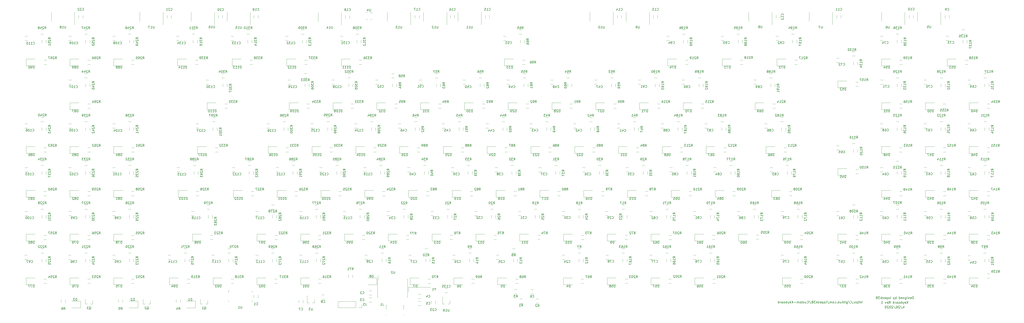
<source format=gbr>
%TF.GenerationSoftware,KiCad,Pcbnew,(5.1.5)-3*%
%TF.CreationDate,2020-04-26T16:35:22-07:00*%
%TF.ProjectId,Keyboard,4b657962-6f61-4726-942e-6b696361645f,rev?*%
%TF.SameCoordinates,Original*%
%TF.FileFunction,Legend,Bot*%
%TF.FilePolarity,Positive*%
%FSLAX46Y46*%
G04 Gerber Fmt 4.6, Leading zero omitted, Abs format (unit mm)*
G04 Created by KiCad (PCBNEW (5.1.5)-3) date 2020-04-26 16:35:22*
%MOMM*%
%LPD*%
G04 APERTURE LIST*
%ADD10C,0.150000*%
%ADD11C,0.120000*%
%ADD12C,0.100000*%
G04 APERTURE END LIST*
D10*
X309726904Y-160218380D02*
X309726904Y-159218380D01*
X309298333Y-160218380D02*
X309298333Y-159694571D01*
X309345952Y-159599333D01*
X309441190Y-159551714D01*
X309584047Y-159551714D01*
X309679285Y-159599333D01*
X309726904Y-159646952D01*
X308965000Y-159551714D02*
X308584047Y-159551714D01*
X308822142Y-159218380D02*
X308822142Y-160075523D01*
X308774523Y-160170761D01*
X308679285Y-160218380D01*
X308584047Y-160218380D01*
X308393571Y-159551714D02*
X308012619Y-159551714D01*
X308250714Y-159218380D02*
X308250714Y-160075523D01*
X308203095Y-160170761D01*
X308107857Y-160218380D01*
X308012619Y-160218380D01*
X307679285Y-159551714D02*
X307679285Y-160551714D01*
X307679285Y-159599333D02*
X307584047Y-159551714D01*
X307393571Y-159551714D01*
X307298333Y-159599333D01*
X307250714Y-159646952D01*
X307203095Y-159742190D01*
X307203095Y-160027904D01*
X307250714Y-160123142D01*
X307298333Y-160170761D01*
X307393571Y-160218380D01*
X307584047Y-160218380D01*
X307679285Y-160170761D01*
X306822142Y-160170761D02*
X306726904Y-160218380D01*
X306536428Y-160218380D01*
X306441190Y-160170761D01*
X306393571Y-160075523D01*
X306393571Y-160027904D01*
X306441190Y-159932666D01*
X306536428Y-159885047D01*
X306679285Y-159885047D01*
X306774523Y-159837428D01*
X306822142Y-159742190D01*
X306822142Y-159694571D01*
X306774523Y-159599333D01*
X306679285Y-159551714D01*
X306536428Y-159551714D01*
X306441190Y-159599333D01*
X305965000Y-160123142D02*
X305917380Y-160170761D01*
X305965000Y-160218380D01*
X306012619Y-160170761D01*
X305965000Y-160123142D01*
X305965000Y-160218380D01*
X305965000Y-159599333D02*
X305917380Y-159646952D01*
X305965000Y-159694571D01*
X306012619Y-159646952D01*
X305965000Y-159599333D01*
X305965000Y-159694571D01*
X304774523Y-159170761D02*
X305631666Y-160456476D01*
X303726904Y-159170761D02*
X304584047Y-160456476D01*
X302965000Y-159551714D02*
X302965000Y-160361238D01*
X303012619Y-160456476D01*
X303060238Y-160504095D01*
X303155476Y-160551714D01*
X303298333Y-160551714D01*
X303393571Y-160504095D01*
X302965000Y-160170761D02*
X303060238Y-160218380D01*
X303250714Y-160218380D01*
X303345952Y-160170761D01*
X303393571Y-160123142D01*
X303441190Y-160027904D01*
X303441190Y-159742190D01*
X303393571Y-159646952D01*
X303345952Y-159599333D01*
X303250714Y-159551714D01*
X303060238Y-159551714D01*
X302965000Y-159599333D01*
X302488809Y-160218380D02*
X302488809Y-159551714D01*
X302488809Y-159218380D02*
X302536428Y-159266000D01*
X302488809Y-159313619D01*
X302441190Y-159266000D01*
X302488809Y-159218380D01*
X302488809Y-159313619D01*
X302155476Y-159551714D02*
X301774523Y-159551714D01*
X302012619Y-159218380D02*
X302012619Y-160075523D01*
X301965000Y-160170761D01*
X301869761Y-160218380D01*
X301774523Y-160218380D01*
X301441190Y-160218380D02*
X301441190Y-159218380D01*
X301012619Y-160218380D02*
X301012619Y-159694571D01*
X301060238Y-159599333D01*
X301155476Y-159551714D01*
X301298333Y-159551714D01*
X301393571Y-159599333D01*
X301441190Y-159646952D01*
X300107857Y-159551714D02*
X300107857Y-160218380D01*
X300536428Y-159551714D02*
X300536428Y-160075523D01*
X300488809Y-160170761D01*
X300393571Y-160218380D01*
X300250714Y-160218380D01*
X300155476Y-160170761D01*
X300107857Y-160123142D01*
X299631666Y-160218380D02*
X299631666Y-159218380D01*
X299631666Y-159599333D02*
X299536428Y-159551714D01*
X299345952Y-159551714D01*
X299250714Y-159599333D01*
X299203095Y-159646952D01*
X299155476Y-159742190D01*
X299155476Y-160027904D01*
X299203095Y-160123142D01*
X299250714Y-160170761D01*
X299345952Y-160218380D01*
X299536428Y-160218380D01*
X299631666Y-160170761D01*
X298726904Y-160123142D02*
X298679285Y-160170761D01*
X298726904Y-160218380D01*
X298774523Y-160170761D01*
X298726904Y-160123142D01*
X298726904Y-160218380D01*
X297822142Y-160170761D02*
X297917380Y-160218380D01*
X298107857Y-160218380D01*
X298203095Y-160170761D01*
X298250714Y-160123142D01*
X298298333Y-160027904D01*
X298298333Y-159742190D01*
X298250714Y-159646952D01*
X298203095Y-159599333D01*
X298107857Y-159551714D01*
X297917380Y-159551714D01*
X297822142Y-159599333D01*
X297250714Y-160218380D02*
X297345952Y-160170761D01*
X297393571Y-160123142D01*
X297441190Y-160027904D01*
X297441190Y-159742190D01*
X297393571Y-159646952D01*
X297345952Y-159599333D01*
X297250714Y-159551714D01*
X297107857Y-159551714D01*
X297012619Y-159599333D01*
X296965000Y-159646952D01*
X296917380Y-159742190D01*
X296917380Y-160027904D01*
X296965000Y-160123142D01*
X297012619Y-160170761D01*
X297107857Y-160218380D01*
X297250714Y-160218380D01*
X296488809Y-160218380D02*
X296488809Y-159551714D01*
X296488809Y-159646952D02*
X296441190Y-159599333D01*
X296345952Y-159551714D01*
X296203095Y-159551714D01*
X296107857Y-159599333D01*
X296060238Y-159694571D01*
X296060238Y-160218380D01*
X296060238Y-159694571D02*
X296012619Y-159599333D01*
X295917380Y-159551714D01*
X295774523Y-159551714D01*
X295679285Y-159599333D01*
X295631666Y-159694571D01*
X295631666Y-160218380D01*
X294441190Y-159170761D02*
X295298333Y-160456476D01*
X293965000Y-160218380D02*
X294060238Y-160170761D01*
X294107857Y-160075523D01*
X294107857Y-159218380D01*
X293441190Y-160218380D02*
X293536428Y-160170761D01*
X293584047Y-160123142D01*
X293631666Y-160027904D01*
X293631666Y-159742190D01*
X293584047Y-159646952D01*
X293536428Y-159599333D01*
X293441190Y-159551714D01*
X293298333Y-159551714D01*
X293203095Y-159599333D01*
X293155476Y-159646952D01*
X293107857Y-159742190D01*
X293107857Y-160027904D01*
X293155476Y-160123142D01*
X293203095Y-160170761D01*
X293298333Y-160218380D01*
X293441190Y-160218380D01*
X292679285Y-159551714D02*
X292679285Y-160551714D01*
X292679285Y-159599333D02*
X292584047Y-159551714D01*
X292393571Y-159551714D01*
X292298333Y-159599333D01*
X292250714Y-159646952D01*
X292203095Y-159742190D01*
X292203095Y-160027904D01*
X292250714Y-160123142D01*
X292298333Y-160170761D01*
X292393571Y-160218380D01*
X292584047Y-160218380D01*
X292679285Y-160170761D01*
X291393571Y-160170761D02*
X291488809Y-160218380D01*
X291679285Y-160218380D01*
X291774523Y-160170761D01*
X291822142Y-160075523D01*
X291822142Y-159694571D01*
X291774523Y-159599333D01*
X291679285Y-159551714D01*
X291488809Y-159551714D01*
X291393571Y-159599333D01*
X291345952Y-159694571D01*
X291345952Y-159789809D01*
X291822142Y-159885047D01*
X291012619Y-159551714D02*
X290488809Y-159551714D01*
X291012619Y-160218380D01*
X290488809Y-160218380D01*
X290107857Y-160218380D02*
X290107857Y-159218380D01*
X290012619Y-159837428D02*
X289726904Y-160218380D01*
X289726904Y-159551714D02*
X290107857Y-159932666D01*
X289393571Y-159218380D02*
X288774523Y-159218380D01*
X289107857Y-159599333D01*
X288965000Y-159599333D01*
X288869761Y-159646952D01*
X288822142Y-159694571D01*
X288774523Y-159789809D01*
X288774523Y-160027904D01*
X288822142Y-160123142D01*
X288869761Y-160170761D01*
X288965000Y-160218380D01*
X289250714Y-160218380D01*
X289345952Y-160170761D01*
X289393571Y-160123142D01*
X288203095Y-159646952D02*
X288298333Y-159599333D01*
X288345952Y-159551714D01*
X288393571Y-159456476D01*
X288393571Y-159408857D01*
X288345952Y-159313619D01*
X288298333Y-159266000D01*
X288203095Y-159218380D01*
X288012619Y-159218380D01*
X287917380Y-159266000D01*
X287869761Y-159313619D01*
X287822142Y-159408857D01*
X287822142Y-159456476D01*
X287869761Y-159551714D01*
X287917380Y-159599333D01*
X288012619Y-159646952D01*
X288203095Y-159646952D01*
X288298333Y-159694571D01*
X288345952Y-159742190D01*
X288393571Y-159837428D01*
X288393571Y-160027904D01*
X288345952Y-160123142D01*
X288298333Y-160170761D01*
X288203095Y-160218380D01*
X288012619Y-160218380D01*
X287917380Y-160170761D01*
X287869761Y-160123142D01*
X287822142Y-160027904D01*
X287822142Y-159837428D01*
X287869761Y-159742190D01*
X287917380Y-159694571D01*
X288012619Y-159646952D01*
X286679285Y-159170761D02*
X287536428Y-160456476D01*
X285774523Y-160123142D02*
X285822142Y-160170761D01*
X285965000Y-160218380D01*
X286060238Y-160218380D01*
X286203095Y-160170761D01*
X286298333Y-160075523D01*
X286345952Y-159980285D01*
X286393571Y-159789809D01*
X286393571Y-159646952D01*
X286345952Y-159456476D01*
X286298333Y-159361238D01*
X286203095Y-159266000D01*
X286060238Y-159218380D01*
X285965000Y-159218380D01*
X285822142Y-159266000D01*
X285774523Y-159313619D01*
X284917380Y-159551714D02*
X284917380Y-160218380D01*
X285345952Y-159551714D02*
X285345952Y-160075523D01*
X285298333Y-160170761D01*
X285203095Y-160218380D01*
X285060238Y-160218380D01*
X284965000Y-160170761D01*
X284917380Y-160123142D01*
X284488809Y-160170761D02*
X284393571Y-160218380D01*
X284203095Y-160218380D01*
X284107857Y-160170761D01*
X284060238Y-160075523D01*
X284060238Y-160027904D01*
X284107857Y-159932666D01*
X284203095Y-159885047D01*
X284345952Y-159885047D01*
X284441190Y-159837428D01*
X284488809Y-159742190D01*
X284488809Y-159694571D01*
X284441190Y-159599333D01*
X284345952Y-159551714D01*
X284203095Y-159551714D01*
X284107857Y-159599333D01*
X283774523Y-159551714D02*
X283393571Y-159551714D01*
X283631666Y-159218380D02*
X283631666Y-160075523D01*
X283584047Y-160170761D01*
X283488809Y-160218380D01*
X283393571Y-160218380D01*
X282917380Y-160218380D02*
X283012619Y-160170761D01*
X283060238Y-160123142D01*
X283107857Y-160027904D01*
X283107857Y-159742190D01*
X283060238Y-159646952D01*
X283012619Y-159599333D01*
X282917380Y-159551714D01*
X282774523Y-159551714D01*
X282679285Y-159599333D01*
X282631666Y-159646952D01*
X282584047Y-159742190D01*
X282584047Y-160027904D01*
X282631666Y-160123142D01*
X282679285Y-160170761D01*
X282774523Y-160218380D01*
X282917380Y-160218380D01*
X282155476Y-160218380D02*
X282155476Y-159551714D01*
X282155476Y-159646952D02*
X282107857Y-159599333D01*
X282012619Y-159551714D01*
X281869761Y-159551714D01*
X281774523Y-159599333D01*
X281726904Y-159694571D01*
X281726904Y-160218380D01*
X281726904Y-159694571D02*
X281679285Y-159599333D01*
X281584047Y-159551714D01*
X281441190Y-159551714D01*
X281345952Y-159599333D01*
X281298333Y-159694571D01*
X281298333Y-160218380D01*
X280822142Y-159837428D02*
X280060238Y-159837428D01*
X279584047Y-160218380D02*
X279584047Y-159218380D01*
X279012619Y-160218380D02*
X279441190Y-159646952D01*
X279012619Y-159218380D02*
X279584047Y-159789809D01*
X278203095Y-160170761D02*
X278298333Y-160218380D01*
X278488809Y-160218380D01*
X278584047Y-160170761D01*
X278631666Y-160075523D01*
X278631666Y-159694571D01*
X278584047Y-159599333D01*
X278488809Y-159551714D01*
X278298333Y-159551714D01*
X278203095Y-159599333D01*
X278155476Y-159694571D01*
X278155476Y-159789809D01*
X278631666Y-159885047D01*
X277822142Y-159551714D02*
X277584047Y-160218380D01*
X277345952Y-159551714D02*
X277584047Y-160218380D01*
X277679285Y-160456476D01*
X277726904Y-160504095D01*
X277822142Y-160551714D01*
X276965000Y-160218380D02*
X276965000Y-159218380D01*
X276965000Y-159599333D02*
X276869761Y-159551714D01*
X276679285Y-159551714D01*
X276584047Y-159599333D01*
X276536428Y-159646952D01*
X276488809Y-159742190D01*
X276488809Y-160027904D01*
X276536428Y-160123142D01*
X276584047Y-160170761D01*
X276679285Y-160218380D01*
X276869761Y-160218380D01*
X276965000Y-160170761D01*
X275917380Y-160218380D02*
X276012619Y-160170761D01*
X276060238Y-160123142D01*
X276107857Y-160027904D01*
X276107857Y-159742190D01*
X276060238Y-159646952D01*
X276012619Y-159599333D01*
X275917380Y-159551714D01*
X275774523Y-159551714D01*
X275679285Y-159599333D01*
X275631666Y-159646952D01*
X275584047Y-159742190D01*
X275584047Y-160027904D01*
X275631666Y-160123142D01*
X275679285Y-160170761D01*
X275774523Y-160218380D01*
X275917380Y-160218380D01*
X274726904Y-160218380D02*
X274726904Y-159694571D01*
X274774523Y-159599333D01*
X274869761Y-159551714D01*
X275060238Y-159551714D01*
X275155476Y-159599333D01*
X274726904Y-160170761D02*
X274822142Y-160218380D01*
X275060238Y-160218380D01*
X275155476Y-160170761D01*
X275203095Y-160075523D01*
X275203095Y-159980285D01*
X275155476Y-159885047D01*
X275060238Y-159837428D01*
X274822142Y-159837428D01*
X274726904Y-159789809D01*
X274250714Y-160218380D02*
X274250714Y-159551714D01*
X274250714Y-159742190D02*
X274203095Y-159646952D01*
X274155476Y-159599333D01*
X274060238Y-159551714D01*
X273965000Y-159551714D01*
X273203095Y-160218380D02*
X273203095Y-159218380D01*
X273203095Y-160170761D02*
X273298333Y-160218380D01*
X273488809Y-160218380D01*
X273584047Y-160170761D01*
X273631666Y-160123142D01*
X273679285Y-160027904D01*
X273679285Y-159742190D01*
X273631666Y-159646952D01*
X273584047Y-159599333D01*
X273488809Y-159551714D01*
X273298333Y-159551714D01*
X273203095Y-159599333D01*
X327564285Y-161710714D02*
X327564285Y-162377380D01*
X327802380Y-161329761D02*
X328040476Y-162044047D01*
X327421428Y-162044047D01*
X326326190Y-161329761D02*
X327183333Y-162615476D01*
X326040476Y-161472619D02*
X325992857Y-161425000D01*
X325897619Y-161377380D01*
X325659523Y-161377380D01*
X325564285Y-161425000D01*
X325516666Y-161472619D01*
X325469047Y-161567857D01*
X325469047Y-161663095D01*
X325516666Y-161805952D01*
X326088095Y-162377380D01*
X325469047Y-162377380D01*
X324611904Y-161377380D02*
X324802380Y-161377380D01*
X324897619Y-161425000D01*
X324945238Y-161472619D01*
X325040476Y-161615476D01*
X325088095Y-161805952D01*
X325088095Y-162186904D01*
X325040476Y-162282142D01*
X324992857Y-162329761D01*
X324897619Y-162377380D01*
X324707142Y-162377380D01*
X324611904Y-162329761D01*
X324564285Y-162282142D01*
X324516666Y-162186904D01*
X324516666Y-161948809D01*
X324564285Y-161853571D01*
X324611904Y-161805952D01*
X324707142Y-161758333D01*
X324897619Y-161758333D01*
X324992857Y-161805952D01*
X325040476Y-161853571D01*
X325088095Y-161948809D01*
X323373809Y-161329761D02*
X324230952Y-162615476D01*
X323088095Y-161472619D02*
X323040476Y-161425000D01*
X322945238Y-161377380D01*
X322707142Y-161377380D01*
X322611904Y-161425000D01*
X322564285Y-161472619D01*
X322516666Y-161567857D01*
X322516666Y-161663095D01*
X322564285Y-161805952D01*
X323135714Y-162377380D01*
X322516666Y-162377380D01*
X321897619Y-161377380D02*
X321802380Y-161377380D01*
X321707142Y-161425000D01*
X321659523Y-161472619D01*
X321611904Y-161567857D01*
X321564285Y-161758333D01*
X321564285Y-161996428D01*
X321611904Y-162186904D01*
X321659523Y-162282142D01*
X321707142Y-162329761D01*
X321802380Y-162377380D01*
X321897619Y-162377380D01*
X321992857Y-162329761D01*
X322040476Y-162282142D01*
X322088095Y-162186904D01*
X322135714Y-161996428D01*
X322135714Y-161758333D01*
X322088095Y-161567857D01*
X322040476Y-161472619D01*
X321992857Y-161425000D01*
X321897619Y-161377380D01*
X321183333Y-161472619D02*
X321135714Y-161425000D01*
X321040476Y-161377380D01*
X320802380Y-161377380D01*
X320707142Y-161425000D01*
X320659523Y-161472619D01*
X320611904Y-161567857D01*
X320611904Y-161663095D01*
X320659523Y-161805952D01*
X321230952Y-162377380D01*
X320611904Y-162377380D01*
X319992857Y-161377380D02*
X319897619Y-161377380D01*
X319802380Y-161425000D01*
X319754761Y-161472619D01*
X319707142Y-161567857D01*
X319659523Y-161758333D01*
X319659523Y-161996428D01*
X319707142Y-162186904D01*
X319754761Y-162282142D01*
X319802380Y-162329761D01*
X319897619Y-162377380D01*
X319992857Y-162377380D01*
X320088095Y-162329761D01*
X320135714Y-162282142D01*
X320183333Y-162186904D01*
X320230952Y-161996428D01*
X320230952Y-161758333D01*
X320183333Y-161567857D01*
X320135714Y-161472619D01*
X320088095Y-161425000D01*
X319992857Y-161377380D01*
X329588095Y-160345380D02*
X329588095Y-159345380D01*
X329016666Y-160345380D02*
X329445238Y-159773952D01*
X329016666Y-159345380D02*
X329588095Y-159916809D01*
X328207142Y-160297761D02*
X328302380Y-160345380D01*
X328492857Y-160345380D01*
X328588095Y-160297761D01*
X328635714Y-160202523D01*
X328635714Y-159821571D01*
X328588095Y-159726333D01*
X328492857Y-159678714D01*
X328302380Y-159678714D01*
X328207142Y-159726333D01*
X328159523Y-159821571D01*
X328159523Y-159916809D01*
X328635714Y-160012047D01*
X327826190Y-159678714D02*
X327588095Y-160345380D01*
X327350000Y-159678714D02*
X327588095Y-160345380D01*
X327683333Y-160583476D01*
X327730952Y-160631095D01*
X327826190Y-160678714D01*
X326969047Y-160345380D02*
X326969047Y-159345380D01*
X326969047Y-159726333D02*
X326873809Y-159678714D01*
X326683333Y-159678714D01*
X326588095Y-159726333D01*
X326540476Y-159773952D01*
X326492857Y-159869190D01*
X326492857Y-160154904D01*
X326540476Y-160250142D01*
X326588095Y-160297761D01*
X326683333Y-160345380D01*
X326873809Y-160345380D01*
X326969047Y-160297761D01*
X325921428Y-160345380D02*
X326016666Y-160297761D01*
X326064285Y-160250142D01*
X326111904Y-160154904D01*
X326111904Y-159869190D01*
X326064285Y-159773952D01*
X326016666Y-159726333D01*
X325921428Y-159678714D01*
X325778571Y-159678714D01*
X325683333Y-159726333D01*
X325635714Y-159773952D01*
X325588095Y-159869190D01*
X325588095Y-160154904D01*
X325635714Y-160250142D01*
X325683333Y-160297761D01*
X325778571Y-160345380D01*
X325921428Y-160345380D01*
X324730952Y-160345380D02*
X324730952Y-159821571D01*
X324778571Y-159726333D01*
X324873809Y-159678714D01*
X325064285Y-159678714D01*
X325159523Y-159726333D01*
X324730952Y-160297761D02*
X324826190Y-160345380D01*
X325064285Y-160345380D01*
X325159523Y-160297761D01*
X325207142Y-160202523D01*
X325207142Y-160107285D01*
X325159523Y-160012047D01*
X325064285Y-159964428D01*
X324826190Y-159964428D01*
X324730952Y-159916809D01*
X324254761Y-160345380D02*
X324254761Y-159678714D01*
X324254761Y-159869190D02*
X324207142Y-159773952D01*
X324159523Y-159726333D01*
X324064285Y-159678714D01*
X323969047Y-159678714D01*
X323207142Y-160345380D02*
X323207142Y-159345380D01*
X323207142Y-160297761D02*
X323302380Y-160345380D01*
X323492857Y-160345380D01*
X323588095Y-160297761D01*
X323635714Y-160250142D01*
X323683333Y-160154904D01*
X323683333Y-159869190D01*
X323635714Y-159773952D01*
X323588095Y-159726333D01*
X323492857Y-159678714D01*
X323302380Y-159678714D01*
X323207142Y-159726333D01*
X321397619Y-160345380D02*
X321730952Y-159869190D01*
X321969047Y-160345380D02*
X321969047Y-159345380D01*
X321588095Y-159345380D01*
X321492857Y-159393000D01*
X321445238Y-159440619D01*
X321397619Y-159535857D01*
X321397619Y-159678714D01*
X321445238Y-159773952D01*
X321492857Y-159821571D01*
X321588095Y-159869190D01*
X321969047Y-159869190D01*
X320588095Y-160297761D02*
X320683333Y-160345380D01*
X320873809Y-160345380D01*
X320969047Y-160297761D01*
X321016666Y-160202523D01*
X321016666Y-159821571D01*
X320969047Y-159726333D01*
X320873809Y-159678714D01*
X320683333Y-159678714D01*
X320588095Y-159726333D01*
X320540476Y-159821571D01*
X320540476Y-159916809D01*
X321016666Y-160012047D01*
X320207142Y-159678714D02*
X319969047Y-160345380D01*
X319730952Y-159678714D01*
X318064285Y-160345380D02*
X318635714Y-160345380D01*
X318350000Y-160345380D02*
X318350000Y-159345380D01*
X318445238Y-159488238D01*
X318540476Y-159583476D01*
X318635714Y-159631095D01*
X332048428Y-158313380D02*
X332048428Y-157313380D01*
X331810333Y-157313380D01*
X331667476Y-157361000D01*
X331572238Y-157456238D01*
X331524619Y-157551476D01*
X331477000Y-157741952D01*
X331477000Y-157884809D01*
X331524619Y-158075285D01*
X331572238Y-158170523D01*
X331667476Y-158265761D01*
X331810333Y-158313380D01*
X332048428Y-158313380D01*
X330667476Y-158265761D02*
X330762714Y-158313380D01*
X330953190Y-158313380D01*
X331048428Y-158265761D01*
X331096047Y-158170523D01*
X331096047Y-157789571D01*
X331048428Y-157694333D01*
X330953190Y-157646714D01*
X330762714Y-157646714D01*
X330667476Y-157694333D01*
X330619857Y-157789571D01*
X330619857Y-157884809D01*
X331096047Y-157980047D01*
X330238904Y-158265761D02*
X330143666Y-158313380D01*
X329953190Y-158313380D01*
X329857952Y-158265761D01*
X329810333Y-158170523D01*
X329810333Y-158122904D01*
X329857952Y-158027666D01*
X329953190Y-157980047D01*
X330096047Y-157980047D01*
X330191285Y-157932428D01*
X330238904Y-157837190D01*
X330238904Y-157789571D01*
X330191285Y-157694333D01*
X330096047Y-157646714D01*
X329953190Y-157646714D01*
X329857952Y-157694333D01*
X329381761Y-158313380D02*
X329381761Y-157646714D01*
X329381761Y-157313380D02*
X329429380Y-157361000D01*
X329381761Y-157408619D01*
X329334142Y-157361000D01*
X329381761Y-157313380D01*
X329381761Y-157408619D01*
X328477000Y-157646714D02*
X328477000Y-158456238D01*
X328524619Y-158551476D01*
X328572238Y-158599095D01*
X328667476Y-158646714D01*
X328810333Y-158646714D01*
X328905571Y-158599095D01*
X328477000Y-158265761D02*
X328572238Y-158313380D01*
X328762714Y-158313380D01*
X328857952Y-158265761D01*
X328905571Y-158218142D01*
X328953190Y-158122904D01*
X328953190Y-157837190D01*
X328905571Y-157741952D01*
X328857952Y-157694333D01*
X328762714Y-157646714D01*
X328572238Y-157646714D01*
X328477000Y-157694333D01*
X328000809Y-157646714D02*
X328000809Y-158313380D01*
X328000809Y-157741952D02*
X327953190Y-157694333D01*
X327857952Y-157646714D01*
X327715095Y-157646714D01*
X327619857Y-157694333D01*
X327572238Y-157789571D01*
X327572238Y-158313380D01*
X326715095Y-158265761D02*
X326810333Y-158313380D01*
X327000809Y-158313380D01*
X327096047Y-158265761D01*
X327143666Y-158170523D01*
X327143666Y-157789571D01*
X327096047Y-157694333D01*
X327000809Y-157646714D01*
X326810333Y-157646714D01*
X326715095Y-157694333D01*
X326667476Y-157789571D01*
X326667476Y-157884809D01*
X327143666Y-157980047D01*
X325810333Y-158313380D02*
X325810333Y-157313380D01*
X325810333Y-158265761D02*
X325905571Y-158313380D01*
X326096047Y-158313380D01*
X326191285Y-158265761D01*
X326238904Y-158218142D01*
X326286523Y-158122904D01*
X326286523Y-157837190D01*
X326238904Y-157741952D01*
X326191285Y-157694333D01*
X326096047Y-157646714D01*
X325905571Y-157646714D01*
X325810333Y-157694333D01*
X324572238Y-158313380D02*
X324572238Y-157313380D01*
X324572238Y-157694333D02*
X324477000Y-157646714D01*
X324286523Y-157646714D01*
X324191285Y-157694333D01*
X324143666Y-157741952D01*
X324096047Y-157837190D01*
X324096047Y-158122904D01*
X324143666Y-158218142D01*
X324191285Y-158265761D01*
X324286523Y-158313380D01*
X324477000Y-158313380D01*
X324572238Y-158265761D01*
X323762714Y-157646714D02*
X323524619Y-158313380D01*
X323286523Y-157646714D02*
X323524619Y-158313380D01*
X323619857Y-158551476D01*
X323667476Y-158599095D01*
X323762714Y-158646714D01*
X322000809Y-158313380D02*
X322096047Y-158265761D01*
X322143666Y-158170523D01*
X322143666Y-157313380D01*
X321477000Y-158313380D02*
X321572238Y-158265761D01*
X321619857Y-158218142D01*
X321667476Y-158122904D01*
X321667476Y-157837190D01*
X321619857Y-157741952D01*
X321572238Y-157694333D01*
X321477000Y-157646714D01*
X321334142Y-157646714D01*
X321238904Y-157694333D01*
X321191285Y-157741952D01*
X321143666Y-157837190D01*
X321143666Y-158122904D01*
X321191285Y-158218142D01*
X321238904Y-158265761D01*
X321334142Y-158313380D01*
X321477000Y-158313380D01*
X320715095Y-157646714D02*
X320715095Y-158646714D01*
X320715095Y-157694333D02*
X320619857Y-157646714D01*
X320429380Y-157646714D01*
X320334142Y-157694333D01*
X320286523Y-157741952D01*
X320238904Y-157837190D01*
X320238904Y-158122904D01*
X320286523Y-158218142D01*
X320334142Y-158265761D01*
X320429380Y-158313380D01*
X320619857Y-158313380D01*
X320715095Y-158265761D01*
X319429380Y-158265761D02*
X319524619Y-158313380D01*
X319715095Y-158313380D01*
X319810333Y-158265761D01*
X319857952Y-158170523D01*
X319857952Y-157789571D01*
X319810333Y-157694333D01*
X319715095Y-157646714D01*
X319524619Y-157646714D01*
X319429380Y-157694333D01*
X319381761Y-157789571D01*
X319381761Y-157884809D01*
X319857952Y-157980047D01*
X319048428Y-157646714D02*
X318524619Y-157646714D01*
X319048428Y-158313380D01*
X318524619Y-158313380D01*
X318143666Y-158313380D02*
X318143666Y-157313380D01*
X318048428Y-157932428D02*
X317762714Y-158313380D01*
X317762714Y-157646714D02*
X318143666Y-158027666D01*
X317429380Y-157313380D02*
X316810333Y-157313380D01*
X317143666Y-157694333D01*
X317000809Y-157694333D01*
X316905571Y-157741952D01*
X316857952Y-157789571D01*
X316810333Y-157884809D01*
X316810333Y-158122904D01*
X316857952Y-158218142D01*
X316905571Y-158265761D01*
X317000809Y-158313380D01*
X317286523Y-158313380D01*
X317381761Y-158265761D01*
X317429380Y-158218142D01*
X316238904Y-157741952D02*
X316334142Y-157694333D01*
X316381761Y-157646714D01*
X316429380Y-157551476D01*
X316429380Y-157503857D01*
X316381761Y-157408619D01*
X316334142Y-157361000D01*
X316238904Y-157313380D01*
X316048428Y-157313380D01*
X315953190Y-157361000D01*
X315905571Y-157408619D01*
X315857952Y-157503857D01*
X315857952Y-157551476D01*
X315905571Y-157646714D01*
X315953190Y-157694333D01*
X316048428Y-157741952D01*
X316238904Y-157741952D01*
X316334142Y-157789571D01*
X316381761Y-157837190D01*
X316429380Y-157932428D01*
X316429380Y-158122904D01*
X316381761Y-158218142D01*
X316334142Y-158265761D01*
X316238904Y-158313380D01*
X316048428Y-158313380D01*
X315953190Y-158265761D01*
X315905571Y-158218142D01*
X315857952Y-158122904D01*
X315857952Y-157932428D01*
X315905571Y-157837190D01*
X315953190Y-157789571D01*
X316048428Y-157741952D01*
D11*
X130358000Y-160526000D02*
X130358000Y-159066000D01*
X127198000Y-160526000D02*
X127198000Y-157366000D01*
X127198000Y-160526000D02*
X128128000Y-160526000D01*
X130358000Y-160526000D02*
X129428000Y-160526000D01*
X129380064Y-155596000D02*
X128175936Y-155596000D01*
X129380064Y-153776000D02*
X128175936Y-153776000D01*
X122280000Y-160368064D02*
X122280000Y-159163936D01*
X124100000Y-160368064D02*
X124100000Y-159163936D01*
X92008000Y-162112000D02*
X92008000Y-160782000D01*
X90678000Y-162112000D02*
X92008000Y-162112000D01*
X89408000Y-162112000D02*
X89408000Y-159452000D01*
X89408000Y-159452000D02*
X81728000Y-159452000D01*
X89408000Y-162112000D02*
X81728000Y-162112000D01*
X81728000Y-162112000D02*
X81728000Y-159452000D01*
X-30344999Y-162213500D02*
X-34229999Y-162213500D01*
X-30344999Y-159293500D02*
X-30344999Y-162213500D01*
X-34229999Y-159293500D02*
X-30344999Y-159293500D01*
X-5344999Y-162213500D02*
X-9229999Y-162213500D01*
X-5344999Y-159293500D02*
X-5344999Y-162213500D01*
X-9229999Y-159293500D02*
X-5344999Y-159293500D01*
X19655000Y-162213500D02*
X15770000Y-162213500D01*
X19655000Y-159293500D02*
X19655000Y-162213500D01*
X15770000Y-159293500D02*
X19655000Y-159293500D01*
X112244000Y-153228000D02*
X121944000Y-153228000D01*
X112244000Y-155128000D02*
X112244000Y-153228000D01*
X-32913000Y-35560000D02*
X-32913000Y-39010000D01*
X-32913000Y-35560000D02*
X-32913000Y-33610000D01*
X-43033000Y-35560000D02*
X-43033000Y-37510000D01*
X-43033000Y-35560000D02*
X-43033000Y-33610000D01*
X5568000Y-35560000D02*
X5568000Y-39010000D01*
X5568000Y-35560000D02*
X5568000Y-33610000D01*
X-4552000Y-35560000D02*
X-4552000Y-37510000D01*
X-4552000Y-35560000D02*
X-4552000Y-33610000D01*
X27920000Y-35560000D02*
X27920000Y-39010000D01*
X27920000Y-35560000D02*
X27920000Y-33610000D01*
X17800000Y-35560000D02*
X17800000Y-37510000D01*
X17800000Y-35560000D02*
X17800000Y-33610000D01*
X43541000Y-35560000D02*
X43541000Y-39010000D01*
X43541000Y-35560000D02*
X43541000Y-33610000D01*
X33421000Y-35560000D02*
X33421000Y-37510000D01*
X33421000Y-35560000D02*
X33421000Y-33610000D01*
X83165000Y-35687000D02*
X83165000Y-39137000D01*
X83165000Y-35687000D02*
X83165000Y-33737000D01*
X73045000Y-35687000D02*
X73045000Y-37637000D01*
X73045000Y-35687000D02*
X73045000Y-33737000D01*
X113264000Y-35560000D02*
X113264000Y-39010000D01*
X113264000Y-35560000D02*
X113264000Y-33610000D01*
X103144000Y-35560000D02*
X103144000Y-37510000D01*
X103144000Y-35560000D02*
X103144000Y-33610000D01*
X129012000Y-35560000D02*
X129012000Y-39010000D01*
X129012000Y-35560000D02*
X129012000Y-33610000D01*
X118892000Y-35560000D02*
X118892000Y-37510000D01*
X118892000Y-35560000D02*
X118892000Y-33610000D01*
X143998000Y-35560000D02*
X143998000Y-39010000D01*
X143998000Y-35560000D02*
X143998000Y-33610000D01*
X133878000Y-35560000D02*
X133878000Y-37510000D01*
X133878000Y-35560000D02*
X133878000Y-33610000D01*
X201402000Y-35560000D02*
X201402000Y-39010000D01*
X201402000Y-35560000D02*
X201402000Y-33610000D01*
X191282000Y-35560000D02*
X191282000Y-37510000D01*
X191282000Y-35560000D02*
X191282000Y-33610000D01*
X217150000Y-35560000D02*
X217150000Y-39010000D01*
X217150000Y-35560000D02*
X217150000Y-33610000D01*
X207030000Y-35560000D02*
X207030000Y-37510000D01*
X207030000Y-35560000D02*
X207030000Y-33610000D01*
X270490000Y-35560000D02*
X270490000Y-39010000D01*
X270490000Y-35560000D02*
X270490000Y-33610000D01*
X260370000Y-35560000D02*
X260370000Y-37510000D01*
X260370000Y-35560000D02*
X260370000Y-33610000D01*
X296779000Y-35560000D02*
X296779000Y-39010000D01*
X296779000Y-35560000D02*
X296779000Y-33610000D01*
X286659000Y-35560000D02*
X286659000Y-37510000D01*
X286659000Y-35560000D02*
X286659000Y-33610000D01*
X328275000Y-35560000D02*
X328275000Y-39010000D01*
X328275000Y-35560000D02*
X328275000Y-33610000D01*
X318155000Y-35560000D02*
X318155000Y-37510000D01*
X318155000Y-35560000D02*
X318155000Y-33610000D01*
X343896000Y-35560000D02*
X343896000Y-39010000D01*
X343896000Y-35560000D02*
X343896000Y-33610000D01*
X333776000Y-35560000D02*
X333776000Y-37510000D01*
X333776000Y-35560000D02*
X333776000Y-33610000D01*
D12*
X95798000Y-33529000D02*
X95423000Y-33529000D01*
X96123000Y-33854000D02*
X96648000Y-33854000D01*
X96123000Y-33754000D02*
X96123000Y-33854000D01*
X95798000Y-33529000D02*
X96123000Y-33754000D01*
X94123000Y-36829000D02*
X94448000Y-36829000D01*
X94123000Y-36529000D02*
X94123000Y-36829000D01*
X96123000Y-36829000D02*
X95823000Y-36829000D01*
X96123000Y-36504000D02*
X96123000Y-36829000D01*
X94123000Y-33529000D02*
X94423000Y-33529000D01*
X94123000Y-33854000D02*
X94123000Y-33529000D01*
D11*
X71430000Y-160018000D02*
X71430000Y-158558000D01*
X68270000Y-160018000D02*
X68270000Y-156858000D01*
X68270000Y-160018000D02*
X69200000Y-160018000D01*
X71430000Y-160018000D02*
X70500000Y-160018000D01*
X99135000Y-149810000D02*
X99135000Y-147995000D01*
X98900000Y-149810000D02*
X99135000Y-149810000D01*
X98900000Y-153670000D02*
X98900000Y-149810000D01*
X98900000Y-157530000D02*
X99135000Y-157530000D01*
X98900000Y-153670000D02*
X98900000Y-157530000D01*
X111920000Y-149810000D02*
X111685000Y-149810000D01*
X111920000Y-153670000D02*
X111920000Y-149810000D01*
X111920000Y-157530000D02*
X111685000Y-157530000D01*
X111920000Y-153670000D02*
X111920000Y-157530000D01*
D12*
X34216000Y-159426000D02*
X33916000Y-159426000D01*
X34216000Y-155026000D02*
X34216000Y-154426000D01*
X33916000Y-155026000D02*
X34216000Y-155026000D01*
X33916000Y-155426000D02*
X33916000Y-155026000D01*
X44316000Y-155026000D02*
X44316000Y-155326000D01*
X44016000Y-155026000D02*
X44316000Y-155026000D01*
X33916000Y-159426000D02*
X33916000Y-159126000D01*
X44316000Y-159426000D02*
X44016000Y-159426000D01*
X44316000Y-159426000D02*
X44316000Y-159126000D01*
D11*
X19590936Y-54462000D02*
X20795064Y-54462000D01*
X19590936Y-56282000D02*
X20795064Y-56282000D01*
X43339936Y-54462000D02*
X44544064Y-54462000D01*
X43339936Y-56282000D02*
X44544064Y-56282000D01*
X67088936Y-54462000D02*
X68293064Y-54462000D01*
X67088936Y-56282000D02*
X68293064Y-56282000D01*
X90837936Y-54462000D02*
X92042064Y-54462000D01*
X90837936Y-56282000D02*
X92042064Y-56282000D01*
X32381436Y-73512000D02*
X33585564Y-73512000D01*
X32381436Y-75332000D02*
X33585564Y-75332000D01*
X68104936Y-73512000D02*
X69309064Y-73512000D01*
X68104936Y-75332000D02*
X69309064Y-75332000D01*
X87281936Y-73512000D02*
X88486064Y-73512000D01*
X87281936Y-75332000D02*
X88486064Y-75332000D01*
X28226936Y-92562000D02*
X29431064Y-92562000D01*
X28226936Y-94382000D02*
X29431064Y-94382000D01*
X58960936Y-92562000D02*
X60165064Y-92562000D01*
X58960936Y-94382000D02*
X60165064Y-94382000D01*
X78010936Y-92562000D02*
X79215064Y-92562000D01*
X78010936Y-94382000D02*
X79215064Y-94382000D01*
X97060936Y-92562000D02*
X98265064Y-92562000D01*
X97060936Y-94382000D02*
X98265064Y-94382000D01*
X19844936Y-111612000D02*
X21049064Y-111612000D01*
X19844936Y-113432000D02*
X21049064Y-113432000D01*
X43847936Y-111612000D02*
X45052064Y-111612000D01*
X43847936Y-113432000D02*
X45052064Y-113432000D01*
X62897936Y-111612000D02*
X64102064Y-111612000D01*
X62897936Y-113432000D02*
X64102064Y-113432000D01*
X81947936Y-111612000D02*
X83152064Y-111612000D01*
X81947936Y-113432000D02*
X83152064Y-113432000D01*
X100961436Y-111612000D02*
X102165564Y-111612000D01*
X100961436Y-113432000D02*
X102165564Y-113432000D01*
X26067936Y-130662000D02*
X27272064Y-130662000D01*
X26067936Y-132482000D02*
X27272064Y-132482000D01*
X54134936Y-130662000D02*
X55339064Y-130662000D01*
X54134936Y-132482000D02*
X55339064Y-132482000D01*
X73057936Y-130662000D02*
X74262064Y-130662000D01*
X73057936Y-132482000D02*
X74262064Y-132482000D01*
X92198436Y-130662000D02*
X93402564Y-130662000D01*
X92198436Y-132482000D02*
X93402564Y-132482000D01*
X16034936Y-149712000D02*
X17239064Y-149712000D01*
X16034936Y-151532000D02*
X17239064Y-151532000D01*
X35084936Y-149712000D02*
X36289064Y-149712000D01*
X35084936Y-151532000D02*
X36289064Y-151532000D01*
X54007936Y-149712000D02*
X55212064Y-149712000D01*
X54007936Y-151532000D02*
X55212064Y-151532000D01*
X73057936Y-149712000D02*
X74262064Y-149712000D01*
X73057936Y-151532000D02*
X74262064Y-151532000D01*
X20468000Y-45752936D02*
X20468000Y-46957064D01*
X18648000Y-45752936D02*
X18648000Y-46957064D01*
X44217000Y-45752936D02*
X44217000Y-46957064D01*
X42397000Y-45752936D02*
X42397000Y-46957064D01*
X67966000Y-45752936D02*
X67966000Y-46957064D01*
X66146000Y-45752936D02*
X66146000Y-46957064D01*
X91715000Y-45752936D02*
X91715000Y-46957064D01*
X89895000Y-45752936D02*
X89895000Y-46957064D01*
X18193936Y-41254000D02*
X19398064Y-41254000D01*
X18193936Y-43074000D02*
X19398064Y-43074000D01*
X41942936Y-41254000D02*
X43147064Y-41254000D01*
X41942936Y-43074000D02*
X43147064Y-43074000D01*
X65691936Y-41254000D02*
X66896064Y-41254000D01*
X65691936Y-43074000D02*
X66896064Y-43074000D01*
X89440936Y-41254000D02*
X90645064Y-41254000D01*
X89440936Y-43074000D02*
X90645064Y-43074000D01*
X33422000Y-64802936D02*
X33422000Y-66007064D01*
X31602000Y-64802936D02*
X31602000Y-66007064D01*
X69109000Y-64802936D02*
X69109000Y-66007064D01*
X67289000Y-64802936D02*
X67289000Y-66007064D01*
X88159000Y-64802936D02*
X88159000Y-66007064D01*
X86339000Y-64802936D02*
X86339000Y-66007064D01*
X31020936Y-60304000D02*
X32225064Y-60304000D01*
X31020936Y-62124000D02*
X32225064Y-62124000D01*
X66871436Y-60304000D02*
X68075564Y-60304000D01*
X66871436Y-62124000D02*
X68075564Y-62124000D01*
X85884936Y-60304000D02*
X87089064Y-60304000D01*
X85884936Y-62124000D02*
X87089064Y-62124000D01*
X29104000Y-83852936D02*
X29104000Y-85057064D01*
X27284000Y-83852936D02*
X27284000Y-85057064D01*
X59965000Y-83852936D02*
X59965000Y-85057064D01*
X58145000Y-83852936D02*
X58145000Y-85057064D01*
X79015000Y-83852936D02*
X79015000Y-85057064D01*
X77195000Y-83852936D02*
X77195000Y-85057064D01*
X98065000Y-83852936D02*
X98065000Y-85057064D01*
X96245000Y-83852936D02*
X96245000Y-85057064D01*
X26956936Y-79354000D02*
X28161064Y-79354000D01*
X26956936Y-81174000D02*
X28161064Y-81174000D01*
X57690936Y-79354000D02*
X58895064Y-79354000D01*
X57690936Y-81174000D02*
X58895064Y-81174000D01*
X76740936Y-79354000D02*
X77945064Y-79354000D01*
X76740936Y-81174000D02*
X77945064Y-81174000D01*
X95790936Y-79354000D02*
X96995064Y-79354000D01*
X95790936Y-81174000D02*
X96995064Y-81174000D01*
X20849000Y-102902936D02*
X20849000Y-104107064D01*
X19029000Y-102902936D02*
X19029000Y-104107064D01*
X44852000Y-102902936D02*
X44852000Y-104107064D01*
X43032000Y-102902936D02*
X43032000Y-104107064D01*
X63902000Y-102902936D02*
X63902000Y-104107064D01*
X62082000Y-102902936D02*
X62082000Y-104107064D01*
X82952000Y-102902936D02*
X82952000Y-104107064D01*
X81132000Y-102902936D02*
X81132000Y-104107064D01*
X102002000Y-102902936D02*
X102002000Y-104107064D01*
X100182000Y-102902936D02*
X100182000Y-104107064D01*
X18574936Y-98404000D02*
X19779064Y-98404000D01*
X18574936Y-100224000D02*
X19779064Y-100224000D01*
X42577936Y-98404000D02*
X43782064Y-98404000D01*
X42577936Y-100224000D02*
X43782064Y-100224000D01*
X61627936Y-98404000D02*
X62832064Y-98404000D01*
X61627936Y-100224000D02*
X62832064Y-100224000D01*
X80677936Y-98404000D02*
X81882064Y-98404000D01*
X80677936Y-100224000D02*
X81882064Y-100224000D01*
X99727936Y-98404000D02*
X100932064Y-98404000D01*
X99727936Y-100224000D02*
X100932064Y-100224000D01*
X27072000Y-121952936D02*
X27072000Y-123157064D01*
X25252000Y-121952936D02*
X25252000Y-123157064D01*
X55012000Y-121952936D02*
X55012000Y-123157064D01*
X53192000Y-121952936D02*
X53192000Y-123157064D01*
X74062000Y-121952936D02*
X74062000Y-123157064D01*
X72242000Y-121952936D02*
X72242000Y-123157064D01*
X93112000Y-121989436D02*
X93112000Y-123193564D01*
X91292000Y-121989436D02*
X91292000Y-123193564D01*
X24670936Y-117454000D02*
X25875064Y-117454000D01*
X24670936Y-119274000D02*
X25875064Y-119274000D01*
X52701436Y-117454000D02*
X53905564Y-117454000D01*
X52701436Y-119274000D02*
X53905564Y-119274000D01*
X71787936Y-117454000D02*
X72992064Y-117454000D01*
X71787936Y-119274000D02*
X72992064Y-119274000D01*
X90837936Y-117454000D02*
X92042064Y-117454000D01*
X90837936Y-119274000D02*
X92042064Y-119274000D01*
X16912000Y-141002936D02*
X16912000Y-142207064D01*
X15092000Y-141002936D02*
X15092000Y-142207064D01*
X35962000Y-141002936D02*
X35962000Y-142207064D01*
X34142000Y-141002936D02*
X34142000Y-142207064D01*
X55012000Y-141002936D02*
X55012000Y-142207064D01*
X53192000Y-141002936D02*
X53192000Y-142207064D01*
X74062000Y-141002936D02*
X74062000Y-142207064D01*
X72242000Y-141002936D02*
X72242000Y-142207064D01*
X14637936Y-136504000D02*
X15842064Y-136504000D01*
X14637936Y-138324000D02*
X15842064Y-138324000D01*
X33687936Y-136504000D02*
X34892064Y-136504000D01*
X33687936Y-138324000D02*
X34892064Y-138324000D01*
X52737936Y-136504000D02*
X53942064Y-136504000D01*
X52737936Y-138324000D02*
X53942064Y-138324000D01*
X71787936Y-136504000D02*
X72992064Y-136504000D01*
X71787936Y-138324000D02*
X72992064Y-138324000D01*
X-46231564Y-54462000D02*
X-45027436Y-54462000D01*
X-46231564Y-56282000D02*
X-45027436Y-56282000D01*
X-27272064Y-54462000D02*
X-26067936Y-54462000D01*
X-27272064Y-56282000D02*
X-26067936Y-56282000D01*
X-8222064Y-54462000D02*
X-7017936Y-54462000D01*
X-8222064Y-56282000D02*
X-7017936Y-56282000D01*
X-27272064Y-73512000D02*
X-26067936Y-73512000D01*
X-27272064Y-75332000D02*
X-26067936Y-75332000D01*
X-46322064Y-92562000D02*
X-45117936Y-92562000D01*
X-46322064Y-94382000D02*
X-45117936Y-94382000D01*
X-27272064Y-92562000D02*
X-26067936Y-92562000D01*
X-27272064Y-94382000D02*
X-26067936Y-94382000D01*
X-8222064Y-92562000D02*
X-7017936Y-92562000D01*
X-8222064Y-94382000D02*
X-7017936Y-94382000D01*
X-46322064Y-111612000D02*
X-45117936Y-111612000D01*
X-46322064Y-113432000D02*
X-45117936Y-113432000D01*
X-27272064Y-111612000D02*
X-26067936Y-111612000D01*
X-27272064Y-113432000D02*
X-26067936Y-113432000D01*
X-8222064Y-111612000D02*
X-7017936Y-111612000D01*
X-8222064Y-113432000D02*
X-7017936Y-113432000D01*
X-46322064Y-130662000D02*
X-45117936Y-130662000D01*
X-46322064Y-132482000D02*
X-45117936Y-132482000D01*
X-27272064Y-130662000D02*
X-26067936Y-130662000D01*
X-27272064Y-132482000D02*
X-26067936Y-132482000D01*
X-8222064Y-130662000D02*
X-7017936Y-130662000D01*
X-8222064Y-132482000D02*
X-7017936Y-132482000D01*
X-46322064Y-149712000D02*
X-45117936Y-149712000D01*
X-46322064Y-151532000D02*
X-45117936Y-151532000D01*
X-27272064Y-149712000D02*
X-26067936Y-149712000D01*
X-27272064Y-151532000D02*
X-26067936Y-151532000D01*
X-8222064Y-149712000D02*
X-7017936Y-149712000D01*
X-8222064Y-151532000D02*
X-7017936Y-151532000D01*
X-45318000Y-45752936D02*
X-45318000Y-46957064D01*
X-47138000Y-45752936D02*
X-47138000Y-46957064D01*
X-26268000Y-45752936D02*
X-26268000Y-46957064D01*
X-28088000Y-45752936D02*
X-28088000Y-46957064D01*
X-7218000Y-45716436D02*
X-7218000Y-46920564D01*
X-9038000Y-45716436D02*
X-9038000Y-46920564D01*
X-47682564Y-41254000D02*
X-46478436Y-41254000D01*
X-47682564Y-43074000D02*
X-46478436Y-43074000D01*
X-28669064Y-41254000D02*
X-27464936Y-41254000D01*
X-28669064Y-43074000D02*
X-27464936Y-43074000D01*
X-9619064Y-41254000D02*
X-8414936Y-41254000D01*
X-9619064Y-43074000D02*
X-8414936Y-43074000D01*
X-26268000Y-64802936D02*
X-26268000Y-66007064D01*
X-28088000Y-64802936D02*
X-28088000Y-66007064D01*
X-28632564Y-60304000D02*
X-27428436Y-60304000D01*
X-28632564Y-62124000D02*
X-27428436Y-62124000D01*
X-45318000Y-83852936D02*
X-45318000Y-85057064D01*
X-47138000Y-83852936D02*
X-47138000Y-85057064D01*
X-26268000Y-83852936D02*
X-26268000Y-85057064D01*
X-28088000Y-83852936D02*
X-28088000Y-85057064D01*
X-7218000Y-83852936D02*
X-7218000Y-85057064D01*
X-9038000Y-83852936D02*
X-9038000Y-85057064D01*
X-47592064Y-79354000D02*
X-46387936Y-79354000D01*
X-47592064Y-81174000D02*
X-46387936Y-81174000D01*
X-28542064Y-79354000D02*
X-27337936Y-79354000D01*
X-28542064Y-81174000D02*
X-27337936Y-81174000D01*
X-9492064Y-79354000D02*
X-8287936Y-79354000D01*
X-9492064Y-81174000D02*
X-8287936Y-81174000D01*
X-45318000Y-102902936D02*
X-45318000Y-104107064D01*
X-47138000Y-102902936D02*
X-47138000Y-104107064D01*
X-26268000Y-102902936D02*
X-26268000Y-104107064D01*
X-28088000Y-102902936D02*
X-28088000Y-104107064D01*
X-7218000Y-102902936D02*
X-7218000Y-104107064D01*
X-9038000Y-102902936D02*
X-9038000Y-104107064D01*
X-47592064Y-98404000D02*
X-46387936Y-98404000D01*
X-47592064Y-100224000D02*
X-46387936Y-100224000D01*
X-28542064Y-98404000D02*
X-27337936Y-98404000D01*
X-28542064Y-100224000D02*
X-27337936Y-100224000D01*
X-9492064Y-98404000D02*
X-8287936Y-98404000D01*
X-9492064Y-100224000D02*
X-8287936Y-100224000D01*
X-45318000Y-121952936D02*
X-45318000Y-123157064D01*
X-47138000Y-121952936D02*
X-47138000Y-123157064D01*
X-26268000Y-121952936D02*
X-26268000Y-123157064D01*
X-28088000Y-121952936D02*
X-28088000Y-123157064D01*
X-7218000Y-121952936D02*
X-7218000Y-123157064D01*
X-9038000Y-121952936D02*
X-9038000Y-123157064D01*
X-47592064Y-117454000D02*
X-46387936Y-117454000D01*
X-47592064Y-119274000D02*
X-46387936Y-119274000D01*
X-28542064Y-117454000D02*
X-27337936Y-117454000D01*
X-28542064Y-119274000D02*
X-27337936Y-119274000D01*
X-9528564Y-117454000D02*
X-8324436Y-117454000D01*
X-9528564Y-119274000D02*
X-8324436Y-119274000D01*
X-45318000Y-141002936D02*
X-45318000Y-142207064D01*
X-47138000Y-141002936D02*
X-47138000Y-142207064D01*
X-26268000Y-141002936D02*
X-26268000Y-142207064D01*
X-28088000Y-141002936D02*
X-28088000Y-142207064D01*
X-7218000Y-141002936D02*
X-7218000Y-142207064D01*
X-9038000Y-141002936D02*
X-9038000Y-142207064D01*
X-47592064Y-136504000D02*
X-46387936Y-136504000D01*
X-47592064Y-138324000D02*
X-46387936Y-138324000D01*
X-28542064Y-136504000D02*
X-27337936Y-136504000D01*
X-28542064Y-138324000D02*
X-27337936Y-138324000D01*
X-9492064Y-136504000D02*
X-8287936Y-136504000D01*
X-9492064Y-138324000D02*
X-8287936Y-138324000D01*
X232823936Y-54462000D02*
X234028064Y-54462000D01*
X232823936Y-56282000D02*
X234028064Y-56282000D01*
X256572936Y-54462000D02*
X257777064Y-54462000D01*
X256572936Y-56282000D02*
X257777064Y-56282000D01*
X280321936Y-54462000D02*
X281526064Y-54462000D01*
X280321936Y-56282000D02*
X281526064Y-56282000D01*
X220631936Y-73512000D02*
X221836064Y-73512000D01*
X220631936Y-75332000D02*
X221836064Y-75332000D01*
X239554936Y-73512000D02*
X240759064Y-73512000D01*
X239554936Y-75332000D02*
X240759064Y-75332000D01*
X270796936Y-73512000D02*
X272001064Y-73512000D01*
X270796936Y-75332000D02*
X272001064Y-75332000D01*
X230410936Y-92562000D02*
X231615064Y-92562000D01*
X230410936Y-94382000D02*
X231615064Y-94382000D01*
X249460936Y-92562000D02*
X250665064Y-92562000D01*
X249460936Y-94382000D02*
X250665064Y-94382000D01*
X275622936Y-92562000D02*
X276827064Y-92562000D01*
X275622936Y-94382000D02*
X276827064Y-94382000D01*
X234347936Y-111612000D02*
X235552064Y-111612000D01*
X234347936Y-113432000D02*
X235552064Y-113432000D01*
X253397936Y-111612000D02*
X254602064Y-111612000D01*
X253397936Y-113432000D02*
X254602064Y-113432000D01*
X278035936Y-111612000D02*
X279240064Y-111612000D01*
X278035936Y-113432000D02*
X279240064Y-113432000D01*
X225584936Y-130662000D02*
X226789064Y-130662000D01*
X225584936Y-132482000D02*
X226789064Y-132482000D01*
X244507936Y-130662000D02*
X245712064Y-130662000D01*
X244507936Y-132482000D02*
X245712064Y-132482000D01*
X263557936Y-130535000D02*
X264762064Y-130535000D01*
X263557936Y-132355000D02*
X264762064Y-132355000D01*
X282734936Y-130662000D02*
X283939064Y-130662000D01*
X282734936Y-132482000D02*
X283939064Y-132482000D01*
X206534936Y-149712000D02*
X207739064Y-149712000D01*
X206534936Y-151532000D02*
X207739064Y-151532000D01*
X225457936Y-149712000D02*
X226662064Y-149712000D01*
X225457936Y-151532000D02*
X226662064Y-151532000D01*
X244634936Y-149712000D02*
X245839064Y-149712000D01*
X244634936Y-151532000D02*
X245839064Y-151532000D01*
X282734936Y-149712000D02*
X283939064Y-149712000D01*
X282734936Y-151532000D02*
X283939064Y-151532000D01*
X233828000Y-45752936D02*
X233828000Y-46957064D01*
X232008000Y-45752936D02*
X232008000Y-46957064D01*
X257577000Y-45752936D02*
X257577000Y-46957064D01*
X255757000Y-45752936D02*
X255757000Y-46957064D01*
X281326000Y-45752936D02*
X281326000Y-46957064D01*
X279506000Y-45752936D02*
X279506000Y-46957064D01*
X231426936Y-41254000D02*
X232631064Y-41254000D01*
X231426936Y-43074000D02*
X232631064Y-43074000D01*
X255175936Y-41254000D02*
X256380064Y-41254000D01*
X255175936Y-43074000D02*
X256380064Y-43074000D01*
X278924936Y-41254000D02*
X280129064Y-41254000D01*
X278924936Y-43074000D02*
X280129064Y-43074000D01*
X221509000Y-64802936D02*
X221509000Y-66007064D01*
X219689000Y-64802936D02*
X219689000Y-66007064D01*
X240559000Y-64802936D02*
X240559000Y-66007064D01*
X238739000Y-64802936D02*
X238739000Y-66007064D01*
X271801000Y-64802936D02*
X271801000Y-66007064D01*
X269981000Y-64802936D02*
X269981000Y-66007064D01*
X219234936Y-60304000D02*
X220439064Y-60304000D01*
X219234936Y-62124000D02*
X220439064Y-62124000D01*
X238284936Y-60304000D02*
X239489064Y-60304000D01*
X238284936Y-62124000D02*
X239489064Y-62124000D01*
X269436436Y-60304000D02*
X270640564Y-60304000D01*
X269436436Y-62124000D02*
X270640564Y-62124000D01*
X231415000Y-83852936D02*
X231415000Y-85057064D01*
X229595000Y-83852936D02*
X229595000Y-85057064D01*
X250465000Y-83816436D02*
X250465000Y-85020564D01*
X248645000Y-83816436D02*
X248645000Y-85020564D01*
X276500000Y-83852936D02*
X276500000Y-85057064D01*
X274680000Y-83852936D02*
X274680000Y-85057064D01*
X229140936Y-79354000D02*
X230345064Y-79354000D01*
X229140936Y-81174000D02*
X230345064Y-81174000D01*
X248190936Y-79354000D02*
X249395064Y-79354000D01*
X248190936Y-81174000D02*
X249395064Y-81174000D01*
X274225936Y-79354000D02*
X275430064Y-79354000D01*
X274225936Y-81174000D02*
X275430064Y-81174000D01*
X235352000Y-102902936D02*
X235352000Y-104107064D01*
X233532000Y-102902936D02*
X233532000Y-104107064D01*
X254402000Y-102902936D02*
X254402000Y-104107064D01*
X252582000Y-102902936D02*
X252582000Y-104107064D01*
X278913000Y-102902936D02*
X278913000Y-104107064D01*
X277093000Y-102902936D02*
X277093000Y-104107064D01*
X232950936Y-98404000D02*
X234155064Y-98404000D01*
X232950936Y-100224000D02*
X234155064Y-100224000D01*
X252000936Y-98404000D02*
X253205064Y-98404000D01*
X252000936Y-100224000D02*
X253205064Y-100224000D01*
X276511936Y-98404000D02*
X277716064Y-98404000D01*
X276511936Y-100224000D02*
X277716064Y-100224000D01*
X226462000Y-121952936D02*
X226462000Y-123157064D01*
X224642000Y-121952936D02*
X224642000Y-123157064D01*
X245512000Y-121952936D02*
X245512000Y-123157064D01*
X243692000Y-121952936D02*
X243692000Y-123157064D01*
X264562000Y-121952936D02*
X264562000Y-123157064D01*
X262742000Y-121952936D02*
X262742000Y-123157064D01*
X283612000Y-121952936D02*
X283612000Y-123157064D01*
X281792000Y-121952936D02*
X281792000Y-123157064D01*
X224187936Y-117454000D02*
X225392064Y-117454000D01*
X224187936Y-119274000D02*
X225392064Y-119274000D01*
X243237936Y-117454000D02*
X244442064Y-117454000D01*
X243237936Y-119274000D02*
X244442064Y-119274000D01*
X262287936Y-117454000D02*
X263492064Y-117454000D01*
X262287936Y-119274000D02*
X263492064Y-119274000D01*
X281337936Y-117454000D02*
X282542064Y-117454000D01*
X281337936Y-119274000D02*
X282542064Y-119274000D01*
X207412000Y-141002936D02*
X207412000Y-142207064D01*
X205592000Y-141002936D02*
X205592000Y-142207064D01*
X226462000Y-141002936D02*
X226462000Y-142207064D01*
X224642000Y-141002936D02*
X224642000Y-142207064D01*
X245512000Y-141002936D02*
X245512000Y-142207064D01*
X243692000Y-141002936D02*
X243692000Y-142207064D01*
X283612000Y-141002936D02*
X283612000Y-142207064D01*
X281792000Y-141002936D02*
X281792000Y-142207064D01*
X205137936Y-136504000D02*
X206342064Y-136504000D01*
X205137936Y-138324000D02*
X206342064Y-138324000D01*
X224187936Y-136504000D02*
X225392064Y-136504000D01*
X224187936Y-138324000D02*
X225392064Y-138324000D01*
X243237936Y-136504000D02*
X244442064Y-136504000D01*
X243237936Y-138324000D02*
X244442064Y-138324000D01*
X281337936Y-136504000D02*
X282542064Y-136504000D01*
X281337936Y-138324000D02*
X282542064Y-138324000D01*
X325914936Y-54462000D02*
X327119064Y-54462000D01*
X325914936Y-56282000D02*
X327119064Y-56282000D01*
X354489936Y-54462000D02*
X355694064Y-54462000D01*
X354489936Y-56282000D02*
X355694064Y-56282000D01*
X306864936Y-63987000D02*
X308069064Y-63987000D01*
X306864936Y-65807000D02*
X308069064Y-65807000D01*
X325914936Y-73512000D02*
X327119064Y-73512000D01*
X325914936Y-75332000D02*
X327119064Y-75332000D01*
X344837936Y-73512000D02*
X346042064Y-73512000D01*
X344837936Y-75332000D02*
X346042064Y-75332000D01*
X364051436Y-73512000D02*
X365255564Y-73512000D01*
X364051436Y-75332000D02*
X365255564Y-75332000D01*
X325878436Y-92562000D02*
X327082564Y-92562000D01*
X325878436Y-94382000D02*
X327082564Y-94382000D01*
X344964936Y-92562000D02*
X346169064Y-92562000D01*
X344964936Y-94382000D02*
X346169064Y-94382000D01*
X364014936Y-92562000D02*
X365219064Y-92562000D01*
X364014936Y-94382000D02*
X365219064Y-94382000D01*
X306864936Y-102087000D02*
X308069064Y-102087000D01*
X306864936Y-103907000D02*
X308069064Y-103907000D01*
X325914936Y-111612000D02*
X327119064Y-111612000D01*
X325914936Y-113432000D02*
X327119064Y-113432000D01*
X344964936Y-111612000D02*
X346169064Y-111612000D01*
X344964936Y-113432000D02*
X346169064Y-113432000D01*
X364014936Y-111612000D02*
X365219064Y-111612000D01*
X364014936Y-113432000D02*
X365219064Y-113432000D01*
X306864936Y-130662000D02*
X308069064Y-130662000D01*
X306864936Y-132482000D02*
X308069064Y-132482000D01*
X325914936Y-130662000D02*
X327119064Y-130662000D01*
X325914936Y-132482000D02*
X327119064Y-132482000D01*
X344964936Y-130662000D02*
X346169064Y-130662000D01*
X344964936Y-132482000D02*
X346169064Y-132482000D01*
X364051436Y-130662000D02*
X365255564Y-130662000D01*
X364051436Y-132482000D02*
X365255564Y-132482000D01*
X306864936Y-149712000D02*
X308069064Y-149712000D01*
X306864936Y-151532000D02*
X308069064Y-151532000D01*
X325914936Y-149712000D02*
X327119064Y-149712000D01*
X325914936Y-151532000D02*
X327119064Y-151532000D01*
X344964936Y-149712000D02*
X346169064Y-149712000D01*
X344964936Y-151532000D02*
X346169064Y-151532000D01*
X364014936Y-147426000D02*
X365219064Y-147426000D01*
X364014936Y-149246000D02*
X365219064Y-149246000D01*
X326792000Y-45752936D02*
X326792000Y-46957064D01*
X324972000Y-45752936D02*
X324972000Y-46957064D01*
X355367000Y-45752936D02*
X355367000Y-46957064D01*
X353547000Y-45752936D02*
X353547000Y-46957064D01*
X324517936Y-41254000D02*
X325722064Y-41254000D01*
X324517936Y-43074000D02*
X325722064Y-43074000D01*
X353092936Y-41254000D02*
X354297064Y-41254000D01*
X353092936Y-43074000D02*
X354297064Y-43074000D01*
X307742000Y-55277936D02*
X307742000Y-56482064D01*
X305922000Y-55277936D02*
X305922000Y-56482064D01*
X326792000Y-64802936D02*
X326792000Y-66007064D01*
X324972000Y-64802936D02*
X324972000Y-66007064D01*
X345842000Y-64802936D02*
X345842000Y-66007064D01*
X344022000Y-64802936D02*
X344022000Y-66007064D01*
X364892000Y-64802936D02*
X364892000Y-66007064D01*
X363072000Y-64802936D02*
X363072000Y-66007064D01*
X305467936Y-50779000D02*
X306672064Y-50779000D01*
X305467936Y-52599000D02*
X306672064Y-52599000D01*
X324517936Y-60304000D02*
X325722064Y-60304000D01*
X324517936Y-62124000D02*
X325722064Y-62124000D01*
X343567936Y-60304000D02*
X344772064Y-60304000D01*
X343567936Y-62124000D02*
X344772064Y-62124000D01*
X362617936Y-60304000D02*
X363822064Y-60304000D01*
X362617936Y-62124000D02*
X363822064Y-62124000D01*
X326792000Y-83852936D02*
X326792000Y-85057064D01*
X324972000Y-83852936D02*
X324972000Y-85057064D01*
X345842000Y-83852936D02*
X345842000Y-85057064D01*
X344022000Y-83852936D02*
X344022000Y-85057064D01*
X364892000Y-83852936D02*
X364892000Y-85057064D01*
X363072000Y-83852936D02*
X363072000Y-85057064D01*
X324517936Y-79354000D02*
X325722064Y-79354000D01*
X324517936Y-81174000D02*
X325722064Y-81174000D01*
X343567936Y-79354000D02*
X344772064Y-79354000D01*
X343567936Y-81174000D02*
X344772064Y-81174000D01*
X362617936Y-79354000D02*
X363822064Y-79354000D01*
X362617936Y-81174000D02*
X363822064Y-81174000D01*
X307742000Y-93377936D02*
X307742000Y-94582064D01*
X305922000Y-93377936D02*
X305922000Y-94582064D01*
X326792000Y-102902936D02*
X326792000Y-104107064D01*
X324972000Y-102902936D02*
X324972000Y-104107064D01*
X345842000Y-102902936D02*
X345842000Y-104107064D01*
X344022000Y-102902936D02*
X344022000Y-104107064D01*
X364892000Y-102902936D02*
X364892000Y-104107064D01*
X363072000Y-102902936D02*
X363072000Y-104107064D01*
X305467936Y-88879000D02*
X306672064Y-88879000D01*
X305467936Y-90699000D02*
X306672064Y-90699000D01*
X324517936Y-98404000D02*
X325722064Y-98404000D01*
X324517936Y-100224000D02*
X325722064Y-100224000D01*
X343567936Y-98404000D02*
X344772064Y-98404000D01*
X343567936Y-100224000D02*
X344772064Y-100224000D01*
X362617936Y-98404000D02*
X363822064Y-98404000D01*
X362617936Y-100224000D02*
X363822064Y-100224000D01*
X307742000Y-121952936D02*
X307742000Y-123157064D01*
X305922000Y-121952936D02*
X305922000Y-123157064D01*
X326792000Y-121952936D02*
X326792000Y-123157064D01*
X324972000Y-121952936D02*
X324972000Y-123157064D01*
X345842000Y-121952936D02*
X345842000Y-123157064D01*
X344022000Y-121952936D02*
X344022000Y-123157064D01*
X364892000Y-121952936D02*
X364892000Y-123157064D01*
X363072000Y-121952936D02*
X363072000Y-123157064D01*
X305467936Y-117454000D02*
X306672064Y-117454000D01*
X305467936Y-119274000D02*
X306672064Y-119274000D01*
X324517936Y-117454000D02*
X325722064Y-117454000D01*
X324517936Y-119274000D02*
X325722064Y-119274000D01*
X343567936Y-117454000D02*
X344772064Y-117454000D01*
X343567936Y-119274000D02*
X344772064Y-119274000D01*
X362490936Y-117454000D02*
X363695064Y-117454000D01*
X362490936Y-119274000D02*
X363695064Y-119274000D01*
X307742000Y-141002936D02*
X307742000Y-142207064D01*
X305922000Y-141002936D02*
X305922000Y-142207064D01*
X326792000Y-141002936D02*
X326792000Y-142207064D01*
X324972000Y-141002936D02*
X324972000Y-142207064D01*
X345842000Y-141129936D02*
X345842000Y-142334064D01*
X344022000Y-141129936D02*
X344022000Y-142334064D01*
X364892000Y-141002936D02*
X364892000Y-142207064D01*
X363072000Y-141002936D02*
X363072000Y-142207064D01*
X305340936Y-136504000D02*
X306545064Y-136504000D01*
X305340936Y-138324000D02*
X306545064Y-138324000D01*
X324390936Y-136504000D02*
X325595064Y-136504000D01*
X324390936Y-138324000D02*
X325595064Y-138324000D01*
X343440936Y-136504000D02*
X344645064Y-136504000D01*
X343440936Y-138324000D02*
X344645064Y-138324000D01*
X362490936Y-136504000D02*
X363695064Y-136504000D01*
X362490936Y-138324000D02*
X363695064Y-138324000D01*
X161830936Y-54462000D02*
X163035064Y-54462000D01*
X161830936Y-56282000D02*
X163035064Y-56282000D01*
X106331936Y-73512000D02*
X107536064Y-73512000D01*
X106331936Y-75332000D02*
X107536064Y-75332000D01*
X125381936Y-73512000D02*
X126586064Y-73512000D01*
X125381936Y-75332000D02*
X126586064Y-75332000D01*
X144431936Y-73512000D02*
X145636064Y-73512000D01*
X144431936Y-75332000D02*
X145636064Y-75332000D01*
X163481936Y-73512000D02*
X164686064Y-73512000D01*
X163481936Y-75332000D02*
X164686064Y-75332000D01*
X182531936Y-73512000D02*
X183736064Y-73512000D01*
X182531936Y-75332000D02*
X183736064Y-75332000D01*
X201581936Y-73512000D02*
X202786064Y-73512000D01*
X201581936Y-75332000D02*
X202786064Y-75332000D01*
X116110936Y-92562000D02*
X117315064Y-92562000D01*
X116110936Y-94382000D02*
X117315064Y-94382000D01*
X135160936Y-92562000D02*
X136365064Y-92562000D01*
X135160936Y-94382000D02*
X136365064Y-94382000D01*
X154210936Y-92562000D02*
X155415064Y-92562000D01*
X154210936Y-94382000D02*
X155415064Y-94382000D01*
X173260936Y-92562000D02*
X174465064Y-92562000D01*
X173260936Y-94382000D02*
X174465064Y-94382000D01*
X192310936Y-92562000D02*
X193515064Y-92562000D01*
X192310936Y-94382000D02*
X193515064Y-94382000D01*
X211360936Y-92562000D02*
X212565064Y-92562000D01*
X211360936Y-94382000D02*
X212565064Y-94382000D01*
X120084436Y-111612000D02*
X121288564Y-111612000D01*
X120084436Y-113432000D02*
X121288564Y-113432000D01*
X139097936Y-111612000D02*
X140302064Y-111612000D01*
X139097936Y-113432000D02*
X140302064Y-113432000D01*
X158184436Y-111612000D02*
X159388564Y-111612000D01*
X158184436Y-113432000D02*
X159388564Y-113432000D01*
X177197936Y-111612000D02*
X178402064Y-111612000D01*
X177197936Y-113432000D02*
X178402064Y-113432000D01*
X196247936Y-111612000D02*
X197452064Y-111612000D01*
X196247936Y-113432000D02*
X197452064Y-113432000D01*
X215297936Y-111612000D02*
X216502064Y-111612000D01*
X215297936Y-113432000D02*
X216502064Y-113432000D01*
X111284936Y-130662000D02*
X112489064Y-130662000D01*
X111284936Y-132482000D02*
X112489064Y-132482000D01*
X130334936Y-130662000D02*
X131539064Y-130662000D01*
X130334936Y-132482000D02*
X131539064Y-132482000D01*
X149384936Y-130662000D02*
X150589064Y-130662000D01*
X149384936Y-132482000D02*
X150589064Y-132482000D01*
X168434936Y-130662000D02*
X169639064Y-130662000D01*
X168434936Y-132482000D02*
X169639064Y-132482000D01*
X187484936Y-130662000D02*
X188689064Y-130662000D01*
X187484936Y-132482000D02*
X188689064Y-132482000D01*
X206534936Y-130662000D02*
X207739064Y-130662000D01*
X206534936Y-132482000D02*
X207739064Y-132482000D01*
X86212000Y-149065064D02*
X86212000Y-147860936D01*
X88032000Y-149065064D02*
X88032000Y-147860936D01*
X120809936Y-149712000D02*
X122014064Y-149712000D01*
X120809936Y-151532000D02*
X122014064Y-151532000D01*
X139769436Y-149712000D02*
X140973564Y-149712000D01*
X139769436Y-151532000D02*
X140973564Y-151532000D01*
X158909936Y-149712000D02*
X160114064Y-149712000D01*
X158909936Y-151532000D02*
X160114064Y-151532000D01*
X187357936Y-149712000D02*
X188562064Y-149712000D01*
X187357936Y-151532000D02*
X188562064Y-151532000D01*
X162835000Y-45752936D02*
X162835000Y-46957064D01*
X161015000Y-45752936D02*
X161015000Y-46957064D01*
X160433936Y-41254000D02*
X161638064Y-41254000D01*
X160433936Y-43074000D02*
X161638064Y-43074000D01*
X107209000Y-64802936D02*
X107209000Y-66007064D01*
X105389000Y-64802936D02*
X105389000Y-66007064D01*
X126259000Y-64802936D02*
X126259000Y-66007064D01*
X124439000Y-64802936D02*
X124439000Y-66007064D01*
X145309000Y-64802936D02*
X145309000Y-66007064D01*
X143489000Y-64802936D02*
X143489000Y-66007064D01*
X164359000Y-64802936D02*
X164359000Y-66007064D01*
X162539000Y-64802936D02*
X162539000Y-66007064D01*
X183409000Y-64802936D02*
X183409000Y-66007064D01*
X181589000Y-64802936D02*
X181589000Y-66007064D01*
X202459000Y-64802936D02*
X202459000Y-66007064D01*
X200639000Y-64802936D02*
X200639000Y-66007064D01*
X104934936Y-60304000D02*
X106139064Y-60304000D01*
X104934936Y-62124000D02*
X106139064Y-62124000D01*
X123948436Y-60304000D02*
X125152564Y-60304000D01*
X123948436Y-62124000D02*
X125152564Y-62124000D01*
X143034936Y-60304000D02*
X144239064Y-60304000D01*
X143034936Y-62124000D02*
X144239064Y-62124000D01*
X162121436Y-60304000D02*
X163325564Y-60304000D01*
X162121436Y-62124000D02*
X163325564Y-62124000D01*
X181134936Y-60304000D02*
X182339064Y-60304000D01*
X181134936Y-62124000D02*
X182339064Y-62124000D01*
X200184936Y-60304000D02*
X201389064Y-60304000D01*
X200184936Y-62124000D02*
X201389064Y-62124000D01*
X117115000Y-83852936D02*
X117115000Y-85057064D01*
X115295000Y-83852936D02*
X115295000Y-85057064D01*
X136165000Y-83852936D02*
X136165000Y-85057064D01*
X134345000Y-83852936D02*
X134345000Y-85057064D01*
X155215000Y-83852936D02*
X155215000Y-85057064D01*
X153395000Y-83852936D02*
X153395000Y-85057064D01*
X174265000Y-83852936D02*
X174265000Y-85057064D01*
X172445000Y-83852936D02*
X172445000Y-85057064D01*
X193315000Y-83852936D02*
X193315000Y-85057064D01*
X191495000Y-83852936D02*
X191495000Y-85057064D01*
X212365000Y-83852936D02*
X212365000Y-85057064D01*
X210545000Y-83852936D02*
X210545000Y-85057064D01*
X114840936Y-79354000D02*
X116045064Y-79354000D01*
X114840936Y-81174000D02*
X116045064Y-81174000D01*
X133890936Y-79354000D02*
X135095064Y-79354000D01*
X133890936Y-81174000D02*
X135095064Y-81174000D01*
X152940936Y-79354000D02*
X154145064Y-79354000D01*
X152940936Y-81174000D02*
X154145064Y-81174000D01*
X171954436Y-79354000D02*
X173158564Y-79354000D01*
X171954436Y-81174000D02*
X173158564Y-81174000D01*
X191040936Y-79354000D02*
X192245064Y-79354000D01*
X191040936Y-81174000D02*
X192245064Y-81174000D01*
X210090936Y-79354000D02*
X211295064Y-79354000D01*
X210090936Y-81174000D02*
X211295064Y-81174000D01*
X121052000Y-102902936D02*
X121052000Y-104107064D01*
X119232000Y-102902936D02*
X119232000Y-104107064D01*
X140102000Y-102902936D02*
X140102000Y-104107064D01*
X138282000Y-102902936D02*
X138282000Y-104107064D01*
X159152000Y-102902936D02*
X159152000Y-104107064D01*
X157332000Y-102902936D02*
X157332000Y-104107064D01*
X178202000Y-102902936D02*
X178202000Y-104107064D01*
X176382000Y-102902936D02*
X176382000Y-104107064D01*
X197252000Y-102902936D02*
X197252000Y-104107064D01*
X195432000Y-102902936D02*
X195432000Y-104107064D01*
X216302000Y-102902936D02*
X216302000Y-104107064D01*
X214482000Y-102902936D02*
X214482000Y-104107064D01*
X118777936Y-98404000D02*
X119982064Y-98404000D01*
X118777936Y-100224000D02*
X119982064Y-100224000D01*
X137827936Y-98404000D02*
X139032064Y-98404000D01*
X137827936Y-100224000D02*
X139032064Y-100224000D01*
X156877936Y-98404000D02*
X158082064Y-98404000D01*
X156877936Y-100224000D02*
X158082064Y-100224000D01*
X175927936Y-98404000D02*
X177132064Y-98404000D01*
X175927936Y-100224000D02*
X177132064Y-100224000D01*
X194977936Y-98404000D02*
X196182064Y-98404000D01*
X194977936Y-100224000D02*
X196182064Y-100224000D01*
X214027936Y-98404000D02*
X215232064Y-98404000D01*
X214027936Y-100224000D02*
X215232064Y-100224000D01*
X112162000Y-121952936D02*
X112162000Y-123157064D01*
X110342000Y-121952936D02*
X110342000Y-123157064D01*
X131212000Y-121952936D02*
X131212000Y-123157064D01*
X129392000Y-121952936D02*
X129392000Y-123157064D01*
X150262000Y-121952936D02*
X150262000Y-123157064D01*
X148442000Y-121952936D02*
X148442000Y-123157064D01*
X169312000Y-121952936D02*
X169312000Y-123157064D01*
X167492000Y-121952936D02*
X167492000Y-123157064D01*
X188362000Y-121952936D02*
X188362000Y-123157064D01*
X186542000Y-121952936D02*
X186542000Y-123157064D01*
X207412000Y-121952936D02*
X207412000Y-123157064D01*
X205592000Y-121952936D02*
X205592000Y-123157064D01*
X109887936Y-117454000D02*
X111092064Y-117454000D01*
X109887936Y-119274000D02*
X111092064Y-119274000D01*
X128937936Y-117454000D02*
X130142064Y-117454000D01*
X128937936Y-119274000D02*
X130142064Y-119274000D01*
X147987936Y-117454000D02*
X149192064Y-117454000D01*
X147987936Y-119274000D02*
X149192064Y-119274000D01*
X167037936Y-117454000D02*
X168242064Y-117454000D01*
X167037936Y-119274000D02*
X168242064Y-119274000D01*
X186087936Y-117454000D02*
X187292064Y-117454000D01*
X186087936Y-119274000D02*
X187292064Y-119274000D01*
X205137936Y-117454000D02*
X206342064Y-117454000D01*
X205137936Y-119274000D02*
X206342064Y-119274000D01*
X102637000Y-141002936D02*
X102637000Y-142207064D01*
X100817000Y-141002936D02*
X100817000Y-142207064D01*
X121687000Y-141002936D02*
X121687000Y-142207064D01*
X119867000Y-141002936D02*
X119867000Y-142207064D01*
X140737000Y-141002936D02*
X140737000Y-142207064D01*
X138917000Y-141002936D02*
X138917000Y-142207064D01*
X159787000Y-141002936D02*
X159787000Y-142207064D01*
X157967000Y-141002936D02*
X157967000Y-142207064D01*
X188362000Y-141002936D02*
X188362000Y-142207064D01*
X186542000Y-141002936D02*
X186542000Y-142207064D01*
X100362936Y-136504000D02*
X101567064Y-136504000D01*
X100362936Y-138324000D02*
X101567064Y-138324000D01*
X119412936Y-136504000D02*
X120617064Y-136504000D01*
X119412936Y-138324000D02*
X120617064Y-138324000D01*
X138462936Y-136504000D02*
X139667064Y-136504000D01*
X138462936Y-138324000D02*
X139667064Y-138324000D01*
X157512936Y-136504000D02*
X158717064Y-136504000D01*
X157512936Y-138324000D02*
X158717064Y-138324000D01*
X186087936Y-136504000D02*
X187292064Y-136504000D01*
X186087936Y-138324000D02*
X187292064Y-138324000D01*
X-38756000Y-159896564D02*
X-38756000Y-158692436D01*
X-36936000Y-159896564D02*
X-36936000Y-158692436D01*
X-13864000Y-159823564D02*
X-13864000Y-158619436D01*
X-12044000Y-159823564D02*
X-12044000Y-158619436D01*
X11282000Y-159860064D02*
X11282000Y-158655936D01*
X13102000Y-159860064D02*
X13102000Y-158655936D01*
X159606064Y-156104000D02*
X158401936Y-156104000D01*
X159606064Y-154284000D02*
X158401936Y-154284000D01*
X169004064Y-160168000D02*
X167799936Y-160168000D01*
X169004064Y-158348000D02*
X167799936Y-158348000D01*
X160687936Y-158348000D02*
X161892064Y-158348000D01*
X160687936Y-160168000D02*
X161892064Y-160168000D01*
X-25090000Y-160526000D02*
X-25090000Y-159066000D01*
X-28250000Y-160526000D02*
X-28250000Y-158366000D01*
X-28250000Y-160526000D02*
X-27320000Y-160526000D01*
X-25090000Y-160526000D02*
X-26020000Y-160526000D01*
X56000Y-160526000D02*
X56000Y-159066000D01*
X-3104000Y-160526000D02*
X-3104000Y-158366000D01*
X-3104000Y-160526000D02*
X-2174000Y-160526000D01*
X56000Y-160526000D02*
X-874000Y-160526000D01*
X24948000Y-160526000D02*
X24948000Y-159066000D01*
X21788000Y-160526000D02*
X21788000Y-158366000D01*
X21788000Y-160526000D02*
X22718000Y-160526000D01*
X24948000Y-160526000D02*
X24018000Y-160526000D01*
X110236000Y-165414000D02*
X110236000Y-165154000D01*
X110236000Y-162874000D02*
X110236000Y-161104000D01*
X110236000Y-161104000D02*
X109856000Y-161104000D01*
X102616000Y-161104000D02*
X102616000Y-162874000D01*
X102616000Y-165154000D02*
X102616000Y-165414000D01*
X102616000Y-161104000D02*
X102996000Y-161104000D01*
X11863530Y-53946530D02*
X15748530Y-53946530D01*
X11863530Y-56866530D02*
X11863530Y-53946530D01*
X15748530Y-56866530D02*
X11863530Y-56866530D01*
X35613530Y-53946530D02*
X39498530Y-53946530D01*
X35613530Y-56866530D02*
X35613530Y-53946530D01*
X39498530Y-56866530D02*
X35613530Y-56866530D01*
X59363530Y-53946530D02*
X63248530Y-53946530D01*
X59363530Y-56866530D02*
X59363530Y-53946530D01*
X63248530Y-56866530D02*
X59363530Y-56866530D01*
X83113530Y-53946530D02*
X86998530Y-53946530D01*
X83113530Y-56866530D02*
X83113530Y-53946530D01*
X86998530Y-56866530D02*
X83113530Y-56866530D01*
X24713530Y-72996530D02*
X28598530Y-72996530D01*
X24713530Y-75916530D02*
X24713530Y-72996530D01*
X28598530Y-75916530D02*
X24713530Y-75916530D01*
X60463529Y-72996530D02*
X64348529Y-72996530D01*
X60463529Y-75916530D02*
X60463529Y-72996530D01*
X64348529Y-75916530D02*
X60463529Y-75916530D01*
X79513529Y-72996530D02*
X83398529Y-72996530D01*
X79513529Y-75916530D02*
X79513529Y-72996530D01*
X83398529Y-75916530D02*
X79513529Y-75916530D01*
X20513530Y-92046529D02*
X24398530Y-92046529D01*
X20513530Y-94966529D02*
X20513530Y-92046529D01*
X24398530Y-94966529D02*
X20513530Y-94966529D01*
X51263529Y-92046529D02*
X55148529Y-92046529D01*
X51263529Y-94966529D02*
X51263529Y-92046529D01*
X55148529Y-94966529D02*
X51263529Y-94966529D01*
X70313529Y-92046529D02*
X74198529Y-92046529D01*
X70313529Y-94966529D02*
X70313529Y-92046529D01*
X74198529Y-94966529D02*
X70313529Y-94966529D01*
X89363529Y-92046529D02*
X93248529Y-92046529D01*
X89363529Y-94966529D02*
X89363529Y-92046529D01*
X93248529Y-94966529D02*
X89363529Y-94966529D01*
X12163529Y-111096530D02*
X16048529Y-111096530D01*
X12163529Y-114016530D02*
X12163529Y-111096530D01*
X16048529Y-114016530D02*
X12163529Y-114016530D01*
X36163530Y-111096530D02*
X40048530Y-111096530D01*
X36163530Y-114016530D02*
X36163530Y-111096530D01*
X40048530Y-114016530D02*
X36163530Y-114016530D01*
X55213529Y-111096530D02*
X59098529Y-111096530D01*
X55213529Y-114016530D02*
X55213529Y-111096530D01*
X59098529Y-114016530D02*
X55213529Y-114016530D01*
X74263530Y-111096530D02*
X78148530Y-111096530D01*
X74263530Y-114016530D02*
X74263530Y-111096530D01*
X78148530Y-114016530D02*
X74263530Y-114016530D01*
X93313530Y-111096530D02*
X97198530Y-111096530D01*
X93313530Y-114016530D02*
X93313530Y-111096530D01*
X97198530Y-114016530D02*
X93313530Y-114016530D01*
X18363529Y-130146530D02*
X22248529Y-130146530D01*
X18363529Y-133066530D02*
X18363529Y-130146530D01*
X22248529Y-133066530D02*
X18363529Y-133066530D01*
X46363529Y-130146530D02*
X50248529Y-130146530D01*
X46363529Y-133066530D02*
X46363529Y-130146530D01*
X50248529Y-133066530D02*
X46363529Y-133066530D01*
X65413529Y-130146530D02*
X69298529Y-130146530D01*
X65413529Y-133066530D02*
X65413529Y-130146530D01*
X69298529Y-133066530D02*
X65413529Y-133066530D01*
X84463529Y-130146530D02*
X88348529Y-130146530D01*
X84463529Y-133066530D02*
X84463529Y-130146530D01*
X88348529Y-133066530D02*
X84463529Y-133066530D01*
X8263529Y-149196530D02*
X12148529Y-149196530D01*
X8263529Y-152116530D02*
X8263529Y-149196530D01*
X12148529Y-152116530D02*
X8263529Y-152116530D01*
X27313529Y-149196530D02*
X31198529Y-149196530D01*
X27313529Y-152116530D02*
X27313529Y-149196530D01*
X31198529Y-152116530D02*
X27313529Y-152116530D01*
X46363529Y-149196530D02*
X50248529Y-149196530D01*
X46363529Y-152116530D02*
X46363529Y-149196530D01*
X50248529Y-152116530D02*
X46363529Y-152116530D01*
X65413529Y-149196530D02*
X69298529Y-149196530D01*
X65413529Y-152116530D02*
X65413529Y-149196530D01*
X69298529Y-152116530D02*
X65413529Y-152116530D01*
X-53986471Y-53946530D02*
X-50101471Y-53946530D01*
X-53986471Y-56866530D02*
X-53986471Y-53946530D01*
X-50101471Y-56866530D02*
X-53986471Y-56866530D01*
X-34936471Y-53946530D02*
X-31051471Y-53946530D01*
X-34936471Y-56866530D02*
X-34936471Y-53946530D01*
X-31051471Y-56866530D02*
X-34936471Y-56866530D01*
X-15886471Y-53946530D02*
X-12001471Y-53946530D01*
X-15886471Y-56866530D02*
X-15886471Y-53946530D01*
X-12001471Y-56866530D02*
X-15886471Y-56866530D01*
X-34936471Y-72996530D02*
X-31051471Y-72996530D01*
X-34936471Y-75916530D02*
X-34936471Y-72996530D01*
X-31051471Y-75916530D02*
X-34936471Y-75916530D01*
X-53986471Y-92046530D02*
X-50101471Y-92046530D01*
X-53986471Y-94966530D02*
X-53986471Y-92046530D01*
X-50101471Y-94966530D02*
X-53986471Y-94966530D01*
X-34936471Y-92046530D02*
X-31051471Y-92046530D01*
X-34936471Y-94966530D02*
X-34936471Y-92046530D01*
X-31051471Y-94966530D02*
X-34936471Y-94966530D01*
X-15886471Y-92046530D02*
X-12001471Y-92046530D01*
X-15886471Y-94966530D02*
X-15886471Y-92046530D01*
X-12001471Y-94966530D02*
X-15886471Y-94966530D01*
X-53986471Y-111096530D02*
X-50101471Y-111096530D01*
X-53986471Y-114016530D02*
X-53986471Y-111096530D01*
X-50101471Y-114016530D02*
X-53986471Y-114016530D01*
X-34936471Y-111096530D02*
X-31051471Y-111096530D01*
X-34936471Y-114016530D02*
X-34936471Y-111096530D01*
X-31051471Y-114016530D02*
X-34936471Y-114016530D01*
X-15886471Y-111096530D02*
X-12001471Y-111096530D01*
X-15886471Y-114016530D02*
X-15886471Y-111096530D01*
X-12001471Y-114016530D02*
X-15886471Y-114016530D01*
X-53986471Y-130146529D02*
X-50101471Y-130146529D01*
X-53986471Y-133066529D02*
X-53986471Y-130146529D01*
X-50101471Y-133066529D02*
X-53986471Y-133066529D01*
X-34936471Y-130146529D02*
X-31051471Y-130146529D01*
X-34936471Y-133066529D02*
X-34936471Y-130146529D01*
X-31051471Y-133066529D02*
X-34936471Y-133066529D01*
X-15886471Y-130146529D02*
X-12001471Y-130146529D01*
X-15886471Y-133066529D02*
X-15886471Y-130146529D01*
X-12001471Y-133066529D02*
X-15886471Y-133066529D01*
X-53986471Y-149196529D02*
X-50101471Y-149196529D01*
X-53986471Y-152116529D02*
X-53986471Y-149196529D01*
X-50101471Y-152116529D02*
X-53986471Y-152116529D01*
X-34936471Y-149196529D02*
X-31051471Y-149196529D01*
X-34936471Y-152116529D02*
X-34936471Y-149196529D01*
X-31051471Y-152116529D02*
X-34936471Y-152116529D01*
X-15886471Y-149196529D02*
X-12001471Y-149196529D01*
X-15886471Y-152116529D02*
X-15886471Y-149196529D01*
X-12001471Y-152116529D02*
X-15886471Y-152116529D01*
X225113529Y-53946530D02*
X228998529Y-53946530D01*
X225113529Y-56866530D02*
X225113529Y-53946530D01*
X228998529Y-56866530D02*
X225113529Y-56866530D01*
X248863529Y-53946530D02*
X252748529Y-53946530D01*
X248863529Y-56866530D02*
X248863529Y-53946530D01*
X252748529Y-56866530D02*
X248863529Y-56866530D01*
X272613528Y-53946530D02*
X276498528Y-53946530D01*
X272613528Y-56866530D02*
X272613528Y-53946530D01*
X276498528Y-56866530D02*
X272613528Y-56866530D01*
X212863530Y-72996530D02*
X216748530Y-72996530D01*
X212863530Y-75916530D02*
X212863530Y-72996530D01*
X216748530Y-75916530D02*
X212863530Y-75916530D01*
X231913530Y-72996530D02*
X235798530Y-72996530D01*
X231913530Y-75916530D02*
X231913530Y-72996530D01*
X235798530Y-75916530D02*
X231913530Y-75916530D01*
X263113529Y-72996530D02*
X266998529Y-72996530D01*
X263113529Y-75916530D02*
X263113529Y-72996530D01*
X266998529Y-75916530D02*
X263113529Y-75916530D01*
X222713529Y-92046529D02*
X226598529Y-92046529D01*
X222713529Y-94966529D02*
X222713529Y-92046529D01*
X226598529Y-94966529D02*
X222713529Y-94966529D01*
X241763530Y-92046529D02*
X245648530Y-92046529D01*
X241763530Y-94966529D02*
X241763530Y-92046529D01*
X245648530Y-94966529D02*
X241763530Y-94966529D01*
X267863530Y-92046529D02*
X271748530Y-92046529D01*
X267863530Y-94966529D02*
X267863530Y-92046529D01*
X271748530Y-94966529D02*
X267863530Y-94966529D01*
X226663529Y-111096530D02*
X230548529Y-111096530D01*
X226663529Y-114016530D02*
X226663529Y-111096530D01*
X230548529Y-114016530D02*
X226663529Y-114016530D01*
X245758529Y-111121529D02*
X249643529Y-111121529D01*
X245758529Y-114041529D02*
X245758529Y-111121529D01*
X249643529Y-114041529D02*
X245758529Y-114041529D01*
X270213528Y-111096530D02*
X274098528Y-111096530D01*
X270213528Y-114016530D02*
X270213528Y-111096530D01*
X274098528Y-114016530D02*
X270213528Y-114016530D01*
X217813529Y-130146530D02*
X221698529Y-130146530D01*
X217813529Y-133066530D02*
X217813529Y-130146530D01*
X221698529Y-133066530D02*
X217813529Y-133066530D01*
X236863529Y-130146530D02*
X240748529Y-130146530D01*
X236863529Y-133066530D02*
X236863529Y-130146530D01*
X240748529Y-133066530D02*
X236863529Y-133066530D01*
X255913530Y-130146530D02*
X259798530Y-130146530D01*
X255913530Y-133066530D02*
X255913530Y-130146530D01*
X259798530Y-133066530D02*
X255913530Y-133066530D01*
X274963529Y-130146530D02*
X278848529Y-130146530D01*
X274963529Y-133066530D02*
X274963529Y-130146530D01*
X278848529Y-133066530D02*
X274963529Y-133066530D01*
X198763529Y-149196530D02*
X202648529Y-149196530D01*
X198763529Y-152116530D02*
X198763529Y-149196530D01*
X202648529Y-152116530D02*
X198763529Y-152116530D01*
X217813529Y-149196530D02*
X221698529Y-149196530D01*
X217813529Y-152116530D02*
X217813529Y-149196530D01*
X221698529Y-152116530D02*
X217813529Y-152116530D01*
X236863529Y-149196530D02*
X240748529Y-149196530D01*
X236863529Y-152116530D02*
X236863529Y-149196530D01*
X240748529Y-152116530D02*
X236863529Y-152116530D01*
X274963529Y-149196530D02*
X278848529Y-149196530D01*
X274963529Y-152116530D02*
X274963529Y-149196530D01*
X278848529Y-152116530D02*
X274963529Y-152116530D01*
X318163529Y-53946530D02*
X322048529Y-53946530D01*
X318163529Y-56866530D02*
X318163529Y-53946530D01*
X322048529Y-56866530D02*
X318163529Y-56866530D01*
X346738529Y-53946530D02*
X350623529Y-53946530D01*
X346738529Y-56866530D02*
X346738529Y-53946530D01*
X350623529Y-56866530D02*
X346738529Y-56866530D01*
X299113529Y-63471530D02*
X302998529Y-63471530D01*
X299113529Y-66391530D02*
X299113529Y-63471530D01*
X302998529Y-66391530D02*
X299113529Y-66391530D01*
X318163529Y-72996530D02*
X322048529Y-72996530D01*
X318163529Y-75916530D02*
X318163529Y-72996530D01*
X322048529Y-75916530D02*
X318163529Y-75916530D01*
X337213529Y-72996530D02*
X341098529Y-72996530D01*
X337213529Y-75916530D02*
X337213529Y-72996530D01*
X341098529Y-75916530D02*
X337213529Y-75916530D01*
X356263529Y-72996530D02*
X360148529Y-72996530D01*
X356263529Y-75916530D02*
X356263529Y-72996530D01*
X360148529Y-75916530D02*
X356263529Y-75916530D01*
X318163529Y-92046530D02*
X322048529Y-92046530D01*
X318163529Y-94966530D02*
X318163529Y-92046530D01*
X322048529Y-94966530D02*
X318163529Y-94966530D01*
X337213529Y-92046530D02*
X341098529Y-92046530D01*
X337213529Y-94966530D02*
X337213529Y-92046530D01*
X341098529Y-94966530D02*
X337213529Y-94966530D01*
X356263529Y-92046530D02*
X360148529Y-92046530D01*
X356263529Y-94966530D02*
X356263529Y-92046530D01*
X360148529Y-94966530D02*
X356263529Y-94966530D01*
X299113529Y-101571530D02*
X302998529Y-101571530D01*
X299113529Y-104491530D02*
X299113529Y-101571530D01*
X302998529Y-104491530D02*
X299113529Y-104491530D01*
X318163529Y-111096530D02*
X322048529Y-111096530D01*
X318163529Y-114016530D02*
X318163529Y-111096530D01*
X322048529Y-114016530D02*
X318163529Y-114016530D01*
X337213529Y-111096530D02*
X341098529Y-111096530D01*
X337213529Y-114016530D02*
X337213529Y-111096530D01*
X341098529Y-114016530D02*
X337213529Y-114016530D01*
X356263529Y-111096530D02*
X360148529Y-111096530D01*
X356263529Y-114016530D02*
X356263529Y-111096530D01*
X360148529Y-114016530D02*
X356263529Y-114016530D01*
X299113529Y-130146530D02*
X302998529Y-130146530D01*
X299113529Y-133066530D02*
X299113529Y-130146530D01*
X302998529Y-133066530D02*
X299113529Y-133066530D01*
X318163529Y-130146530D02*
X322048529Y-130146530D01*
X318163529Y-133066530D02*
X318163529Y-130146530D01*
X322048529Y-133066530D02*
X318163529Y-133066530D01*
X337213529Y-130146530D02*
X341098529Y-130146530D01*
X337213529Y-133066530D02*
X337213529Y-130146530D01*
X341098529Y-133066530D02*
X337213529Y-133066530D01*
X356263529Y-130146530D02*
X360148529Y-130146530D01*
X356263529Y-133066530D02*
X356263529Y-130146530D01*
X360148529Y-133066530D02*
X356263529Y-133066530D01*
X299113529Y-149196530D02*
X302998529Y-149196530D01*
X299113529Y-152116530D02*
X299113529Y-149196530D01*
X302998529Y-152116530D02*
X299113529Y-152116530D01*
X318163529Y-149196530D02*
X322048529Y-149196530D01*
X318163529Y-152116530D02*
X318163529Y-149196530D01*
X322048529Y-152116530D02*
X318163529Y-152116530D01*
X337213529Y-149196530D02*
X341098529Y-149196530D01*
X337213529Y-152116530D02*
X337213529Y-149196530D01*
X341098529Y-152116530D02*
X337213529Y-152116530D01*
X356263529Y-149196530D02*
X360148529Y-149196530D01*
X356263529Y-152116530D02*
X356263529Y-149196530D01*
X360148529Y-152116530D02*
X356263529Y-152116530D01*
X154113530Y-53946530D02*
X157998530Y-53946530D01*
X154113530Y-56866530D02*
X154113530Y-53946530D01*
X157998530Y-56866530D02*
X154113530Y-56866530D01*
X98563529Y-72996530D02*
X102448529Y-72996530D01*
X98563529Y-75916530D02*
X98563529Y-72996530D01*
X102448529Y-75916530D02*
X98563529Y-75916530D01*
X117613529Y-72996530D02*
X121498529Y-72996530D01*
X117613529Y-75916530D02*
X117613529Y-72996530D01*
X121498529Y-75916530D02*
X117613529Y-75916530D01*
X136663529Y-72996530D02*
X140548529Y-72996530D01*
X136663529Y-75916530D02*
X136663529Y-72996530D01*
X140548529Y-75916530D02*
X136663529Y-75916530D01*
X155713529Y-72996530D02*
X159598529Y-72996530D01*
X155713529Y-75916530D02*
X155713529Y-72996530D01*
X159598529Y-75916530D02*
X155713529Y-75916530D01*
X174763529Y-72996530D02*
X178648529Y-72996530D01*
X174763529Y-75916530D02*
X174763529Y-72996530D01*
X178648529Y-75916530D02*
X174763529Y-75916530D01*
X193813529Y-72996530D02*
X197698529Y-72996530D01*
X193813529Y-75916530D02*
X193813529Y-72996530D01*
X197698529Y-75916530D02*
X193813529Y-75916530D01*
X108413529Y-92046529D02*
X112298529Y-92046529D01*
X108413529Y-94966529D02*
X108413529Y-92046529D01*
X112298529Y-94966529D02*
X108413529Y-94966529D01*
X127463529Y-92046529D02*
X131348529Y-92046529D01*
X127463529Y-94966529D02*
X127463529Y-92046529D01*
X131348529Y-94966529D02*
X127463529Y-94966529D01*
X146513530Y-92046529D02*
X150398530Y-92046529D01*
X146513530Y-94966529D02*
X146513530Y-92046529D01*
X150398530Y-94966529D02*
X146513530Y-94966529D01*
X165563529Y-92046529D02*
X169448529Y-92046529D01*
X165563529Y-94966529D02*
X165563529Y-92046529D01*
X169448529Y-94966529D02*
X165563529Y-94966529D01*
X184613529Y-92046529D02*
X188498529Y-92046529D01*
X184613529Y-94966529D02*
X184613529Y-92046529D01*
X188498529Y-94966529D02*
X184613529Y-94966529D01*
X203663529Y-92046529D02*
X207548529Y-92046529D01*
X203663529Y-94966529D02*
X203663529Y-92046529D01*
X207548529Y-94966529D02*
X203663529Y-94966529D01*
X112363529Y-111096530D02*
X116248529Y-111096530D01*
X112363529Y-114016530D02*
X112363529Y-111096530D01*
X116248529Y-114016530D02*
X112363529Y-114016530D01*
X131413529Y-111096530D02*
X135298529Y-111096530D01*
X131413529Y-114016530D02*
X131413529Y-111096530D01*
X135298529Y-114016530D02*
X131413529Y-114016530D01*
X150463529Y-111096530D02*
X154348529Y-111096530D01*
X150463529Y-114016530D02*
X150463529Y-111096530D01*
X154348529Y-114016530D02*
X150463529Y-114016530D01*
X169513529Y-111096530D02*
X173398529Y-111096530D01*
X169513529Y-114016530D02*
X169513529Y-111096530D01*
X173398529Y-114016530D02*
X169513529Y-114016530D01*
X188563529Y-111096530D02*
X192448529Y-111096530D01*
X188563529Y-114016530D02*
X188563529Y-111096530D01*
X192448529Y-114016530D02*
X188563529Y-114016530D01*
X207613530Y-111096530D02*
X211498530Y-111096530D01*
X207613530Y-114016530D02*
X207613530Y-111096530D01*
X211498530Y-114016530D02*
X207613530Y-114016530D01*
X103513529Y-130146530D02*
X107398529Y-130146530D01*
X103513529Y-133066530D02*
X103513529Y-130146530D01*
X107398529Y-133066530D02*
X103513529Y-133066530D01*
X122563529Y-130146530D02*
X126448529Y-130146530D01*
X122563529Y-133066530D02*
X122563529Y-130146530D01*
X126448529Y-133066530D02*
X122563529Y-133066530D01*
X141613530Y-130146530D02*
X145498530Y-130146530D01*
X141613530Y-133066530D02*
X141613530Y-130146530D01*
X145498530Y-133066530D02*
X141613530Y-133066530D01*
X160663529Y-130146530D02*
X164548529Y-130146530D01*
X160663529Y-133066530D02*
X160663529Y-130146530D01*
X164548529Y-133066530D02*
X160663529Y-133066530D01*
X179713529Y-130146530D02*
X183598529Y-130146530D01*
X179713529Y-133066530D02*
X179713529Y-130146530D01*
X183598529Y-133066530D02*
X179713529Y-133066530D01*
X198763529Y-130146530D02*
X202648529Y-130146530D01*
X198763529Y-133066530D02*
X198763529Y-130146530D01*
X202648529Y-133066530D02*
X198763529Y-133066530D01*
X98558529Y-152116530D02*
X94673529Y-152116530D01*
X98558529Y-149196530D02*
X98558529Y-152116530D01*
X94673529Y-149196530D02*
X98558529Y-149196530D01*
X113038529Y-149196530D02*
X116923529Y-149196530D01*
X113038529Y-152116530D02*
X113038529Y-149196530D01*
X116923529Y-152116530D02*
X113038529Y-152116530D01*
X132088529Y-149196530D02*
X135973529Y-149196530D01*
X132088529Y-152116530D02*
X132088529Y-149196530D01*
X135973529Y-152116530D02*
X132088529Y-152116530D01*
X151138530Y-149196530D02*
X155023530Y-149196530D01*
X151138530Y-152116530D02*
X151138530Y-149196530D01*
X155023530Y-152116530D02*
X151138530Y-152116530D01*
X179713529Y-149196530D02*
X183598529Y-149196530D01*
X179713529Y-152116530D02*
X179713529Y-149196530D01*
X183598529Y-152116530D02*
X179713529Y-152116530D01*
X11335936Y-44048000D02*
X12540064Y-44048000D01*
X11335936Y-45868000D02*
X12540064Y-45868000D01*
X35084936Y-44048000D02*
X36289064Y-44048000D01*
X35084936Y-45868000D02*
X36289064Y-45868000D01*
X58833936Y-44048000D02*
X60038064Y-44048000D01*
X58833936Y-45868000D02*
X60038064Y-45868000D01*
X82582936Y-44048000D02*
X83787064Y-44048000D01*
X82582936Y-45868000D02*
X83787064Y-45868000D01*
X24162936Y-63098000D02*
X25367064Y-63098000D01*
X24162936Y-64918000D02*
X25367064Y-64918000D01*
X59849936Y-63098000D02*
X61054064Y-63098000D01*
X59849936Y-64918000D02*
X61054064Y-64918000D01*
X78899936Y-63098000D02*
X80104064Y-63098000D01*
X78899936Y-64918000D02*
X80104064Y-64918000D01*
X19844936Y-82148000D02*
X21049064Y-82148000D01*
X19844936Y-83968000D02*
X21049064Y-83968000D01*
X50705936Y-82148000D02*
X51910064Y-82148000D01*
X50705936Y-83968000D02*
X51910064Y-83968000D01*
X69755936Y-82148000D02*
X70960064Y-82148000D01*
X69755936Y-83968000D02*
X70960064Y-83968000D01*
X88805936Y-82148000D02*
X90010064Y-82148000D01*
X88805936Y-83968000D02*
X90010064Y-83968000D01*
X11589936Y-101198000D02*
X12794064Y-101198000D01*
X11589936Y-103018000D02*
X12794064Y-103018000D01*
X35592936Y-101198000D02*
X36797064Y-101198000D01*
X35592936Y-103018000D02*
X36797064Y-103018000D01*
X54642936Y-101198000D02*
X55847064Y-101198000D01*
X54642936Y-103018000D02*
X55847064Y-103018000D01*
X73565936Y-101198000D02*
X74770064Y-101198000D01*
X73565936Y-103018000D02*
X74770064Y-103018000D01*
X92742936Y-101198000D02*
X93947064Y-101198000D01*
X92742936Y-103018000D02*
X93947064Y-103018000D01*
X17812936Y-120248000D02*
X19017064Y-120248000D01*
X17812936Y-122068000D02*
X19017064Y-122068000D01*
X45752936Y-120248000D02*
X46957064Y-120248000D01*
X45752936Y-122068000D02*
X46957064Y-122068000D01*
X64802936Y-120248000D02*
X66007064Y-120248000D01*
X64802936Y-122068000D02*
X66007064Y-122068000D01*
X83852936Y-120248000D02*
X85057064Y-120248000D01*
X83852936Y-122068000D02*
X85057064Y-122068000D01*
X7652936Y-139298000D02*
X8857064Y-139298000D01*
X7652936Y-141118000D02*
X8857064Y-141118000D01*
X26702936Y-139298000D02*
X27907064Y-139298000D01*
X26702936Y-141118000D02*
X27907064Y-141118000D01*
X45752936Y-139298000D02*
X46957064Y-139298000D01*
X45752936Y-141118000D02*
X46957064Y-141118000D01*
X64802936Y-139298000D02*
X66007064Y-139298000D01*
X64802936Y-141118000D02*
X66007064Y-141118000D01*
X-54577064Y-44048000D02*
X-53372936Y-44048000D01*
X-54577064Y-45868000D02*
X-53372936Y-45868000D01*
X-35527064Y-44048000D02*
X-34322936Y-44048000D01*
X-35527064Y-45868000D02*
X-34322936Y-45868000D01*
X-16350064Y-44048000D02*
X-15145936Y-44048000D01*
X-16350064Y-45868000D02*
X-15145936Y-45868000D01*
X-35527064Y-63098000D02*
X-34322936Y-63098000D01*
X-35527064Y-64918000D02*
X-34322936Y-64918000D01*
X-54613564Y-82148000D02*
X-53409436Y-82148000D01*
X-54613564Y-83968000D02*
X-53409436Y-83968000D01*
X-35527064Y-82148000D02*
X-34322936Y-82148000D01*
X-35527064Y-83968000D02*
X-34322936Y-83968000D01*
X-16477064Y-82148000D02*
X-15272936Y-82148000D01*
X-16477064Y-83968000D02*
X-15272936Y-83968000D01*
X-54577064Y-101198000D02*
X-53372936Y-101198000D01*
X-54577064Y-103018000D02*
X-53372936Y-103018000D01*
X-35527064Y-101198000D02*
X-34322936Y-101198000D01*
X-35527064Y-103018000D02*
X-34322936Y-103018000D01*
X-16477064Y-101198000D02*
X-15272936Y-101198000D01*
X-16477064Y-103018000D02*
X-15272936Y-103018000D01*
X-54577064Y-120248000D02*
X-53372936Y-120248000D01*
X-54577064Y-122068000D02*
X-53372936Y-122068000D01*
X-35527064Y-120248000D02*
X-34322936Y-120248000D01*
X-35527064Y-122068000D02*
X-34322936Y-122068000D01*
X-16477064Y-120248000D02*
X-15272936Y-120248000D01*
X-16477064Y-122068000D02*
X-15272936Y-122068000D01*
X-54704064Y-139298000D02*
X-53499936Y-139298000D01*
X-54704064Y-141118000D02*
X-53499936Y-141118000D01*
X-35654064Y-139298000D02*
X-34449936Y-139298000D01*
X-35654064Y-141118000D02*
X-34449936Y-141118000D01*
X-16477064Y-139298000D02*
X-15272936Y-139298000D01*
X-16477064Y-141118000D02*
X-15272936Y-141118000D01*
X224568936Y-44048000D02*
X225773064Y-44048000D01*
X224568936Y-45868000D02*
X225773064Y-45868000D01*
X248317936Y-44048000D02*
X249522064Y-44048000D01*
X248317936Y-45868000D02*
X249522064Y-45868000D01*
X272066936Y-44048000D02*
X273271064Y-44048000D01*
X272066936Y-45868000D02*
X273271064Y-45868000D01*
X212249936Y-63098000D02*
X213454064Y-63098000D01*
X212249936Y-64918000D02*
X213454064Y-64918000D01*
X231299936Y-63098000D02*
X232504064Y-63098000D01*
X231299936Y-64918000D02*
X232504064Y-64918000D01*
X262541936Y-63098000D02*
X263746064Y-63098000D01*
X262541936Y-64918000D02*
X263746064Y-64918000D01*
X222155936Y-82148000D02*
X223360064Y-82148000D01*
X222155936Y-83968000D02*
X223360064Y-83968000D01*
X241205936Y-82148000D02*
X242410064Y-82148000D01*
X241205936Y-83968000D02*
X242410064Y-83968000D01*
X267240936Y-82148000D02*
X268445064Y-82148000D01*
X267240936Y-83968000D02*
X268445064Y-83968000D01*
X225965936Y-101198000D02*
X227170064Y-101198000D01*
X225965936Y-103018000D02*
X227170064Y-103018000D01*
X245015936Y-101198000D02*
X246220064Y-101198000D01*
X245015936Y-103018000D02*
X246220064Y-103018000D01*
X269653936Y-101198000D02*
X270858064Y-101198000D01*
X269653936Y-103018000D02*
X270858064Y-103018000D01*
X217202936Y-120248000D02*
X218407064Y-120248000D01*
X217202936Y-122068000D02*
X218407064Y-122068000D01*
X236252936Y-120248000D02*
X237457064Y-120248000D01*
X236252936Y-122068000D02*
X237457064Y-122068000D01*
X255302936Y-120248000D02*
X256507064Y-120248000D01*
X255302936Y-122068000D02*
X256507064Y-122068000D01*
X274352936Y-120248000D02*
X275557064Y-120248000D01*
X274352936Y-122068000D02*
X275557064Y-122068000D01*
X198152936Y-139298000D02*
X199357064Y-139298000D01*
X198152936Y-141118000D02*
X199357064Y-141118000D01*
X217202936Y-139298000D02*
X218407064Y-139298000D01*
X217202936Y-141118000D02*
X218407064Y-141118000D01*
X236252936Y-139298000D02*
X237457064Y-139298000D01*
X236252936Y-141118000D02*
X237457064Y-141118000D01*
X274352936Y-139298000D02*
X275557064Y-139298000D01*
X274352936Y-141118000D02*
X275557064Y-141118000D01*
X317532936Y-44048000D02*
X318737064Y-44048000D01*
X317532936Y-45868000D02*
X318737064Y-45868000D01*
X346107936Y-44048000D02*
X347312064Y-44048000D01*
X346107936Y-45868000D02*
X347312064Y-45868000D01*
X298482936Y-53573000D02*
X299687064Y-53573000D01*
X298482936Y-55393000D02*
X299687064Y-55393000D01*
X317659936Y-63098000D02*
X318864064Y-63098000D01*
X317659936Y-64918000D02*
X318864064Y-64918000D01*
X336582936Y-63098000D02*
X337787064Y-63098000D01*
X336582936Y-64918000D02*
X337787064Y-64918000D01*
X355632936Y-63098000D02*
X356837064Y-63098000D01*
X355632936Y-64918000D02*
X356837064Y-64918000D01*
X317532936Y-82148000D02*
X318737064Y-82148000D01*
X317532936Y-83968000D02*
X318737064Y-83968000D01*
X336582936Y-82148000D02*
X337787064Y-82148000D01*
X336582936Y-83968000D02*
X337787064Y-83968000D01*
X355632936Y-82148000D02*
X356837064Y-82148000D01*
X355632936Y-83968000D02*
X356837064Y-83968000D01*
X298519436Y-91673000D02*
X299723564Y-91673000D01*
X298519436Y-93493000D02*
X299723564Y-93493000D01*
X317532936Y-101198000D02*
X318737064Y-101198000D01*
X317532936Y-103018000D02*
X318737064Y-103018000D01*
X336582936Y-101198000D02*
X337787064Y-101198000D01*
X336582936Y-103018000D02*
X337787064Y-103018000D01*
X355632936Y-101198000D02*
X356837064Y-101198000D01*
X355632936Y-103018000D02*
X356837064Y-103018000D01*
X298482936Y-120248000D02*
X299687064Y-120248000D01*
X298482936Y-122068000D02*
X299687064Y-122068000D01*
X317532936Y-120248000D02*
X318737064Y-120248000D01*
X317532936Y-122068000D02*
X318737064Y-122068000D01*
X336582936Y-120248000D02*
X337787064Y-120248000D01*
X336582936Y-122068000D02*
X337787064Y-122068000D01*
X355632936Y-120248000D02*
X356837064Y-120248000D01*
X355632936Y-122068000D02*
X356837064Y-122068000D01*
X298482936Y-139298000D02*
X299687064Y-139298000D01*
X298482936Y-141118000D02*
X299687064Y-141118000D01*
X317532936Y-139298000D02*
X318737064Y-139298000D01*
X317532936Y-141118000D02*
X318737064Y-141118000D01*
X336582936Y-139298000D02*
X337787064Y-139298000D01*
X336582936Y-141118000D02*
X337787064Y-141118000D01*
X355632936Y-139552000D02*
X356837064Y-139552000D01*
X355632936Y-141372000D02*
X356837064Y-141372000D01*
X153575936Y-44048000D02*
X154780064Y-44048000D01*
X153575936Y-45868000D02*
X154780064Y-45868000D01*
X97949936Y-63098000D02*
X99154064Y-63098000D01*
X97949936Y-64918000D02*
X99154064Y-64918000D01*
X116999936Y-63098000D02*
X118204064Y-63098000D01*
X116999936Y-64918000D02*
X118204064Y-64918000D01*
X136049936Y-63098000D02*
X137254064Y-63098000D01*
X136049936Y-64918000D02*
X137254064Y-64918000D01*
X155063436Y-63098000D02*
X156267564Y-63098000D01*
X155063436Y-64918000D02*
X156267564Y-64918000D01*
X174149936Y-63098000D02*
X175354064Y-63098000D01*
X174149936Y-64918000D02*
X175354064Y-64918000D01*
X193199936Y-63098000D02*
X194404064Y-63098000D01*
X193199936Y-64918000D02*
X194404064Y-64918000D01*
X107855936Y-82148000D02*
X109060064Y-82148000D01*
X107855936Y-83968000D02*
X109060064Y-83968000D01*
X126905936Y-82148000D02*
X128110064Y-82148000D01*
X126905936Y-83968000D02*
X128110064Y-83968000D01*
X145955936Y-82148000D02*
X147160064Y-82148000D01*
X145955936Y-83968000D02*
X147160064Y-83968000D01*
X165005936Y-82148000D02*
X166210064Y-82148000D01*
X165005936Y-83968000D02*
X166210064Y-83968000D01*
X184055936Y-82148000D02*
X185260064Y-82148000D01*
X184055936Y-83968000D02*
X185260064Y-83968000D01*
X203105936Y-82148000D02*
X204310064Y-82148000D01*
X203105936Y-83968000D02*
X204310064Y-83968000D01*
X111792936Y-101198000D02*
X112997064Y-101198000D01*
X111792936Y-103018000D02*
X112997064Y-103018000D01*
X130842936Y-101198000D02*
X132047064Y-101198000D01*
X130842936Y-103018000D02*
X132047064Y-103018000D01*
X149892936Y-101198000D02*
X151097064Y-101198000D01*
X149892936Y-103018000D02*
X151097064Y-103018000D01*
X168942936Y-101198000D02*
X170147064Y-101198000D01*
X168942936Y-103018000D02*
X170147064Y-103018000D01*
X187992936Y-101198000D02*
X189197064Y-101198000D01*
X187992936Y-103018000D02*
X189197064Y-103018000D01*
X206915936Y-101198000D02*
X208120064Y-101198000D01*
X206915936Y-103018000D02*
X208120064Y-103018000D01*
X102939436Y-120248000D02*
X104143564Y-120248000D01*
X102939436Y-122068000D02*
X104143564Y-122068000D01*
X121952936Y-120248000D02*
X123157064Y-120248000D01*
X121952936Y-122068000D02*
X123157064Y-122068000D01*
X141002936Y-120248000D02*
X142207064Y-120248000D01*
X141002936Y-122068000D02*
X142207064Y-122068000D01*
X160052936Y-120248000D02*
X161257064Y-120248000D01*
X160052936Y-122068000D02*
X161257064Y-122068000D01*
X179102936Y-120248000D02*
X180307064Y-120248000D01*
X179102936Y-122068000D02*
X180307064Y-122068000D01*
X198025936Y-120248000D02*
X199230064Y-120248000D01*
X198025936Y-122068000D02*
X199230064Y-122068000D01*
X93250936Y-139298000D02*
X94455064Y-139298000D01*
X93250936Y-141118000D02*
X94455064Y-141118000D01*
X112427936Y-139298000D02*
X113632064Y-139298000D01*
X112427936Y-141118000D02*
X113632064Y-141118000D01*
X131477936Y-139298000D02*
X132682064Y-139298000D01*
X131477936Y-141118000D02*
X132682064Y-141118000D01*
X150527936Y-139298000D02*
X151732064Y-139298000D01*
X150527936Y-141118000D02*
X151732064Y-141118000D01*
X179102936Y-139298000D02*
X180307064Y-139298000D01*
X179102936Y-141118000D02*
X180307064Y-141118000D01*
X-29316000Y-34957936D02*
X-29316000Y-36162064D01*
X-31136000Y-34957936D02*
X-31136000Y-36162064D01*
X9165000Y-34957936D02*
X9165000Y-36162064D01*
X7345000Y-34957936D02*
X7345000Y-36162064D01*
X31517000Y-34957936D02*
X31517000Y-36162064D01*
X29697000Y-34957936D02*
X29697000Y-36162064D01*
X46884000Y-34957936D02*
X46884000Y-36162064D01*
X45064000Y-34957936D02*
X45064000Y-36162064D01*
X86762000Y-35084936D02*
X86762000Y-36289064D01*
X84942000Y-35084936D02*
X84942000Y-36289064D01*
X116988000Y-34957936D02*
X116988000Y-36162064D01*
X115168000Y-34957936D02*
X115168000Y-36162064D01*
X132355000Y-34957936D02*
X132355000Y-36162064D01*
X130535000Y-34957936D02*
X130535000Y-36162064D01*
X147595000Y-34957936D02*
X147595000Y-36162064D01*
X145775000Y-34957936D02*
X145775000Y-36162064D01*
X204999000Y-34957936D02*
X204999000Y-36162064D01*
X203179000Y-34957936D02*
X203179000Y-36162064D01*
X220747000Y-34957936D02*
X220747000Y-36162064D01*
X218927000Y-34957936D02*
X218927000Y-36162064D01*
X274087000Y-34957936D02*
X274087000Y-36162064D01*
X272267000Y-34957936D02*
X272267000Y-36162064D01*
X300503000Y-34957936D02*
X300503000Y-36162064D01*
X298683000Y-34957936D02*
X298683000Y-36162064D01*
X331999000Y-34957936D02*
X331999000Y-36162064D01*
X330179000Y-34957936D02*
X330179000Y-36162064D01*
X347620000Y-34957936D02*
X347620000Y-36162064D01*
X345800000Y-34957936D02*
X345800000Y-36162064D01*
X75786064Y-158390000D02*
X74581936Y-158390000D01*
X75786064Y-156570000D02*
X74581936Y-156570000D01*
X64622000Y-160114064D02*
X64622000Y-158909936D01*
X66442000Y-160114064D02*
X66442000Y-158909936D01*
X166718064Y-156104000D02*
X165513936Y-156104000D01*
X166718064Y-154284000D02*
X165513936Y-154284000D01*
X116491936Y-159364000D02*
X117696064Y-159364000D01*
X116491936Y-161184000D02*
X117696064Y-161184000D01*
X116491936Y-156316000D02*
X117696064Y-156316000D01*
X116491936Y-158136000D02*
X117696064Y-158136000D01*
X96360064Y-159660000D02*
X95155936Y-159660000D01*
X96360064Y-157840000D02*
X95155936Y-157840000D01*
X96360064Y-156612000D02*
X95155936Y-156612000D01*
X96360064Y-154792000D02*
X95155936Y-154792000D01*
X45064000Y-157828064D02*
X45064000Y-156623936D01*
X46884000Y-157828064D02*
X46884000Y-156623936D01*
D10*
X130016095Y-162774380D02*
X130016095Y-163583904D01*
X129968476Y-163679142D01*
X129920857Y-163726761D01*
X129825619Y-163774380D01*
X129635142Y-163774380D01*
X129539904Y-163726761D01*
X129492285Y-163679142D01*
X129444666Y-163583904D01*
X129444666Y-162774380D01*
X128444666Y-163774380D02*
X129016095Y-163774380D01*
X128730380Y-163774380D02*
X128730380Y-162774380D01*
X128825619Y-162917238D01*
X128920857Y-163012476D01*
X129016095Y-163060095D01*
X127968476Y-163774380D02*
X127778000Y-163774380D01*
X127682761Y-163726761D01*
X127635142Y-163679142D01*
X127539904Y-163536285D01*
X127492285Y-163345809D01*
X127492285Y-162964857D01*
X127539904Y-162869619D01*
X127587523Y-162822000D01*
X127682761Y-162774380D01*
X127873238Y-162774380D01*
X127968476Y-162822000D01*
X128016095Y-162869619D01*
X128063714Y-162964857D01*
X128063714Y-163202952D01*
X128016095Y-163298190D01*
X127968476Y-163345809D01*
X127873238Y-163393428D01*
X127682761Y-163393428D01*
X127587523Y-163345809D01*
X127539904Y-163298190D01*
X127492285Y-163202952D01*
X129897047Y-153223142D02*
X129944666Y-153270761D01*
X130087523Y-153318380D01*
X130182761Y-153318380D01*
X130325619Y-153270761D01*
X130420857Y-153175523D01*
X130468476Y-153080285D01*
X130516095Y-152889809D01*
X130516095Y-152746952D01*
X130468476Y-152556476D01*
X130420857Y-152461238D01*
X130325619Y-152366000D01*
X130182761Y-152318380D01*
X130087523Y-152318380D01*
X129944666Y-152366000D01*
X129897047Y-152413619D01*
X128944666Y-153318380D02*
X129516095Y-153318380D01*
X129230380Y-153318380D02*
X129230380Y-152318380D01*
X129325619Y-152461238D01*
X129420857Y-152556476D01*
X129516095Y-152604095D01*
X128611333Y-152318380D02*
X127992285Y-152318380D01*
X128325619Y-152699333D01*
X128182761Y-152699333D01*
X128087523Y-152746952D01*
X128039904Y-152794571D01*
X127992285Y-152889809D01*
X127992285Y-153127904D01*
X128039904Y-153223142D01*
X128087523Y-153270761D01*
X128182761Y-153318380D01*
X128468476Y-153318380D01*
X128563714Y-153270761D01*
X128611333Y-153223142D01*
X127087523Y-152318380D02*
X127563714Y-152318380D01*
X127611333Y-152794571D01*
X127563714Y-152746952D01*
X127468476Y-152699333D01*
X127230380Y-152699333D01*
X127135142Y-152746952D01*
X127087523Y-152794571D01*
X127039904Y-152889809D01*
X127039904Y-153127904D01*
X127087523Y-153223142D01*
X127135142Y-153270761D01*
X127230380Y-153318380D01*
X127468476Y-153318380D01*
X127563714Y-153270761D01*
X127611333Y-153223142D01*
X123832857Y-163425142D02*
X123880476Y-163472761D01*
X124023333Y-163520380D01*
X124118571Y-163520380D01*
X124261428Y-163472761D01*
X124356666Y-163377523D01*
X124404285Y-163282285D01*
X124451904Y-163091809D01*
X124451904Y-162948952D01*
X124404285Y-162758476D01*
X124356666Y-162663238D01*
X124261428Y-162568000D01*
X124118571Y-162520380D01*
X124023333Y-162520380D01*
X123880476Y-162568000D01*
X123832857Y-162615619D01*
X123451904Y-162615619D02*
X123404285Y-162568000D01*
X123309047Y-162520380D01*
X123070952Y-162520380D01*
X122975714Y-162568000D01*
X122928095Y-162615619D01*
X122880476Y-162710857D01*
X122880476Y-162806095D01*
X122928095Y-162948952D01*
X123499523Y-163520380D01*
X122880476Y-163520380D01*
X122547142Y-162520380D02*
X121928095Y-162520380D01*
X122261428Y-162901333D01*
X122118571Y-162901333D01*
X122023333Y-162948952D01*
X121975714Y-162996571D01*
X121928095Y-163091809D01*
X121928095Y-163329904D01*
X121975714Y-163425142D01*
X122023333Y-163472761D01*
X122118571Y-163520380D01*
X122404285Y-163520380D01*
X122499523Y-163472761D01*
X122547142Y-163425142D01*
X93805333Y-160234380D02*
X93805333Y-160948666D01*
X93852952Y-161091523D01*
X93948190Y-161186761D01*
X94091047Y-161234380D01*
X94186285Y-161234380D01*
X93424380Y-160234380D02*
X92805333Y-160234380D01*
X93138666Y-160615333D01*
X92995809Y-160615333D01*
X92900571Y-160662952D01*
X92852952Y-160710571D01*
X92805333Y-160805809D01*
X92805333Y-161043904D01*
X92852952Y-161139142D01*
X92900571Y-161186761D01*
X92995809Y-161234380D01*
X93281523Y-161234380D01*
X93376761Y-161186761D01*
X93424380Y-161139142D01*
X-31891903Y-159060880D02*
X-31891903Y-158060880D01*
X-32129999Y-158060880D01*
X-32272856Y-158108500D01*
X-32368094Y-158203738D01*
X-32415713Y-158298976D01*
X-32463332Y-158489452D01*
X-32463332Y-158632309D01*
X-32415713Y-158822785D01*
X-32368094Y-158918023D01*
X-32272856Y-159013261D01*
X-32129999Y-159060880D01*
X-31891903Y-159060880D01*
X-32796665Y-158060880D02*
X-33415713Y-158060880D01*
X-33082379Y-158441833D01*
X-33225237Y-158441833D01*
X-33320475Y-158489452D01*
X-33368094Y-158537071D01*
X-33415713Y-158632309D01*
X-33415713Y-158870404D01*
X-33368094Y-158965642D01*
X-33320475Y-159013261D01*
X-33225237Y-159060880D01*
X-32939522Y-159060880D01*
X-32844284Y-159013261D01*
X-32796665Y-158965642D01*
X-6891903Y-159060880D02*
X-6891903Y-158060880D01*
X-7129999Y-158060880D01*
X-7272856Y-158108500D01*
X-7368094Y-158203738D01*
X-7415713Y-158298976D01*
X-7463332Y-158489452D01*
X-7463332Y-158632309D01*
X-7415713Y-158822785D01*
X-7368094Y-158918023D01*
X-7272856Y-159013261D01*
X-7129999Y-159060880D01*
X-6891903Y-159060880D01*
X-7844284Y-158156119D02*
X-7891903Y-158108500D01*
X-7987141Y-158060880D01*
X-8225237Y-158060880D01*
X-8320475Y-158108500D01*
X-8368094Y-158156119D01*
X-8415713Y-158251357D01*
X-8415713Y-158346595D01*
X-8368094Y-158489452D01*
X-7796665Y-159060880D01*
X-8415713Y-159060880D01*
X18108095Y-159060880D02*
X18108095Y-158060880D01*
X17870000Y-158060880D01*
X17727142Y-158108500D01*
X17631904Y-158203738D01*
X17584285Y-158298976D01*
X17536666Y-158489452D01*
X17536666Y-158632309D01*
X17584285Y-158822785D01*
X17631904Y-158918023D01*
X17727142Y-159013261D01*
X17870000Y-159060880D01*
X18108095Y-159060880D01*
X16584285Y-159060880D02*
X17155714Y-159060880D01*
X16870000Y-159060880D02*
X16870000Y-158060880D01*
X16965238Y-158203738D01*
X17060476Y-158298976D01*
X17155714Y-158346595D01*
X123920190Y-154154190D02*
X123920190Y-154630380D01*
X124253523Y-153630380D02*
X123920190Y-154154190D01*
X123586857Y-153630380D01*
X122729714Y-154630380D02*
X123301142Y-154630380D01*
X123015428Y-154630380D02*
X123015428Y-153630380D01*
X123110666Y-153773238D01*
X123205904Y-153868476D01*
X123301142Y-153916095D01*
X-36734904Y-39584380D02*
X-36734904Y-40393904D01*
X-36782523Y-40489142D01*
X-36830142Y-40536761D01*
X-36925380Y-40584380D01*
X-37115857Y-40584380D01*
X-37211095Y-40536761D01*
X-37258714Y-40489142D01*
X-37306333Y-40393904D01*
X-37306333Y-39584380D01*
X-38306333Y-40584380D02*
X-37734904Y-40584380D01*
X-38020619Y-40584380D02*
X-38020619Y-39584380D01*
X-37925380Y-39727238D01*
X-37830142Y-39822476D01*
X-37734904Y-39870095D01*
X-38877761Y-40012952D02*
X-38782523Y-39965333D01*
X-38734904Y-39917714D01*
X-38687285Y-39822476D01*
X-38687285Y-39774857D01*
X-38734904Y-39679619D01*
X-38782523Y-39632000D01*
X-38877761Y-39584380D01*
X-39068238Y-39584380D01*
X-39163476Y-39632000D01*
X-39211095Y-39679619D01*
X-39258714Y-39774857D01*
X-39258714Y-39822476D01*
X-39211095Y-39917714D01*
X-39163476Y-39965333D01*
X-39068238Y-40012952D01*
X-38877761Y-40012952D01*
X-38782523Y-40060571D01*
X-38734904Y-40108190D01*
X-38687285Y-40203428D01*
X-38687285Y-40393904D01*
X-38734904Y-40489142D01*
X-38782523Y-40536761D01*
X-38877761Y-40584380D01*
X-39068238Y-40584380D01*
X-39163476Y-40536761D01*
X-39211095Y-40489142D01*
X-39258714Y-40393904D01*
X-39258714Y-40203428D01*
X-39211095Y-40108190D01*
X-39163476Y-40060571D01*
X-39068238Y-40012952D01*
X1746095Y-39584380D02*
X1746095Y-40393904D01*
X1698476Y-40489142D01*
X1650857Y-40536761D01*
X1555619Y-40584380D01*
X1365142Y-40584380D01*
X1269904Y-40536761D01*
X1222285Y-40489142D01*
X1174666Y-40393904D01*
X1174666Y-39584380D01*
X174666Y-40584380D02*
X746095Y-40584380D01*
X460380Y-40584380D02*
X460380Y-39584380D01*
X555619Y-39727238D01*
X650857Y-39822476D01*
X746095Y-39870095D01*
X-158666Y-39584380D02*
X-825333Y-39584380D01*
X-396761Y-40584380D01*
X28035095Y-39457380D02*
X28035095Y-40266904D01*
X27987476Y-40362142D01*
X27939857Y-40409761D01*
X27844619Y-40457380D01*
X27654142Y-40457380D01*
X27558904Y-40409761D01*
X27511285Y-40362142D01*
X27463666Y-40266904D01*
X27463666Y-39457380D01*
X26463666Y-40457380D02*
X27035095Y-40457380D01*
X26749380Y-40457380D02*
X26749380Y-39457380D01*
X26844619Y-39600238D01*
X26939857Y-39695476D01*
X27035095Y-39743095D01*
X25606523Y-39457380D02*
X25797000Y-39457380D01*
X25892238Y-39505000D01*
X25939857Y-39552619D01*
X26035095Y-39695476D01*
X26082714Y-39885952D01*
X26082714Y-40266904D01*
X26035095Y-40362142D01*
X25987476Y-40409761D01*
X25892238Y-40457380D01*
X25701761Y-40457380D01*
X25606523Y-40409761D01*
X25558904Y-40362142D01*
X25511285Y-40266904D01*
X25511285Y-40028809D01*
X25558904Y-39933571D01*
X25606523Y-39885952D01*
X25701761Y-39838333D01*
X25892238Y-39838333D01*
X25987476Y-39885952D01*
X26035095Y-39933571D01*
X26082714Y-40028809D01*
X39719095Y-39711380D02*
X39719095Y-40520904D01*
X39671476Y-40616142D01*
X39623857Y-40663761D01*
X39528619Y-40711380D01*
X39338142Y-40711380D01*
X39242904Y-40663761D01*
X39195285Y-40616142D01*
X39147666Y-40520904D01*
X39147666Y-39711380D01*
X38147666Y-40711380D02*
X38719095Y-40711380D01*
X38433380Y-40711380D02*
X38433380Y-39711380D01*
X38528619Y-39854238D01*
X38623857Y-39949476D01*
X38719095Y-39997095D01*
X37242904Y-39711380D02*
X37719095Y-39711380D01*
X37766714Y-40187571D01*
X37719095Y-40139952D01*
X37623857Y-40092333D01*
X37385761Y-40092333D01*
X37290523Y-40139952D01*
X37242904Y-40187571D01*
X37195285Y-40282809D01*
X37195285Y-40520904D01*
X37242904Y-40616142D01*
X37290523Y-40663761D01*
X37385761Y-40711380D01*
X37623857Y-40711380D01*
X37719095Y-40663761D01*
X37766714Y-40616142D01*
X79343095Y-39711380D02*
X79343095Y-40520904D01*
X79295476Y-40616142D01*
X79247857Y-40663761D01*
X79152619Y-40711380D01*
X78962142Y-40711380D01*
X78866904Y-40663761D01*
X78819285Y-40616142D01*
X78771666Y-40520904D01*
X78771666Y-39711380D01*
X77771666Y-40711380D02*
X78343095Y-40711380D01*
X78057380Y-40711380D02*
X78057380Y-39711380D01*
X78152619Y-39854238D01*
X78247857Y-39949476D01*
X78343095Y-39997095D01*
X76914523Y-40044714D02*
X76914523Y-40711380D01*
X77152619Y-39663761D02*
X77390714Y-40378047D01*
X76771666Y-40378047D01*
X109442095Y-39584380D02*
X109442095Y-40393904D01*
X109394476Y-40489142D01*
X109346857Y-40536761D01*
X109251619Y-40584380D01*
X109061142Y-40584380D01*
X108965904Y-40536761D01*
X108918285Y-40489142D01*
X108870666Y-40393904D01*
X108870666Y-39584380D01*
X107870666Y-40584380D02*
X108442095Y-40584380D01*
X108156380Y-40584380D02*
X108156380Y-39584380D01*
X108251619Y-39727238D01*
X108346857Y-39822476D01*
X108442095Y-39870095D01*
X107537333Y-39584380D02*
X106918285Y-39584380D01*
X107251619Y-39965333D01*
X107108761Y-39965333D01*
X107013523Y-40012952D01*
X106965904Y-40060571D01*
X106918285Y-40155809D01*
X106918285Y-40393904D01*
X106965904Y-40489142D01*
X107013523Y-40536761D01*
X107108761Y-40584380D01*
X107394476Y-40584380D01*
X107489714Y-40536761D01*
X107537333Y-40489142D01*
X125190095Y-39584380D02*
X125190095Y-40393904D01*
X125142476Y-40489142D01*
X125094857Y-40536761D01*
X124999619Y-40584380D01*
X124809142Y-40584380D01*
X124713904Y-40536761D01*
X124666285Y-40489142D01*
X124618666Y-40393904D01*
X124618666Y-39584380D01*
X123618666Y-40584380D02*
X124190095Y-40584380D01*
X123904380Y-40584380D02*
X123904380Y-39584380D01*
X123999619Y-39727238D01*
X124094857Y-39822476D01*
X124190095Y-39870095D01*
X123237714Y-39679619D02*
X123190095Y-39632000D01*
X123094857Y-39584380D01*
X122856761Y-39584380D01*
X122761523Y-39632000D01*
X122713904Y-39679619D01*
X122666285Y-39774857D01*
X122666285Y-39870095D01*
X122713904Y-40012952D01*
X123285333Y-40584380D01*
X122666285Y-40584380D01*
X140176095Y-39584380D02*
X140176095Y-40393904D01*
X140128476Y-40489142D01*
X140080857Y-40536761D01*
X139985619Y-40584380D01*
X139795142Y-40584380D01*
X139699904Y-40536761D01*
X139652285Y-40489142D01*
X139604666Y-40393904D01*
X139604666Y-39584380D01*
X138604666Y-40584380D02*
X139176095Y-40584380D01*
X138890380Y-40584380D02*
X138890380Y-39584380D01*
X138985619Y-39727238D01*
X139080857Y-39822476D01*
X139176095Y-39870095D01*
X137652285Y-40584380D02*
X138223714Y-40584380D01*
X137938000Y-40584380D02*
X137938000Y-39584380D01*
X138033238Y-39727238D01*
X138128476Y-39822476D01*
X138223714Y-39870095D01*
X197580095Y-39584380D02*
X197580095Y-40393904D01*
X197532476Y-40489142D01*
X197484857Y-40536761D01*
X197389619Y-40584380D01*
X197199142Y-40584380D01*
X197103904Y-40536761D01*
X197056285Y-40489142D01*
X197008666Y-40393904D01*
X197008666Y-39584380D01*
X196008666Y-40584380D02*
X196580095Y-40584380D01*
X196294380Y-40584380D02*
X196294380Y-39584380D01*
X196389619Y-39727238D01*
X196484857Y-39822476D01*
X196580095Y-39870095D01*
X195389619Y-39584380D02*
X195294380Y-39584380D01*
X195199142Y-39632000D01*
X195151523Y-39679619D01*
X195103904Y-39774857D01*
X195056285Y-39965333D01*
X195056285Y-40203428D01*
X195103904Y-40393904D01*
X195151523Y-40489142D01*
X195199142Y-40536761D01*
X195294380Y-40584380D01*
X195389619Y-40584380D01*
X195484857Y-40536761D01*
X195532476Y-40489142D01*
X195580095Y-40393904D01*
X195627714Y-40203428D01*
X195627714Y-39965333D01*
X195580095Y-39774857D01*
X195532476Y-39679619D01*
X195484857Y-39632000D01*
X195389619Y-39584380D01*
X212851904Y-39584380D02*
X212851904Y-40393904D01*
X212804285Y-40489142D01*
X212756666Y-40536761D01*
X212661428Y-40584380D01*
X212470952Y-40584380D01*
X212375714Y-40536761D01*
X212328095Y-40489142D01*
X212280476Y-40393904D01*
X212280476Y-39584380D01*
X211756666Y-40584380D02*
X211566190Y-40584380D01*
X211470952Y-40536761D01*
X211423333Y-40489142D01*
X211328095Y-40346285D01*
X211280476Y-40155809D01*
X211280476Y-39774857D01*
X211328095Y-39679619D01*
X211375714Y-39632000D01*
X211470952Y-39584380D01*
X211661428Y-39584380D01*
X211756666Y-39632000D01*
X211804285Y-39679619D01*
X211851904Y-39774857D01*
X211851904Y-40012952D01*
X211804285Y-40108190D01*
X211756666Y-40155809D01*
X211661428Y-40203428D01*
X211470952Y-40203428D01*
X211375714Y-40155809D01*
X211328095Y-40108190D01*
X211280476Y-40012952D01*
X266191904Y-39457380D02*
X266191904Y-40266904D01*
X266144285Y-40362142D01*
X266096666Y-40409761D01*
X266001428Y-40457380D01*
X265810952Y-40457380D01*
X265715714Y-40409761D01*
X265668095Y-40362142D01*
X265620476Y-40266904D01*
X265620476Y-39457380D01*
X265001428Y-39885952D02*
X265096666Y-39838333D01*
X265144285Y-39790714D01*
X265191904Y-39695476D01*
X265191904Y-39647857D01*
X265144285Y-39552619D01*
X265096666Y-39505000D01*
X265001428Y-39457380D01*
X264810952Y-39457380D01*
X264715714Y-39505000D01*
X264668095Y-39552619D01*
X264620476Y-39647857D01*
X264620476Y-39695476D01*
X264668095Y-39790714D01*
X264715714Y-39838333D01*
X264810952Y-39885952D01*
X265001428Y-39885952D01*
X265096666Y-39933571D01*
X265144285Y-39981190D01*
X265191904Y-40076428D01*
X265191904Y-40266904D01*
X265144285Y-40362142D01*
X265096666Y-40409761D01*
X265001428Y-40457380D01*
X264810952Y-40457380D01*
X264715714Y-40409761D01*
X264668095Y-40362142D01*
X264620476Y-40266904D01*
X264620476Y-40076428D01*
X264668095Y-39981190D01*
X264715714Y-39933571D01*
X264810952Y-39885952D01*
X292480904Y-39584380D02*
X292480904Y-40393904D01*
X292433285Y-40489142D01*
X292385666Y-40536761D01*
X292290428Y-40584380D01*
X292099952Y-40584380D01*
X292004714Y-40536761D01*
X291957095Y-40489142D01*
X291909476Y-40393904D01*
X291909476Y-39584380D01*
X291528523Y-39584380D02*
X290861857Y-39584380D01*
X291290428Y-40584380D01*
X321563904Y-39584380D02*
X321563904Y-40393904D01*
X321516285Y-40489142D01*
X321468666Y-40536761D01*
X321373428Y-40584380D01*
X321182952Y-40584380D01*
X321087714Y-40536761D01*
X321040095Y-40489142D01*
X320992476Y-40393904D01*
X320992476Y-39584380D01*
X320087714Y-39584380D02*
X320278190Y-39584380D01*
X320373428Y-39632000D01*
X320421047Y-39679619D01*
X320516285Y-39822476D01*
X320563904Y-40012952D01*
X320563904Y-40393904D01*
X320516285Y-40489142D01*
X320468666Y-40536761D01*
X320373428Y-40584380D01*
X320182952Y-40584380D01*
X320087714Y-40536761D01*
X320040095Y-40489142D01*
X319992476Y-40393904D01*
X319992476Y-40155809D01*
X320040095Y-40060571D01*
X320087714Y-40012952D01*
X320182952Y-39965333D01*
X320373428Y-39965333D01*
X320468666Y-40012952D01*
X320516285Y-40060571D01*
X320563904Y-40155809D01*
X339597904Y-39457380D02*
X339597904Y-40266904D01*
X339550285Y-40362142D01*
X339502666Y-40409761D01*
X339407428Y-40457380D01*
X339216952Y-40457380D01*
X339121714Y-40409761D01*
X339074095Y-40362142D01*
X339026476Y-40266904D01*
X339026476Y-39457380D01*
X338074095Y-39457380D02*
X338550285Y-39457380D01*
X338597904Y-39933571D01*
X338550285Y-39885952D01*
X338455047Y-39838333D01*
X338216952Y-39838333D01*
X338121714Y-39885952D01*
X338074095Y-39933571D01*
X338026476Y-40028809D01*
X338026476Y-40266904D01*
X338074095Y-40362142D01*
X338121714Y-40409761D01*
X338216952Y-40457380D01*
X338455047Y-40457380D01*
X338550285Y-40409761D01*
X338597904Y-40362142D01*
X95884904Y-32091380D02*
X95884904Y-32900904D01*
X95837285Y-32996142D01*
X95789666Y-33043761D01*
X95694428Y-33091380D01*
X95503952Y-33091380D01*
X95408714Y-33043761D01*
X95361095Y-32996142D01*
X95313476Y-32900904D01*
X95313476Y-32091380D01*
X94408714Y-32424714D02*
X94408714Y-33091380D01*
X94646809Y-32043761D02*
X94884904Y-32758047D01*
X94265857Y-32758047D01*
X70611904Y-162266380D02*
X70611904Y-163075904D01*
X70564285Y-163171142D01*
X70516666Y-163218761D01*
X70421428Y-163266380D01*
X70230952Y-163266380D01*
X70135714Y-163218761D01*
X70088095Y-163171142D01*
X70040476Y-163075904D01*
X70040476Y-162266380D01*
X69659523Y-162266380D02*
X69040476Y-162266380D01*
X69373809Y-162647333D01*
X69230952Y-162647333D01*
X69135714Y-162694952D01*
X69088095Y-162742571D01*
X69040476Y-162837809D01*
X69040476Y-163075904D01*
X69088095Y-163171142D01*
X69135714Y-163218761D01*
X69230952Y-163266380D01*
X69516666Y-163266380D01*
X69611904Y-163218761D01*
X69659523Y-163171142D01*
X106425904Y-146264380D02*
X106425904Y-147073904D01*
X106378285Y-147169142D01*
X106330666Y-147216761D01*
X106235428Y-147264380D01*
X106044952Y-147264380D01*
X105949714Y-147216761D01*
X105902095Y-147169142D01*
X105854476Y-147073904D01*
X105854476Y-146264380D01*
X105425904Y-146359619D02*
X105378285Y-146312000D01*
X105283047Y-146264380D01*
X105044952Y-146264380D01*
X104949714Y-146312000D01*
X104902095Y-146359619D01*
X104854476Y-146454857D01*
X104854476Y-146550095D01*
X104902095Y-146692952D01*
X105473523Y-147264380D01*
X104854476Y-147264380D01*
X39877904Y-161478380D02*
X39877904Y-162287904D01*
X39830285Y-162383142D01*
X39782666Y-162430761D01*
X39687428Y-162478380D01*
X39496952Y-162478380D01*
X39401714Y-162430761D01*
X39354095Y-162383142D01*
X39306476Y-162287904D01*
X39306476Y-161478380D01*
X38306476Y-162478380D02*
X38877904Y-162478380D01*
X38592190Y-162478380D02*
X38592190Y-161478380D01*
X38687428Y-161621238D01*
X38782666Y-161716476D01*
X38877904Y-161764095D01*
X24360047Y-53919380D02*
X24693380Y-53443190D01*
X24931476Y-53919380D02*
X24931476Y-52919380D01*
X24550523Y-52919380D01*
X24455285Y-52967000D01*
X24407666Y-53014619D01*
X24360047Y-53109857D01*
X24360047Y-53252714D01*
X24407666Y-53347952D01*
X24455285Y-53395571D01*
X24550523Y-53443190D01*
X24931476Y-53443190D01*
X24026714Y-52919380D02*
X23407666Y-52919380D01*
X23741000Y-53300333D01*
X23598142Y-53300333D01*
X23502904Y-53347952D01*
X23455285Y-53395571D01*
X23407666Y-53490809D01*
X23407666Y-53728904D01*
X23455285Y-53824142D01*
X23502904Y-53871761D01*
X23598142Y-53919380D01*
X23883857Y-53919380D01*
X23979095Y-53871761D01*
X24026714Y-53824142D01*
X23074333Y-52919380D02*
X22455285Y-52919380D01*
X22788619Y-53300333D01*
X22645761Y-53300333D01*
X22550523Y-53347952D01*
X22502904Y-53395571D01*
X22455285Y-53490809D01*
X22455285Y-53728904D01*
X22502904Y-53824142D01*
X22550523Y-53871761D01*
X22645761Y-53919380D01*
X22931476Y-53919380D01*
X23026714Y-53871761D01*
X23074333Y-53824142D01*
X21979095Y-53919380D02*
X21788619Y-53919380D01*
X21693380Y-53871761D01*
X21645761Y-53824142D01*
X21550523Y-53681285D01*
X21502904Y-53490809D01*
X21502904Y-53109857D01*
X21550523Y-53014619D01*
X21598142Y-52967000D01*
X21693380Y-52919380D01*
X21883857Y-52919380D01*
X21979095Y-52967000D01*
X22026714Y-53014619D01*
X22074333Y-53109857D01*
X22074333Y-53347952D01*
X22026714Y-53443190D01*
X21979095Y-53490809D01*
X21883857Y-53538428D01*
X21693380Y-53538428D01*
X21598142Y-53490809D01*
X21550523Y-53443190D01*
X21502904Y-53347952D01*
X48109047Y-53919380D02*
X48442380Y-53443190D01*
X48680476Y-53919380D02*
X48680476Y-52919380D01*
X48299523Y-52919380D01*
X48204285Y-52967000D01*
X48156666Y-53014619D01*
X48109047Y-53109857D01*
X48109047Y-53252714D01*
X48156666Y-53347952D01*
X48204285Y-53395571D01*
X48299523Y-53443190D01*
X48680476Y-53443190D01*
X47775714Y-52919380D02*
X47156666Y-52919380D01*
X47490000Y-53300333D01*
X47347142Y-53300333D01*
X47251904Y-53347952D01*
X47204285Y-53395571D01*
X47156666Y-53490809D01*
X47156666Y-53728904D01*
X47204285Y-53824142D01*
X47251904Y-53871761D01*
X47347142Y-53919380D01*
X47632857Y-53919380D01*
X47728095Y-53871761D01*
X47775714Y-53824142D01*
X46823333Y-52919380D02*
X46204285Y-52919380D01*
X46537619Y-53300333D01*
X46394761Y-53300333D01*
X46299523Y-53347952D01*
X46251904Y-53395571D01*
X46204285Y-53490809D01*
X46204285Y-53728904D01*
X46251904Y-53824142D01*
X46299523Y-53871761D01*
X46394761Y-53919380D01*
X46680476Y-53919380D01*
X46775714Y-53871761D01*
X46823333Y-53824142D01*
X45632857Y-53347952D02*
X45728095Y-53300333D01*
X45775714Y-53252714D01*
X45823333Y-53157476D01*
X45823333Y-53109857D01*
X45775714Y-53014619D01*
X45728095Y-52967000D01*
X45632857Y-52919380D01*
X45442380Y-52919380D01*
X45347142Y-52967000D01*
X45299523Y-53014619D01*
X45251904Y-53109857D01*
X45251904Y-53157476D01*
X45299523Y-53252714D01*
X45347142Y-53300333D01*
X45442380Y-53347952D01*
X45632857Y-53347952D01*
X45728095Y-53395571D01*
X45775714Y-53443190D01*
X45823333Y-53538428D01*
X45823333Y-53728904D01*
X45775714Y-53824142D01*
X45728095Y-53871761D01*
X45632857Y-53919380D01*
X45442380Y-53919380D01*
X45347142Y-53871761D01*
X45299523Y-53824142D01*
X45251904Y-53728904D01*
X45251904Y-53538428D01*
X45299523Y-53443190D01*
X45347142Y-53395571D01*
X45442380Y-53347952D01*
X71985047Y-53919380D02*
X72318380Y-53443190D01*
X72556476Y-53919380D02*
X72556476Y-52919380D01*
X72175523Y-52919380D01*
X72080285Y-52967000D01*
X72032666Y-53014619D01*
X71985047Y-53109857D01*
X71985047Y-53252714D01*
X72032666Y-53347952D01*
X72080285Y-53395571D01*
X72175523Y-53443190D01*
X72556476Y-53443190D01*
X71651714Y-52919380D02*
X71032666Y-52919380D01*
X71366000Y-53300333D01*
X71223142Y-53300333D01*
X71127904Y-53347952D01*
X71080285Y-53395571D01*
X71032666Y-53490809D01*
X71032666Y-53728904D01*
X71080285Y-53824142D01*
X71127904Y-53871761D01*
X71223142Y-53919380D01*
X71508857Y-53919380D01*
X71604095Y-53871761D01*
X71651714Y-53824142D01*
X70699333Y-52919380D02*
X70080285Y-52919380D01*
X70413619Y-53300333D01*
X70270761Y-53300333D01*
X70175523Y-53347952D01*
X70127904Y-53395571D01*
X70080285Y-53490809D01*
X70080285Y-53728904D01*
X70127904Y-53824142D01*
X70175523Y-53871761D01*
X70270761Y-53919380D01*
X70556476Y-53919380D01*
X70651714Y-53871761D01*
X70699333Y-53824142D01*
X69746952Y-52919380D02*
X69080285Y-52919380D01*
X69508857Y-53919380D01*
X95734047Y-53919380D02*
X96067380Y-53443190D01*
X96305476Y-53919380D02*
X96305476Y-52919380D01*
X95924523Y-52919380D01*
X95829285Y-52967000D01*
X95781666Y-53014619D01*
X95734047Y-53109857D01*
X95734047Y-53252714D01*
X95781666Y-53347952D01*
X95829285Y-53395571D01*
X95924523Y-53443190D01*
X96305476Y-53443190D01*
X95400714Y-52919380D02*
X94781666Y-52919380D01*
X95115000Y-53300333D01*
X94972142Y-53300333D01*
X94876904Y-53347952D01*
X94829285Y-53395571D01*
X94781666Y-53490809D01*
X94781666Y-53728904D01*
X94829285Y-53824142D01*
X94876904Y-53871761D01*
X94972142Y-53919380D01*
X95257857Y-53919380D01*
X95353095Y-53871761D01*
X95400714Y-53824142D01*
X94448333Y-52919380D02*
X93829285Y-52919380D01*
X94162619Y-53300333D01*
X94019761Y-53300333D01*
X93924523Y-53347952D01*
X93876904Y-53395571D01*
X93829285Y-53490809D01*
X93829285Y-53728904D01*
X93876904Y-53824142D01*
X93924523Y-53871761D01*
X94019761Y-53919380D01*
X94305476Y-53919380D01*
X94400714Y-53871761D01*
X94448333Y-53824142D01*
X92972142Y-52919380D02*
X93162619Y-52919380D01*
X93257857Y-52967000D01*
X93305476Y-53014619D01*
X93400714Y-53157476D01*
X93448333Y-53347952D01*
X93448333Y-53728904D01*
X93400714Y-53824142D01*
X93353095Y-53871761D01*
X93257857Y-53919380D01*
X93067380Y-53919380D01*
X92972142Y-53871761D01*
X92924523Y-53824142D01*
X92876904Y-53728904D01*
X92876904Y-53490809D01*
X92924523Y-53395571D01*
X92972142Y-53347952D01*
X93067380Y-53300333D01*
X93257857Y-53300333D01*
X93353095Y-53347952D01*
X93400714Y-53395571D01*
X93448333Y-53490809D01*
X37187047Y-72969380D02*
X37520380Y-72493190D01*
X37758476Y-72969380D02*
X37758476Y-71969380D01*
X37377523Y-71969380D01*
X37282285Y-72017000D01*
X37234666Y-72064619D01*
X37187047Y-72159857D01*
X37187047Y-72302714D01*
X37234666Y-72397952D01*
X37282285Y-72445571D01*
X37377523Y-72493190D01*
X37758476Y-72493190D01*
X36853714Y-71969380D02*
X36234666Y-71969380D01*
X36568000Y-72350333D01*
X36425142Y-72350333D01*
X36329904Y-72397952D01*
X36282285Y-72445571D01*
X36234666Y-72540809D01*
X36234666Y-72778904D01*
X36282285Y-72874142D01*
X36329904Y-72921761D01*
X36425142Y-72969380D01*
X36710857Y-72969380D01*
X36806095Y-72921761D01*
X36853714Y-72874142D01*
X35901333Y-71969380D02*
X35282285Y-71969380D01*
X35615619Y-72350333D01*
X35472761Y-72350333D01*
X35377523Y-72397952D01*
X35329904Y-72445571D01*
X35282285Y-72540809D01*
X35282285Y-72778904D01*
X35329904Y-72874142D01*
X35377523Y-72921761D01*
X35472761Y-72969380D01*
X35758476Y-72969380D01*
X35853714Y-72921761D01*
X35901333Y-72874142D01*
X34377523Y-71969380D02*
X34853714Y-71969380D01*
X34901333Y-72445571D01*
X34853714Y-72397952D01*
X34758476Y-72350333D01*
X34520380Y-72350333D01*
X34425142Y-72397952D01*
X34377523Y-72445571D01*
X34329904Y-72540809D01*
X34329904Y-72778904D01*
X34377523Y-72874142D01*
X34425142Y-72921761D01*
X34520380Y-72969380D01*
X34758476Y-72969380D01*
X34853714Y-72921761D01*
X34901333Y-72874142D01*
X73382047Y-72969380D02*
X73715380Y-72493190D01*
X73953476Y-72969380D02*
X73953476Y-71969380D01*
X73572523Y-71969380D01*
X73477285Y-72017000D01*
X73429666Y-72064619D01*
X73382047Y-72159857D01*
X73382047Y-72302714D01*
X73429666Y-72397952D01*
X73477285Y-72445571D01*
X73572523Y-72493190D01*
X73953476Y-72493190D01*
X73048714Y-71969380D02*
X72429666Y-71969380D01*
X72763000Y-72350333D01*
X72620142Y-72350333D01*
X72524904Y-72397952D01*
X72477285Y-72445571D01*
X72429666Y-72540809D01*
X72429666Y-72778904D01*
X72477285Y-72874142D01*
X72524904Y-72921761D01*
X72620142Y-72969380D01*
X72905857Y-72969380D01*
X73001095Y-72921761D01*
X73048714Y-72874142D01*
X72096333Y-71969380D02*
X71477285Y-71969380D01*
X71810619Y-72350333D01*
X71667761Y-72350333D01*
X71572523Y-72397952D01*
X71524904Y-72445571D01*
X71477285Y-72540809D01*
X71477285Y-72778904D01*
X71524904Y-72874142D01*
X71572523Y-72921761D01*
X71667761Y-72969380D01*
X71953476Y-72969380D01*
X72048714Y-72921761D01*
X72096333Y-72874142D01*
X70620142Y-72302714D02*
X70620142Y-72969380D01*
X70858238Y-71921761D02*
X71096333Y-72636047D01*
X70477285Y-72636047D01*
X92051047Y-72969380D02*
X92384380Y-72493190D01*
X92622476Y-72969380D02*
X92622476Y-71969380D01*
X92241523Y-71969380D01*
X92146285Y-72017000D01*
X92098666Y-72064619D01*
X92051047Y-72159857D01*
X92051047Y-72302714D01*
X92098666Y-72397952D01*
X92146285Y-72445571D01*
X92241523Y-72493190D01*
X92622476Y-72493190D01*
X91717714Y-71969380D02*
X91098666Y-71969380D01*
X91432000Y-72350333D01*
X91289142Y-72350333D01*
X91193904Y-72397952D01*
X91146285Y-72445571D01*
X91098666Y-72540809D01*
X91098666Y-72778904D01*
X91146285Y-72874142D01*
X91193904Y-72921761D01*
X91289142Y-72969380D01*
X91574857Y-72969380D01*
X91670095Y-72921761D01*
X91717714Y-72874142D01*
X90765333Y-71969380D02*
X90146285Y-71969380D01*
X90479619Y-72350333D01*
X90336761Y-72350333D01*
X90241523Y-72397952D01*
X90193904Y-72445571D01*
X90146285Y-72540809D01*
X90146285Y-72778904D01*
X90193904Y-72874142D01*
X90241523Y-72921761D01*
X90336761Y-72969380D01*
X90622476Y-72969380D01*
X90717714Y-72921761D01*
X90765333Y-72874142D01*
X89812952Y-71969380D02*
X89193904Y-71969380D01*
X89527238Y-72350333D01*
X89384380Y-72350333D01*
X89289142Y-72397952D01*
X89241523Y-72445571D01*
X89193904Y-72540809D01*
X89193904Y-72778904D01*
X89241523Y-72874142D01*
X89289142Y-72921761D01*
X89384380Y-72969380D01*
X89670095Y-72969380D01*
X89765333Y-72921761D01*
X89812952Y-72874142D01*
X32996047Y-92019380D02*
X33329380Y-91543190D01*
X33567476Y-92019380D02*
X33567476Y-91019380D01*
X33186523Y-91019380D01*
X33091285Y-91067000D01*
X33043666Y-91114619D01*
X32996047Y-91209857D01*
X32996047Y-91352714D01*
X33043666Y-91447952D01*
X33091285Y-91495571D01*
X33186523Y-91543190D01*
X33567476Y-91543190D01*
X32662714Y-91019380D02*
X32043666Y-91019380D01*
X32377000Y-91400333D01*
X32234142Y-91400333D01*
X32138904Y-91447952D01*
X32091285Y-91495571D01*
X32043666Y-91590809D01*
X32043666Y-91828904D01*
X32091285Y-91924142D01*
X32138904Y-91971761D01*
X32234142Y-92019380D01*
X32519857Y-92019380D01*
X32615095Y-91971761D01*
X32662714Y-91924142D01*
X31710333Y-91019380D02*
X31091285Y-91019380D01*
X31424619Y-91400333D01*
X31281761Y-91400333D01*
X31186523Y-91447952D01*
X31138904Y-91495571D01*
X31091285Y-91590809D01*
X31091285Y-91828904D01*
X31138904Y-91924142D01*
X31186523Y-91971761D01*
X31281761Y-92019380D01*
X31567476Y-92019380D01*
X31662714Y-91971761D01*
X31710333Y-91924142D01*
X30710333Y-91114619D02*
X30662714Y-91067000D01*
X30567476Y-91019380D01*
X30329380Y-91019380D01*
X30234142Y-91067000D01*
X30186523Y-91114619D01*
X30138904Y-91209857D01*
X30138904Y-91305095D01*
X30186523Y-91447952D01*
X30757952Y-92019380D01*
X30138904Y-92019380D01*
X63730047Y-92019380D02*
X64063380Y-91543190D01*
X64301476Y-92019380D02*
X64301476Y-91019380D01*
X63920523Y-91019380D01*
X63825285Y-91067000D01*
X63777666Y-91114619D01*
X63730047Y-91209857D01*
X63730047Y-91352714D01*
X63777666Y-91447952D01*
X63825285Y-91495571D01*
X63920523Y-91543190D01*
X64301476Y-91543190D01*
X63396714Y-91019380D02*
X62777666Y-91019380D01*
X63111000Y-91400333D01*
X62968142Y-91400333D01*
X62872904Y-91447952D01*
X62825285Y-91495571D01*
X62777666Y-91590809D01*
X62777666Y-91828904D01*
X62825285Y-91924142D01*
X62872904Y-91971761D01*
X62968142Y-92019380D01*
X63253857Y-92019380D01*
X63349095Y-91971761D01*
X63396714Y-91924142D01*
X62444333Y-91019380D02*
X61825285Y-91019380D01*
X62158619Y-91400333D01*
X62015761Y-91400333D01*
X61920523Y-91447952D01*
X61872904Y-91495571D01*
X61825285Y-91590809D01*
X61825285Y-91828904D01*
X61872904Y-91924142D01*
X61920523Y-91971761D01*
X62015761Y-92019380D01*
X62301476Y-92019380D01*
X62396714Y-91971761D01*
X62444333Y-91924142D01*
X60872904Y-92019380D02*
X61444333Y-92019380D01*
X61158619Y-92019380D02*
X61158619Y-91019380D01*
X61253857Y-91162238D01*
X61349095Y-91257476D01*
X61444333Y-91305095D01*
X82907047Y-92019380D02*
X83240380Y-91543190D01*
X83478476Y-92019380D02*
X83478476Y-91019380D01*
X83097523Y-91019380D01*
X83002285Y-91067000D01*
X82954666Y-91114619D01*
X82907047Y-91209857D01*
X82907047Y-91352714D01*
X82954666Y-91447952D01*
X83002285Y-91495571D01*
X83097523Y-91543190D01*
X83478476Y-91543190D01*
X82573714Y-91019380D02*
X81954666Y-91019380D01*
X82288000Y-91400333D01*
X82145142Y-91400333D01*
X82049904Y-91447952D01*
X82002285Y-91495571D01*
X81954666Y-91590809D01*
X81954666Y-91828904D01*
X82002285Y-91924142D01*
X82049904Y-91971761D01*
X82145142Y-92019380D01*
X82430857Y-92019380D01*
X82526095Y-91971761D01*
X82573714Y-91924142D01*
X81621333Y-91019380D02*
X81002285Y-91019380D01*
X81335619Y-91400333D01*
X81192761Y-91400333D01*
X81097523Y-91447952D01*
X81049904Y-91495571D01*
X81002285Y-91590809D01*
X81002285Y-91828904D01*
X81049904Y-91924142D01*
X81097523Y-91971761D01*
X81192761Y-92019380D01*
X81478476Y-92019380D01*
X81573714Y-91971761D01*
X81621333Y-91924142D01*
X80383238Y-91019380D02*
X80288000Y-91019380D01*
X80192761Y-91067000D01*
X80145142Y-91114619D01*
X80097523Y-91209857D01*
X80049904Y-91400333D01*
X80049904Y-91638428D01*
X80097523Y-91828904D01*
X80145142Y-91924142D01*
X80192761Y-91971761D01*
X80288000Y-92019380D01*
X80383238Y-92019380D01*
X80478476Y-91971761D01*
X80526095Y-91924142D01*
X80573714Y-91828904D01*
X80621333Y-91638428D01*
X80621333Y-91400333D01*
X80573714Y-91209857D01*
X80526095Y-91114619D01*
X80478476Y-91067000D01*
X80383238Y-91019380D01*
X101957047Y-92019380D02*
X102290380Y-91543190D01*
X102528476Y-92019380D02*
X102528476Y-91019380D01*
X102147523Y-91019380D01*
X102052285Y-91067000D01*
X102004666Y-91114619D01*
X101957047Y-91209857D01*
X101957047Y-91352714D01*
X102004666Y-91447952D01*
X102052285Y-91495571D01*
X102147523Y-91543190D01*
X102528476Y-91543190D01*
X101623714Y-91019380D02*
X101004666Y-91019380D01*
X101338000Y-91400333D01*
X101195142Y-91400333D01*
X101099904Y-91447952D01*
X101052285Y-91495571D01*
X101004666Y-91590809D01*
X101004666Y-91828904D01*
X101052285Y-91924142D01*
X101099904Y-91971761D01*
X101195142Y-92019380D01*
X101480857Y-92019380D01*
X101576095Y-91971761D01*
X101623714Y-91924142D01*
X100623714Y-91114619D02*
X100576095Y-91067000D01*
X100480857Y-91019380D01*
X100242761Y-91019380D01*
X100147523Y-91067000D01*
X100099904Y-91114619D01*
X100052285Y-91209857D01*
X100052285Y-91305095D01*
X100099904Y-91447952D01*
X100671333Y-92019380D01*
X100052285Y-92019380D01*
X99576095Y-92019380D02*
X99385619Y-92019380D01*
X99290380Y-91971761D01*
X99242761Y-91924142D01*
X99147523Y-91781285D01*
X99099904Y-91590809D01*
X99099904Y-91209857D01*
X99147523Y-91114619D01*
X99195142Y-91067000D01*
X99290380Y-91019380D01*
X99480857Y-91019380D01*
X99576095Y-91067000D01*
X99623714Y-91114619D01*
X99671333Y-91209857D01*
X99671333Y-91447952D01*
X99623714Y-91543190D01*
X99576095Y-91590809D01*
X99480857Y-91638428D01*
X99290380Y-91638428D01*
X99195142Y-91590809D01*
X99147523Y-91543190D01*
X99099904Y-91447952D01*
X24741047Y-111069380D02*
X25074380Y-110593190D01*
X25312476Y-111069380D02*
X25312476Y-110069380D01*
X24931523Y-110069380D01*
X24836285Y-110117000D01*
X24788666Y-110164619D01*
X24741047Y-110259857D01*
X24741047Y-110402714D01*
X24788666Y-110497952D01*
X24836285Y-110545571D01*
X24931523Y-110593190D01*
X25312476Y-110593190D01*
X24407714Y-110069380D02*
X23788666Y-110069380D01*
X24122000Y-110450333D01*
X23979142Y-110450333D01*
X23883904Y-110497952D01*
X23836285Y-110545571D01*
X23788666Y-110640809D01*
X23788666Y-110878904D01*
X23836285Y-110974142D01*
X23883904Y-111021761D01*
X23979142Y-111069380D01*
X24264857Y-111069380D01*
X24360095Y-111021761D01*
X24407714Y-110974142D01*
X23407714Y-110164619D02*
X23360095Y-110117000D01*
X23264857Y-110069380D01*
X23026761Y-110069380D01*
X22931523Y-110117000D01*
X22883904Y-110164619D01*
X22836285Y-110259857D01*
X22836285Y-110355095D01*
X22883904Y-110497952D01*
X23455333Y-111069380D01*
X22836285Y-111069380D01*
X22264857Y-110497952D02*
X22360095Y-110450333D01*
X22407714Y-110402714D01*
X22455333Y-110307476D01*
X22455333Y-110259857D01*
X22407714Y-110164619D01*
X22360095Y-110117000D01*
X22264857Y-110069380D01*
X22074380Y-110069380D01*
X21979142Y-110117000D01*
X21931523Y-110164619D01*
X21883904Y-110259857D01*
X21883904Y-110307476D01*
X21931523Y-110402714D01*
X21979142Y-110450333D01*
X22074380Y-110497952D01*
X22264857Y-110497952D01*
X22360095Y-110545571D01*
X22407714Y-110593190D01*
X22455333Y-110688428D01*
X22455333Y-110878904D01*
X22407714Y-110974142D01*
X22360095Y-111021761D01*
X22264857Y-111069380D01*
X22074380Y-111069380D01*
X21979142Y-111021761D01*
X21931523Y-110974142D01*
X21883904Y-110878904D01*
X21883904Y-110688428D01*
X21931523Y-110593190D01*
X21979142Y-110545571D01*
X22074380Y-110497952D01*
X48744047Y-111069380D02*
X49077380Y-110593190D01*
X49315476Y-111069380D02*
X49315476Y-110069380D01*
X48934523Y-110069380D01*
X48839285Y-110117000D01*
X48791666Y-110164619D01*
X48744047Y-110259857D01*
X48744047Y-110402714D01*
X48791666Y-110497952D01*
X48839285Y-110545571D01*
X48934523Y-110593190D01*
X49315476Y-110593190D01*
X48410714Y-110069380D02*
X47791666Y-110069380D01*
X48125000Y-110450333D01*
X47982142Y-110450333D01*
X47886904Y-110497952D01*
X47839285Y-110545571D01*
X47791666Y-110640809D01*
X47791666Y-110878904D01*
X47839285Y-110974142D01*
X47886904Y-111021761D01*
X47982142Y-111069380D01*
X48267857Y-111069380D01*
X48363095Y-111021761D01*
X48410714Y-110974142D01*
X47410714Y-110164619D02*
X47363095Y-110117000D01*
X47267857Y-110069380D01*
X47029761Y-110069380D01*
X46934523Y-110117000D01*
X46886904Y-110164619D01*
X46839285Y-110259857D01*
X46839285Y-110355095D01*
X46886904Y-110497952D01*
X47458333Y-111069380D01*
X46839285Y-111069380D01*
X46505952Y-110069380D02*
X45839285Y-110069380D01*
X46267857Y-111069380D01*
X67794047Y-111069380D02*
X68127380Y-110593190D01*
X68365476Y-111069380D02*
X68365476Y-110069380D01*
X67984523Y-110069380D01*
X67889285Y-110117000D01*
X67841666Y-110164619D01*
X67794047Y-110259857D01*
X67794047Y-110402714D01*
X67841666Y-110497952D01*
X67889285Y-110545571D01*
X67984523Y-110593190D01*
X68365476Y-110593190D01*
X67460714Y-110069380D02*
X66841666Y-110069380D01*
X67175000Y-110450333D01*
X67032142Y-110450333D01*
X66936904Y-110497952D01*
X66889285Y-110545571D01*
X66841666Y-110640809D01*
X66841666Y-110878904D01*
X66889285Y-110974142D01*
X66936904Y-111021761D01*
X67032142Y-111069380D01*
X67317857Y-111069380D01*
X67413095Y-111021761D01*
X67460714Y-110974142D01*
X66460714Y-110164619D02*
X66413095Y-110117000D01*
X66317857Y-110069380D01*
X66079761Y-110069380D01*
X65984523Y-110117000D01*
X65936904Y-110164619D01*
X65889285Y-110259857D01*
X65889285Y-110355095D01*
X65936904Y-110497952D01*
X66508333Y-111069380D01*
X65889285Y-111069380D01*
X65032142Y-110069380D02*
X65222619Y-110069380D01*
X65317857Y-110117000D01*
X65365476Y-110164619D01*
X65460714Y-110307476D01*
X65508333Y-110497952D01*
X65508333Y-110878904D01*
X65460714Y-110974142D01*
X65413095Y-111021761D01*
X65317857Y-111069380D01*
X65127380Y-111069380D01*
X65032142Y-111021761D01*
X64984523Y-110974142D01*
X64936904Y-110878904D01*
X64936904Y-110640809D01*
X64984523Y-110545571D01*
X65032142Y-110497952D01*
X65127380Y-110450333D01*
X65317857Y-110450333D01*
X65413095Y-110497952D01*
X65460714Y-110545571D01*
X65508333Y-110640809D01*
X86844047Y-111069380D02*
X87177380Y-110593190D01*
X87415476Y-111069380D02*
X87415476Y-110069380D01*
X87034523Y-110069380D01*
X86939285Y-110117000D01*
X86891666Y-110164619D01*
X86844047Y-110259857D01*
X86844047Y-110402714D01*
X86891666Y-110497952D01*
X86939285Y-110545571D01*
X87034523Y-110593190D01*
X87415476Y-110593190D01*
X86510714Y-110069380D02*
X85891666Y-110069380D01*
X86225000Y-110450333D01*
X86082142Y-110450333D01*
X85986904Y-110497952D01*
X85939285Y-110545571D01*
X85891666Y-110640809D01*
X85891666Y-110878904D01*
X85939285Y-110974142D01*
X85986904Y-111021761D01*
X86082142Y-111069380D01*
X86367857Y-111069380D01*
X86463095Y-111021761D01*
X86510714Y-110974142D01*
X85510714Y-110164619D02*
X85463095Y-110117000D01*
X85367857Y-110069380D01*
X85129761Y-110069380D01*
X85034523Y-110117000D01*
X84986904Y-110164619D01*
X84939285Y-110259857D01*
X84939285Y-110355095D01*
X84986904Y-110497952D01*
X85558333Y-111069380D01*
X84939285Y-111069380D01*
X84034523Y-110069380D02*
X84510714Y-110069380D01*
X84558333Y-110545571D01*
X84510714Y-110497952D01*
X84415476Y-110450333D01*
X84177380Y-110450333D01*
X84082142Y-110497952D01*
X84034523Y-110545571D01*
X83986904Y-110640809D01*
X83986904Y-110878904D01*
X84034523Y-110974142D01*
X84082142Y-111021761D01*
X84177380Y-111069380D01*
X84415476Y-111069380D01*
X84510714Y-111021761D01*
X84558333Y-110974142D01*
X105894047Y-111069380D02*
X106227380Y-110593190D01*
X106465476Y-111069380D02*
X106465476Y-110069380D01*
X106084523Y-110069380D01*
X105989285Y-110117000D01*
X105941666Y-110164619D01*
X105894047Y-110259857D01*
X105894047Y-110402714D01*
X105941666Y-110497952D01*
X105989285Y-110545571D01*
X106084523Y-110593190D01*
X106465476Y-110593190D01*
X105560714Y-110069380D02*
X104941666Y-110069380D01*
X105275000Y-110450333D01*
X105132142Y-110450333D01*
X105036904Y-110497952D01*
X104989285Y-110545571D01*
X104941666Y-110640809D01*
X104941666Y-110878904D01*
X104989285Y-110974142D01*
X105036904Y-111021761D01*
X105132142Y-111069380D01*
X105417857Y-111069380D01*
X105513095Y-111021761D01*
X105560714Y-110974142D01*
X104560714Y-110164619D02*
X104513095Y-110117000D01*
X104417857Y-110069380D01*
X104179761Y-110069380D01*
X104084523Y-110117000D01*
X104036904Y-110164619D01*
X103989285Y-110259857D01*
X103989285Y-110355095D01*
X104036904Y-110497952D01*
X104608333Y-111069380D01*
X103989285Y-111069380D01*
X103132142Y-110402714D02*
X103132142Y-111069380D01*
X103370238Y-110021761D02*
X103608333Y-110736047D01*
X102989285Y-110736047D01*
X30837047Y-130119380D02*
X31170380Y-129643190D01*
X31408476Y-130119380D02*
X31408476Y-129119380D01*
X31027523Y-129119380D01*
X30932285Y-129167000D01*
X30884666Y-129214619D01*
X30837047Y-129309857D01*
X30837047Y-129452714D01*
X30884666Y-129547952D01*
X30932285Y-129595571D01*
X31027523Y-129643190D01*
X31408476Y-129643190D01*
X30503714Y-129119380D02*
X29884666Y-129119380D01*
X30218000Y-129500333D01*
X30075142Y-129500333D01*
X29979904Y-129547952D01*
X29932285Y-129595571D01*
X29884666Y-129690809D01*
X29884666Y-129928904D01*
X29932285Y-130024142D01*
X29979904Y-130071761D01*
X30075142Y-130119380D01*
X30360857Y-130119380D01*
X30456095Y-130071761D01*
X30503714Y-130024142D01*
X29503714Y-129214619D02*
X29456095Y-129167000D01*
X29360857Y-129119380D01*
X29122761Y-129119380D01*
X29027523Y-129167000D01*
X28979904Y-129214619D01*
X28932285Y-129309857D01*
X28932285Y-129405095D01*
X28979904Y-129547952D01*
X29551333Y-130119380D01*
X28932285Y-130119380D01*
X28598952Y-129119380D02*
X27979904Y-129119380D01*
X28313238Y-129500333D01*
X28170380Y-129500333D01*
X28075142Y-129547952D01*
X28027523Y-129595571D01*
X27979904Y-129690809D01*
X27979904Y-129928904D01*
X28027523Y-130024142D01*
X28075142Y-130071761D01*
X28170380Y-130119380D01*
X28456095Y-130119380D01*
X28551333Y-130071761D01*
X28598952Y-130024142D01*
X58904047Y-130119380D02*
X59237380Y-129643190D01*
X59475476Y-130119380D02*
X59475476Y-129119380D01*
X59094523Y-129119380D01*
X58999285Y-129167000D01*
X58951666Y-129214619D01*
X58904047Y-129309857D01*
X58904047Y-129452714D01*
X58951666Y-129547952D01*
X58999285Y-129595571D01*
X59094523Y-129643190D01*
X59475476Y-129643190D01*
X58570714Y-129119380D02*
X57951666Y-129119380D01*
X58285000Y-129500333D01*
X58142142Y-129500333D01*
X58046904Y-129547952D01*
X57999285Y-129595571D01*
X57951666Y-129690809D01*
X57951666Y-129928904D01*
X57999285Y-130024142D01*
X58046904Y-130071761D01*
X58142142Y-130119380D01*
X58427857Y-130119380D01*
X58523095Y-130071761D01*
X58570714Y-130024142D01*
X57570714Y-129214619D02*
X57523095Y-129167000D01*
X57427857Y-129119380D01*
X57189761Y-129119380D01*
X57094523Y-129167000D01*
X57046904Y-129214619D01*
X56999285Y-129309857D01*
X56999285Y-129405095D01*
X57046904Y-129547952D01*
X57618333Y-130119380D01*
X56999285Y-130119380D01*
X56618333Y-129214619D02*
X56570714Y-129167000D01*
X56475476Y-129119380D01*
X56237380Y-129119380D01*
X56142142Y-129167000D01*
X56094523Y-129214619D01*
X56046904Y-129309857D01*
X56046904Y-129405095D01*
X56094523Y-129547952D01*
X56665952Y-130119380D01*
X56046904Y-130119380D01*
X77954047Y-130119380D02*
X78287380Y-129643190D01*
X78525476Y-130119380D02*
X78525476Y-129119380D01*
X78144523Y-129119380D01*
X78049285Y-129167000D01*
X78001666Y-129214619D01*
X77954047Y-129309857D01*
X77954047Y-129452714D01*
X78001666Y-129547952D01*
X78049285Y-129595571D01*
X78144523Y-129643190D01*
X78525476Y-129643190D01*
X77620714Y-129119380D02*
X77001666Y-129119380D01*
X77335000Y-129500333D01*
X77192142Y-129500333D01*
X77096904Y-129547952D01*
X77049285Y-129595571D01*
X77001666Y-129690809D01*
X77001666Y-129928904D01*
X77049285Y-130024142D01*
X77096904Y-130071761D01*
X77192142Y-130119380D01*
X77477857Y-130119380D01*
X77573095Y-130071761D01*
X77620714Y-130024142D01*
X76620714Y-129214619D02*
X76573095Y-129167000D01*
X76477857Y-129119380D01*
X76239761Y-129119380D01*
X76144523Y-129167000D01*
X76096904Y-129214619D01*
X76049285Y-129309857D01*
X76049285Y-129405095D01*
X76096904Y-129547952D01*
X76668333Y-130119380D01*
X76049285Y-130119380D01*
X75096904Y-130119380D02*
X75668333Y-130119380D01*
X75382619Y-130119380D02*
X75382619Y-129119380D01*
X75477857Y-129262238D01*
X75573095Y-129357476D01*
X75668333Y-129405095D01*
X97004047Y-130119380D02*
X97337380Y-129643190D01*
X97575476Y-130119380D02*
X97575476Y-129119380D01*
X97194523Y-129119380D01*
X97099285Y-129167000D01*
X97051666Y-129214619D01*
X97004047Y-129309857D01*
X97004047Y-129452714D01*
X97051666Y-129547952D01*
X97099285Y-129595571D01*
X97194523Y-129643190D01*
X97575476Y-129643190D01*
X96670714Y-129119380D02*
X96051666Y-129119380D01*
X96385000Y-129500333D01*
X96242142Y-129500333D01*
X96146904Y-129547952D01*
X96099285Y-129595571D01*
X96051666Y-129690809D01*
X96051666Y-129928904D01*
X96099285Y-130024142D01*
X96146904Y-130071761D01*
X96242142Y-130119380D01*
X96527857Y-130119380D01*
X96623095Y-130071761D01*
X96670714Y-130024142D01*
X95670714Y-129214619D02*
X95623095Y-129167000D01*
X95527857Y-129119380D01*
X95289761Y-129119380D01*
X95194523Y-129167000D01*
X95146904Y-129214619D01*
X95099285Y-129309857D01*
X95099285Y-129405095D01*
X95146904Y-129547952D01*
X95718333Y-130119380D01*
X95099285Y-130119380D01*
X94480238Y-129119380D02*
X94385000Y-129119380D01*
X94289761Y-129167000D01*
X94242142Y-129214619D01*
X94194523Y-129309857D01*
X94146904Y-129500333D01*
X94146904Y-129738428D01*
X94194523Y-129928904D01*
X94242142Y-130024142D01*
X94289761Y-130071761D01*
X94385000Y-130119380D01*
X94480238Y-130119380D01*
X94575476Y-130071761D01*
X94623095Y-130024142D01*
X94670714Y-129928904D01*
X94718333Y-129738428D01*
X94718333Y-129500333D01*
X94670714Y-129309857D01*
X94623095Y-129214619D01*
X94575476Y-129167000D01*
X94480238Y-129119380D01*
X20804047Y-149169380D02*
X21137380Y-148693190D01*
X21375476Y-149169380D02*
X21375476Y-148169380D01*
X20994523Y-148169380D01*
X20899285Y-148217000D01*
X20851666Y-148264619D01*
X20804047Y-148359857D01*
X20804047Y-148502714D01*
X20851666Y-148597952D01*
X20899285Y-148645571D01*
X20994523Y-148693190D01*
X21375476Y-148693190D01*
X20470714Y-148169380D02*
X19851666Y-148169380D01*
X20185000Y-148550333D01*
X20042142Y-148550333D01*
X19946904Y-148597952D01*
X19899285Y-148645571D01*
X19851666Y-148740809D01*
X19851666Y-148978904D01*
X19899285Y-149074142D01*
X19946904Y-149121761D01*
X20042142Y-149169380D01*
X20327857Y-149169380D01*
X20423095Y-149121761D01*
X20470714Y-149074142D01*
X18899285Y-149169380D02*
X19470714Y-149169380D01*
X19185000Y-149169380D02*
X19185000Y-148169380D01*
X19280238Y-148312238D01*
X19375476Y-148407476D01*
X19470714Y-148455095D01*
X18423095Y-149169380D02*
X18232619Y-149169380D01*
X18137380Y-149121761D01*
X18089761Y-149074142D01*
X17994523Y-148931285D01*
X17946904Y-148740809D01*
X17946904Y-148359857D01*
X17994523Y-148264619D01*
X18042142Y-148217000D01*
X18137380Y-148169380D01*
X18327857Y-148169380D01*
X18423095Y-148217000D01*
X18470714Y-148264619D01*
X18518333Y-148359857D01*
X18518333Y-148597952D01*
X18470714Y-148693190D01*
X18423095Y-148740809D01*
X18327857Y-148788428D01*
X18137380Y-148788428D01*
X18042142Y-148740809D01*
X17994523Y-148693190D01*
X17946904Y-148597952D01*
X39854047Y-149169380D02*
X40187380Y-148693190D01*
X40425476Y-149169380D02*
X40425476Y-148169380D01*
X40044523Y-148169380D01*
X39949285Y-148217000D01*
X39901666Y-148264619D01*
X39854047Y-148359857D01*
X39854047Y-148502714D01*
X39901666Y-148597952D01*
X39949285Y-148645571D01*
X40044523Y-148693190D01*
X40425476Y-148693190D01*
X39520714Y-148169380D02*
X38901666Y-148169380D01*
X39235000Y-148550333D01*
X39092142Y-148550333D01*
X38996904Y-148597952D01*
X38949285Y-148645571D01*
X38901666Y-148740809D01*
X38901666Y-148978904D01*
X38949285Y-149074142D01*
X38996904Y-149121761D01*
X39092142Y-149169380D01*
X39377857Y-149169380D01*
X39473095Y-149121761D01*
X39520714Y-149074142D01*
X37949285Y-149169380D02*
X38520714Y-149169380D01*
X38235000Y-149169380D02*
X38235000Y-148169380D01*
X38330238Y-148312238D01*
X38425476Y-148407476D01*
X38520714Y-148455095D01*
X37377857Y-148597952D02*
X37473095Y-148550333D01*
X37520714Y-148502714D01*
X37568333Y-148407476D01*
X37568333Y-148359857D01*
X37520714Y-148264619D01*
X37473095Y-148217000D01*
X37377857Y-148169380D01*
X37187380Y-148169380D01*
X37092142Y-148217000D01*
X37044523Y-148264619D01*
X36996904Y-148359857D01*
X36996904Y-148407476D01*
X37044523Y-148502714D01*
X37092142Y-148550333D01*
X37187380Y-148597952D01*
X37377857Y-148597952D01*
X37473095Y-148645571D01*
X37520714Y-148693190D01*
X37568333Y-148788428D01*
X37568333Y-148978904D01*
X37520714Y-149074142D01*
X37473095Y-149121761D01*
X37377857Y-149169380D01*
X37187380Y-149169380D01*
X37092142Y-149121761D01*
X37044523Y-149074142D01*
X36996904Y-148978904D01*
X36996904Y-148788428D01*
X37044523Y-148693190D01*
X37092142Y-148645571D01*
X37187380Y-148597952D01*
X59285047Y-149169380D02*
X59618380Y-148693190D01*
X59856476Y-149169380D02*
X59856476Y-148169380D01*
X59475523Y-148169380D01*
X59380285Y-148217000D01*
X59332666Y-148264619D01*
X59285047Y-148359857D01*
X59285047Y-148502714D01*
X59332666Y-148597952D01*
X59380285Y-148645571D01*
X59475523Y-148693190D01*
X59856476Y-148693190D01*
X58951714Y-148169380D02*
X58332666Y-148169380D01*
X58666000Y-148550333D01*
X58523142Y-148550333D01*
X58427904Y-148597952D01*
X58380285Y-148645571D01*
X58332666Y-148740809D01*
X58332666Y-148978904D01*
X58380285Y-149074142D01*
X58427904Y-149121761D01*
X58523142Y-149169380D01*
X58808857Y-149169380D01*
X58904095Y-149121761D01*
X58951714Y-149074142D01*
X57380285Y-149169380D02*
X57951714Y-149169380D01*
X57666000Y-149169380D02*
X57666000Y-148169380D01*
X57761238Y-148312238D01*
X57856476Y-148407476D01*
X57951714Y-148455095D01*
X57046952Y-148169380D02*
X56380285Y-148169380D01*
X56808857Y-149169380D01*
X77954047Y-149169380D02*
X78287380Y-148693190D01*
X78525476Y-149169380D02*
X78525476Y-148169380D01*
X78144523Y-148169380D01*
X78049285Y-148217000D01*
X78001666Y-148264619D01*
X77954047Y-148359857D01*
X77954047Y-148502714D01*
X78001666Y-148597952D01*
X78049285Y-148645571D01*
X78144523Y-148693190D01*
X78525476Y-148693190D01*
X77620714Y-148169380D02*
X77001666Y-148169380D01*
X77335000Y-148550333D01*
X77192142Y-148550333D01*
X77096904Y-148597952D01*
X77049285Y-148645571D01*
X77001666Y-148740809D01*
X77001666Y-148978904D01*
X77049285Y-149074142D01*
X77096904Y-149121761D01*
X77192142Y-149169380D01*
X77477857Y-149169380D01*
X77573095Y-149121761D01*
X77620714Y-149074142D01*
X76049285Y-149169380D02*
X76620714Y-149169380D01*
X76335000Y-149169380D02*
X76335000Y-148169380D01*
X76430238Y-148312238D01*
X76525476Y-148407476D01*
X76620714Y-148455095D01*
X75192142Y-148169380D02*
X75382619Y-148169380D01*
X75477857Y-148217000D01*
X75525476Y-148264619D01*
X75620714Y-148407476D01*
X75668333Y-148597952D01*
X75668333Y-148978904D01*
X75620714Y-149074142D01*
X75573095Y-149121761D01*
X75477857Y-149169380D01*
X75287380Y-149169380D01*
X75192142Y-149121761D01*
X75144523Y-149074142D01*
X75096904Y-148978904D01*
X75096904Y-148740809D01*
X75144523Y-148645571D01*
X75192142Y-148597952D01*
X75287380Y-148550333D01*
X75477857Y-148550333D01*
X75573095Y-148597952D01*
X75620714Y-148645571D01*
X75668333Y-148740809D01*
X22550380Y-45235952D02*
X22074190Y-44902619D01*
X22550380Y-44664523D02*
X21550380Y-44664523D01*
X21550380Y-45045476D01*
X21598000Y-45140714D01*
X21645619Y-45188333D01*
X21740857Y-45235952D01*
X21883714Y-45235952D01*
X21978952Y-45188333D01*
X22026571Y-45140714D01*
X22074190Y-45045476D01*
X22074190Y-44664523D01*
X21550380Y-45569285D02*
X21550380Y-46188333D01*
X21931333Y-45855000D01*
X21931333Y-45997857D01*
X21978952Y-46093095D01*
X22026571Y-46140714D01*
X22121809Y-46188333D01*
X22359904Y-46188333D01*
X22455142Y-46140714D01*
X22502761Y-46093095D01*
X22550380Y-45997857D01*
X22550380Y-45712142D01*
X22502761Y-45616904D01*
X22455142Y-45569285D01*
X22550380Y-47140714D02*
X22550380Y-46569285D01*
X22550380Y-46855000D02*
X21550380Y-46855000D01*
X21693238Y-46759761D01*
X21788476Y-46664523D01*
X21836095Y-46569285D01*
X21550380Y-48045476D02*
X21550380Y-47569285D01*
X22026571Y-47521666D01*
X21978952Y-47569285D01*
X21931333Y-47664523D01*
X21931333Y-47902619D01*
X21978952Y-47997857D01*
X22026571Y-48045476D01*
X22121809Y-48093095D01*
X22359904Y-48093095D01*
X22455142Y-48045476D01*
X22502761Y-47997857D01*
X22550380Y-47902619D01*
X22550380Y-47664523D01*
X22502761Y-47569285D01*
X22455142Y-47521666D01*
X46299380Y-45235952D02*
X45823190Y-44902619D01*
X46299380Y-44664523D02*
X45299380Y-44664523D01*
X45299380Y-45045476D01*
X45347000Y-45140714D01*
X45394619Y-45188333D01*
X45489857Y-45235952D01*
X45632714Y-45235952D01*
X45727952Y-45188333D01*
X45775571Y-45140714D01*
X45823190Y-45045476D01*
X45823190Y-44664523D01*
X45299380Y-45569285D02*
X45299380Y-46188333D01*
X45680333Y-45855000D01*
X45680333Y-45997857D01*
X45727952Y-46093095D01*
X45775571Y-46140714D01*
X45870809Y-46188333D01*
X46108904Y-46188333D01*
X46204142Y-46140714D01*
X46251761Y-46093095D01*
X46299380Y-45997857D01*
X46299380Y-45712142D01*
X46251761Y-45616904D01*
X46204142Y-45569285D01*
X46299380Y-47140714D02*
X46299380Y-46569285D01*
X46299380Y-46855000D02*
X45299380Y-46855000D01*
X45442238Y-46759761D01*
X45537476Y-46664523D01*
X45585095Y-46569285D01*
X45632714Y-47997857D02*
X46299380Y-47997857D01*
X45251761Y-47759761D02*
X45966047Y-47521666D01*
X45966047Y-48140714D01*
X69921380Y-45235952D02*
X69445190Y-44902619D01*
X69921380Y-44664523D02*
X68921380Y-44664523D01*
X68921380Y-45045476D01*
X68969000Y-45140714D01*
X69016619Y-45188333D01*
X69111857Y-45235952D01*
X69254714Y-45235952D01*
X69349952Y-45188333D01*
X69397571Y-45140714D01*
X69445190Y-45045476D01*
X69445190Y-44664523D01*
X68921380Y-45569285D02*
X68921380Y-46188333D01*
X69302333Y-45855000D01*
X69302333Y-45997857D01*
X69349952Y-46093095D01*
X69397571Y-46140714D01*
X69492809Y-46188333D01*
X69730904Y-46188333D01*
X69826142Y-46140714D01*
X69873761Y-46093095D01*
X69921380Y-45997857D01*
X69921380Y-45712142D01*
X69873761Y-45616904D01*
X69826142Y-45569285D01*
X69921380Y-47140714D02*
X69921380Y-46569285D01*
X69921380Y-46855000D02*
X68921380Y-46855000D01*
X69064238Y-46759761D01*
X69159476Y-46664523D01*
X69207095Y-46569285D01*
X68921380Y-47474047D02*
X68921380Y-48093095D01*
X69302333Y-47759761D01*
X69302333Y-47902619D01*
X69349952Y-47997857D01*
X69397571Y-48045476D01*
X69492809Y-48093095D01*
X69730904Y-48093095D01*
X69826142Y-48045476D01*
X69873761Y-47997857D01*
X69921380Y-47902619D01*
X69921380Y-47616904D01*
X69873761Y-47521666D01*
X69826142Y-47474047D01*
X93670380Y-45235952D02*
X93194190Y-44902619D01*
X93670380Y-44664523D02*
X92670380Y-44664523D01*
X92670380Y-45045476D01*
X92718000Y-45140714D01*
X92765619Y-45188333D01*
X92860857Y-45235952D01*
X93003714Y-45235952D01*
X93098952Y-45188333D01*
X93146571Y-45140714D01*
X93194190Y-45045476D01*
X93194190Y-44664523D01*
X92670380Y-45569285D02*
X92670380Y-46188333D01*
X93051333Y-45855000D01*
X93051333Y-45997857D01*
X93098952Y-46093095D01*
X93146571Y-46140714D01*
X93241809Y-46188333D01*
X93479904Y-46188333D01*
X93575142Y-46140714D01*
X93622761Y-46093095D01*
X93670380Y-45997857D01*
X93670380Y-45712142D01*
X93622761Y-45616904D01*
X93575142Y-45569285D01*
X93670380Y-47140714D02*
X93670380Y-46569285D01*
X93670380Y-46855000D02*
X92670380Y-46855000D01*
X92813238Y-46759761D01*
X92908476Y-46664523D01*
X92956095Y-46569285D01*
X92765619Y-47521666D02*
X92718000Y-47569285D01*
X92670380Y-47664523D01*
X92670380Y-47902619D01*
X92718000Y-47997857D01*
X92765619Y-48045476D01*
X92860857Y-48093095D01*
X92956095Y-48093095D01*
X93098952Y-48045476D01*
X93670380Y-47474047D01*
X93670380Y-48093095D01*
X19915047Y-40838380D02*
X20248380Y-40362190D01*
X20486476Y-40838380D02*
X20486476Y-39838380D01*
X20105523Y-39838380D01*
X20010285Y-39886000D01*
X19962666Y-39933619D01*
X19915047Y-40028857D01*
X19915047Y-40171714D01*
X19962666Y-40266952D01*
X20010285Y-40314571D01*
X20105523Y-40362190D01*
X20486476Y-40362190D01*
X19581714Y-39838380D02*
X18962666Y-39838380D01*
X19296000Y-40219333D01*
X19153142Y-40219333D01*
X19057904Y-40266952D01*
X19010285Y-40314571D01*
X18962666Y-40409809D01*
X18962666Y-40647904D01*
X19010285Y-40743142D01*
X19057904Y-40790761D01*
X19153142Y-40838380D01*
X19438857Y-40838380D01*
X19534095Y-40790761D01*
X19581714Y-40743142D01*
X18010285Y-40838380D02*
X18581714Y-40838380D01*
X18296000Y-40838380D02*
X18296000Y-39838380D01*
X18391238Y-39981238D01*
X18486476Y-40076476D01*
X18581714Y-40124095D01*
X17057904Y-40838380D02*
X17629333Y-40838380D01*
X17343619Y-40838380D02*
X17343619Y-39838380D01*
X17438857Y-39981238D01*
X17534095Y-40076476D01*
X17629333Y-40124095D01*
X43664047Y-40838380D02*
X43997380Y-40362190D01*
X44235476Y-40838380D02*
X44235476Y-39838380D01*
X43854523Y-39838380D01*
X43759285Y-39886000D01*
X43711666Y-39933619D01*
X43664047Y-40028857D01*
X43664047Y-40171714D01*
X43711666Y-40266952D01*
X43759285Y-40314571D01*
X43854523Y-40362190D01*
X44235476Y-40362190D01*
X43330714Y-39838380D02*
X42711666Y-39838380D01*
X43045000Y-40219333D01*
X42902142Y-40219333D01*
X42806904Y-40266952D01*
X42759285Y-40314571D01*
X42711666Y-40409809D01*
X42711666Y-40647904D01*
X42759285Y-40743142D01*
X42806904Y-40790761D01*
X42902142Y-40838380D01*
X43187857Y-40838380D01*
X43283095Y-40790761D01*
X43330714Y-40743142D01*
X41759285Y-40838380D02*
X42330714Y-40838380D01*
X42045000Y-40838380D02*
X42045000Y-39838380D01*
X42140238Y-39981238D01*
X42235476Y-40076476D01*
X42330714Y-40124095D01*
X41140238Y-39838380D02*
X41045000Y-39838380D01*
X40949761Y-39886000D01*
X40902142Y-39933619D01*
X40854523Y-40028857D01*
X40806904Y-40219333D01*
X40806904Y-40457428D01*
X40854523Y-40647904D01*
X40902142Y-40743142D01*
X40949761Y-40790761D01*
X41045000Y-40838380D01*
X41140238Y-40838380D01*
X41235476Y-40790761D01*
X41283095Y-40743142D01*
X41330714Y-40647904D01*
X41378333Y-40457428D01*
X41378333Y-40219333D01*
X41330714Y-40028857D01*
X41283095Y-39933619D01*
X41235476Y-39886000D01*
X41140238Y-39838380D01*
X67413047Y-40838380D02*
X67746380Y-40362190D01*
X67984476Y-40838380D02*
X67984476Y-39838380D01*
X67603523Y-39838380D01*
X67508285Y-39886000D01*
X67460666Y-39933619D01*
X67413047Y-40028857D01*
X67413047Y-40171714D01*
X67460666Y-40266952D01*
X67508285Y-40314571D01*
X67603523Y-40362190D01*
X67984476Y-40362190D01*
X67079714Y-39838380D02*
X66460666Y-39838380D01*
X66794000Y-40219333D01*
X66651142Y-40219333D01*
X66555904Y-40266952D01*
X66508285Y-40314571D01*
X66460666Y-40409809D01*
X66460666Y-40647904D01*
X66508285Y-40743142D01*
X66555904Y-40790761D01*
X66651142Y-40838380D01*
X66936857Y-40838380D01*
X67032095Y-40790761D01*
X67079714Y-40743142D01*
X65841619Y-39838380D02*
X65746380Y-39838380D01*
X65651142Y-39886000D01*
X65603523Y-39933619D01*
X65555904Y-40028857D01*
X65508285Y-40219333D01*
X65508285Y-40457428D01*
X65555904Y-40647904D01*
X65603523Y-40743142D01*
X65651142Y-40790761D01*
X65746380Y-40838380D01*
X65841619Y-40838380D01*
X65936857Y-40790761D01*
X65984476Y-40743142D01*
X66032095Y-40647904D01*
X66079714Y-40457428D01*
X66079714Y-40219333D01*
X66032095Y-40028857D01*
X65984476Y-39933619D01*
X65936857Y-39886000D01*
X65841619Y-39838380D01*
X65032095Y-40838380D02*
X64841619Y-40838380D01*
X64746380Y-40790761D01*
X64698761Y-40743142D01*
X64603523Y-40600285D01*
X64555904Y-40409809D01*
X64555904Y-40028857D01*
X64603523Y-39933619D01*
X64651142Y-39886000D01*
X64746380Y-39838380D01*
X64936857Y-39838380D01*
X65032095Y-39886000D01*
X65079714Y-39933619D01*
X65127333Y-40028857D01*
X65127333Y-40266952D01*
X65079714Y-40362190D01*
X65032095Y-40409809D01*
X64936857Y-40457428D01*
X64746380Y-40457428D01*
X64651142Y-40409809D01*
X64603523Y-40362190D01*
X64555904Y-40266952D01*
X91162047Y-40838380D02*
X91495380Y-40362190D01*
X91733476Y-40838380D02*
X91733476Y-39838380D01*
X91352523Y-39838380D01*
X91257285Y-39886000D01*
X91209666Y-39933619D01*
X91162047Y-40028857D01*
X91162047Y-40171714D01*
X91209666Y-40266952D01*
X91257285Y-40314571D01*
X91352523Y-40362190D01*
X91733476Y-40362190D01*
X90828714Y-39838380D02*
X90209666Y-39838380D01*
X90543000Y-40219333D01*
X90400142Y-40219333D01*
X90304904Y-40266952D01*
X90257285Y-40314571D01*
X90209666Y-40409809D01*
X90209666Y-40647904D01*
X90257285Y-40743142D01*
X90304904Y-40790761D01*
X90400142Y-40838380D01*
X90685857Y-40838380D01*
X90781095Y-40790761D01*
X90828714Y-40743142D01*
X89590619Y-39838380D02*
X89495380Y-39838380D01*
X89400142Y-39886000D01*
X89352523Y-39933619D01*
X89304904Y-40028857D01*
X89257285Y-40219333D01*
X89257285Y-40457428D01*
X89304904Y-40647904D01*
X89352523Y-40743142D01*
X89400142Y-40790761D01*
X89495380Y-40838380D01*
X89590619Y-40838380D01*
X89685857Y-40790761D01*
X89733476Y-40743142D01*
X89781095Y-40647904D01*
X89828714Y-40457428D01*
X89828714Y-40219333D01*
X89781095Y-40028857D01*
X89733476Y-39933619D01*
X89685857Y-39886000D01*
X89590619Y-39838380D01*
X88685857Y-40266952D02*
X88781095Y-40219333D01*
X88828714Y-40171714D01*
X88876333Y-40076476D01*
X88876333Y-40028857D01*
X88828714Y-39933619D01*
X88781095Y-39886000D01*
X88685857Y-39838380D01*
X88495380Y-39838380D01*
X88400142Y-39886000D01*
X88352523Y-39933619D01*
X88304904Y-40028857D01*
X88304904Y-40076476D01*
X88352523Y-40171714D01*
X88400142Y-40219333D01*
X88495380Y-40266952D01*
X88685857Y-40266952D01*
X88781095Y-40314571D01*
X88828714Y-40362190D01*
X88876333Y-40457428D01*
X88876333Y-40647904D01*
X88828714Y-40743142D01*
X88781095Y-40790761D01*
X88685857Y-40838380D01*
X88495380Y-40838380D01*
X88400142Y-40790761D01*
X88352523Y-40743142D01*
X88304904Y-40647904D01*
X88304904Y-40457428D01*
X88352523Y-40362190D01*
X88400142Y-40314571D01*
X88495380Y-40266952D01*
X35377380Y-65428952D02*
X34901190Y-65095619D01*
X35377380Y-64857523D02*
X34377380Y-64857523D01*
X34377380Y-65238476D01*
X34425000Y-65333714D01*
X34472619Y-65381333D01*
X34567857Y-65428952D01*
X34710714Y-65428952D01*
X34805952Y-65381333D01*
X34853571Y-65333714D01*
X34901190Y-65238476D01*
X34901190Y-64857523D01*
X34377380Y-65762285D02*
X34377380Y-66381333D01*
X34758333Y-66048000D01*
X34758333Y-66190857D01*
X34805952Y-66286095D01*
X34853571Y-66333714D01*
X34948809Y-66381333D01*
X35186904Y-66381333D01*
X35282142Y-66333714D01*
X35329761Y-66286095D01*
X35377380Y-66190857D01*
X35377380Y-65905142D01*
X35329761Y-65809904D01*
X35282142Y-65762285D01*
X34377380Y-67000380D02*
X34377380Y-67095619D01*
X34425000Y-67190857D01*
X34472619Y-67238476D01*
X34567857Y-67286095D01*
X34758333Y-67333714D01*
X34996428Y-67333714D01*
X35186904Y-67286095D01*
X35282142Y-67238476D01*
X35329761Y-67190857D01*
X35377380Y-67095619D01*
X35377380Y-67000380D01*
X35329761Y-66905142D01*
X35282142Y-66857523D01*
X35186904Y-66809904D01*
X34996428Y-66762285D01*
X34758333Y-66762285D01*
X34567857Y-66809904D01*
X34472619Y-66857523D01*
X34425000Y-66905142D01*
X34377380Y-67000380D01*
X34377380Y-67667047D02*
X34377380Y-68333714D01*
X35377380Y-67905142D01*
X71064380Y-64285952D02*
X70588190Y-63952619D01*
X71064380Y-63714523D02*
X70064380Y-63714523D01*
X70064380Y-64095476D01*
X70112000Y-64190714D01*
X70159619Y-64238333D01*
X70254857Y-64285952D01*
X70397714Y-64285952D01*
X70492952Y-64238333D01*
X70540571Y-64190714D01*
X70588190Y-64095476D01*
X70588190Y-63714523D01*
X70064380Y-64619285D02*
X70064380Y-65238333D01*
X70445333Y-64905000D01*
X70445333Y-65047857D01*
X70492952Y-65143095D01*
X70540571Y-65190714D01*
X70635809Y-65238333D01*
X70873904Y-65238333D01*
X70969142Y-65190714D01*
X71016761Y-65143095D01*
X71064380Y-65047857D01*
X71064380Y-64762142D01*
X71016761Y-64666904D01*
X70969142Y-64619285D01*
X70064380Y-65857380D02*
X70064380Y-65952619D01*
X70112000Y-66047857D01*
X70159619Y-66095476D01*
X70254857Y-66143095D01*
X70445333Y-66190714D01*
X70683428Y-66190714D01*
X70873904Y-66143095D01*
X70969142Y-66095476D01*
X71016761Y-66047857D01*
X71064380Y-65952619D01*
X71064380Y-65857380D01*
X71016761Y-65762142D01*
X70969142Y-65714523D01*
X70873904Y-65666904D01*
X70683428Y-65619285D01*
X70445333Y-65619285D01*
X70254857Y-65666904D01*
X70159619Y-65714523D01*
X70112000Y-65762142D01*
X70064380Y-65857380D01*
X70064380Y-67047857D02*
X70064380Y-66857380D01*
X70112000Y-66762142D01*
X70159619Y-66714523D01*
X70302476Y-66619285D01*
X70492952Y-66571666D01*
X70873904Y-66571666D01*
X70969142Y-66619285D01*
X71016761Y-66666904D01*
X71064380Y-66762142D01*
X71064380Y-66952619D01*
X71016761Y-67047857D01*
X70969142Y-67095476D01*
X70873904Y-67143095D01*
X70635809Y-67143095D01*
X70540571Y-67095476D01*
X70492952Y-67047857D01*
X70445333Y-66952619D01*
X70445333Y-66762142D01*
X70492952Y-66666904D01*
X70540571Y-66619285D01*
X70635809Y-66571666D01*
X90114380Y-64285952D02*
X89638190Y-63952619D01*
X90114380Y-63714523D02*
X89114380Y-63714523D01*
X89114380Y-64095476D01*
X89162000Y-64190714D01*
X89209619Y-64238333D01*
X89304857Y-64285952D01*
X89447714Y-64285952D01*
X89542952Y-64238333D01*
X89590571Y-64190714D01*
X89638190Y-64095476D01*
X89638190Y-63714523D01*
X89114380Y-64619285D02*
X89114380Y-65238333D01*
X89495333Y-64905000D01*
X89495333Y-65047857D01*
X89542952Y-65143095D01*
X89590571Y-65190714D01*
X89685809Y-65238333D01*
X89923904Y-65238333D01*
X90019142Y-65190714D01*
X90066761Y-65143095D01*
X90114380Y-65047857D01*
X90114380Y-64762142D01*
X90066761Y-64666904D01*
X90019142Y-64619285D01*
X89114380Y-65857380D02*
X89114380Y-65952619D01*
X89162000Y-66047857D01*
X89209619Y-66095476D01*
X89304857Y-66143095D01*
X89495333Y-66190714D01*
X89733428Y-66190714D01*
X89923904Y-66143095D01*
X90019142Y-66095476D01*
X90066761Y-66047857D01*
X90114380Y-65952619D01*
X90114380Y-65857380D01*
X90066761Y-65762142D01*
X90019142Y-65714523D01*
X89923904Y-65666904D01*
X89733428Y-65619285D01*
X89495333Y-65619285D01*
X89304857Y-65666904D01*
X89209619Y-65714523D01*
X89162000Y-65762142D01*
X89114380Y-65857380D01*
X89114380Y-67095476D02*
X89114380Y-66619285D01*
X89590571Y-66571666D01*
X89542952Y-66619285D01*
X89495333Y-66714523D01*
X89495333Y-66952619D01*
X89542952Y-67047857D01*
X89590571Y-67095476D01*
X89685809Y-67143095D01*
X89923904Y-67143095D01*
X90019142Y-67095476D01*
X90066761Y-67047857D01*
X90114380Y-66952619D01*
X90114380Y-66714523D01*
X90066761Y-66619285D01*
X90019142Y-66571666D01*
X32742047Y-59888380D02*
X33075380Y-59412190D01*
X33313476Y-59888380D02*
X33313476Y-58888380D01*
X32932523Y-58888380D01*
X32837285Y-58936000D01*
X32789666Y-58983619D01*
X32742047Y-59078857D01*
X32742047Y-59221714D01*
X32789666Y-59316952D01*
X32837285Y-59364571D01*
X32932523Y-59412190D01*
X33313476Y-59412190D01*
X32408714Y-58888380D02*
X31789666Y-58888380D01*
X32123000Y-59269333D01*
X31980142Y-59269333D01*
X31884904Y-59316952D01*
X31837285Y-59364571D01*
X31789666Y-59459809D01*
X31789666Y-59697904D01*
X31837285Y-59793142D01*
X31884904Y-59840761D01*
X31980142Y-59888380D01*
X32265857Y-59888380D01*
X32361095Y-59840761D01*
X32408714Y-59793142D01*
X31170619Y-58888380D02*
X31075380Y-58888380D01*
X30980142Y-58936000D01*
X30932523Y-58983619D01*
X30884904Y-59078857D01*
X30837285Y-59269333D01*
X30837285Y-59507428D01*
X30884904Y-59697904D01*
X30932523Y-59793142D01*
X30980142Y-59840761D01*
X31075380Y-59888380D01*
X31170619Y-59888380D01*
X31265857Y-59840761D01*
X31313476Y-59793142D01*
X31361095Y-59697904D01*
X31408714Y-59507428D01*
X31408714Y-59269333D01*
X31361095Y-59078857D01*
X31313476Y-58983619D01*
X31265857Y-58936000D01*
X31170619Y-58888380D01*
X29980142Y-59221714D02*
X29980142Y-59888380D01*
X30218238Y-58840761D02*
X30456333Y-59555047D01*
X29837285Y-59555047D01*
X68592547Y-63486380D02*
X68925880Y-63010190D01*
X69163976Y-63486380D02*
X69163976Y-62486380D01*
X68783023Y-62486380D01*
X68687785Y-62534000D01*
X68640166Y-62581619D01*
X68592547Y-62676857D01*
X68592547Y-62819714D01*
X68640166Y-62914952D01*
X68687785Y-62962571D01*
X68783023Y-63010190D01*
X69163976Y-63010190D01*
X68259214Y-62486380D02*
X67640166Y-62486380D01*
X67973500Y-62867333D01*
X67830642Y-62867333D01*
X67735404Y-62914952D01*
X67687785Y-62962571D01*
X67640166Y-63057809D01*
X67640166Y-63295904D01*
X67687785Y-63391142D01*
X67735404Y-63438761D01*
X67830642Y-63486380D01*
X68116357Y-63486380D01*
X68211595Y-63438761D01*
X68259214Y-63391142D01*
X67021119Y-62486380D02*
X66925880Y-62486380D01*
X66830642Y-62534000D01*
X66783023Y-62581619D01*
X66735404Y-62676857D01*
X66687785Y-62867333D01*
X66687785Y-63105428D01*
X66735404Y-63295904D01*
X66783023Y-63391142D01*
X66830642Y-63438761D01*
X66925880Y-63486380D01*
X67021119Y-63486380D01*
X67116357Y-63438761D01*
X67163976Y-63391142D01*
X67211595Y-63295904D01*
X67259214Y-63105428D01*
X67259214Y-62867333D01*
X67211595Y-62676857D01*
X67163976Y-62581619D01*
X67116357Y-62534000D01*
X67021119Y-62486380D01*
X66354452Y-62486380D02*
X65735404Y-62486380D01*
X66068738Y-62867333D01*
X65925880Y-62867333D01*
X65830642Y-62914952D01*
X65783023Y-62962571D01*
X65735404Y-63057809D01*
X65735404Y-63295904D01*
X65783023Y-63391142D01*
X65830642Y-63438761D01*
X65925880Y-63486380D01*
X66211595Y-63486380D01*
X66306833Y-63438761D01*
X66354452Y-63391142D01*
X87606047Y-59888380D02*
X87939380Y-59412190D01*
X88177476Y-59888380D02*
X88177476Y-58888380D01*
X87796523Y-58888380D01*
X87701285Y-58936000D01*
X87653666Y-58983619D01*
X87606047Y-59078857D01*
X87606047Y-59221714D01*
X87653666Y-59316952D01*
X87701285Y-59364571D01*
X87796523Y-59412190D01*
X88177476Y-59412190D01*
X87272714Y-58888380D02*
X86653666Y-58888380D01*
X86987000Y-59269333D01*
X86844142Y-59269333D01*
X86748904Y-59316952D01*
X86701285Y-59364571D01*
X86653666Y-59459809D01*
X86653666Y-59697904D01*
X86701285Y-59793142D01*
X86748904Y-59840761D01*
X86844142Y-59888380D01*
X87129857Y-59888380D01*
X87225095Y-59840761D01*
X87272714Y-59793142D01*
X86034619Y-58888380D02*
X85939380Y-58888380D01*
X85844142Y-58936000D01*
X85796523Y-58983619D01*
X85748904Y-59078857D01*
X85701285Y-59269333D01*
X85701285Y-59507428D01*
X85748904Y-59697904D01*
X85796523Y-59793142D01*
X85844142Y-59840761D01*
X85939380Y-59888380D01*
X86034619Y-59888380D01*
X86129857Y-59840761D01*
X86177476Y-59793142D01*
X86225095Y-59697904D01*
X86272714Y-59507428D01*
X86272714Y-59269333D01*
X86225095Y-59078857D01*
X86177476Y-58983619D01*
X86129857Y-58936000D01*
X86034619Y-58888380D01*
X85320333Y-58983619D02*
X85272714Y-58936000D01*
X85177476Y-58888380D01*
X84939380Y-58888380D01*
X84844142Y-58936000D01*
X84796523Y-58983619D01*
X84748904Y-59078857D01*
X84748904Y-59174095D01*
X84796523Y-59316952D01*
X85367952Y-59888380D01*
X84748904Y-59888380D01*
X31059380Y-84478952D02*
X30583190Y-84145619D01*
X31059380Y-83907523D02*
X30059380Y-83907523D01*
X30059380Y-84288476D01*
X30107000Y-84383714D01*
X30154619Y-84431333D01*
X30249857Y-84478952D01*
X30392714Y-84478952D01*
X30487952Y-84431333D01*
X30535571Y-84383714D01*
X30583190Y-84288476D01*
X30583190Y-83907523D01*
X30059380Y-84812285D02*
X30059380Y-85431333D01*
X30440333Y-85098000D01*
X30440333Y-85240857D01*
X30487952Y-85336095D01*
X30535571Y-85383714D01*
X30630809Y-85431333D01*
X30868904Y-85431333D01*
X30964142Y-85383714D01*
X31011761Y-85336095D01*
X31059380Y-85240857D01*
X31059380Y-84955142D01*
X31011761Y-84859904D01*
X30964142Y-84812285D01*
X30059380Y-86050380D02*
X30059380Y-86145619D01*
X30107000Y-86240857D01*
X30154619Y-86288476D01*
X30249857Y-86336095D01*
X30440333Y-86383714D01*
X30678428Y-86383714D01*
X30868904Y-86336095D01*
X30964142Y-86288476D01*
X31011761Y-86240857D01*
X31059380Y-86145619D01*
X31059380Y-86050380D01*
X31011761Y-85955142D01*
X30964142Y-85907523D01*
X30868904Y-85859904D01*
X30678428Y-85812285D01*
X30440333Y-85812285D01*
X30249857Y-85859904D01*
X30154619Y-85907523D01*
X30107000Y-85955142D01*
X30059380Y-86050380D01*
X31059380Y-87336095D02*
X31059380Y-86764666D01*
X31059380Y-87050380D02*
X30059380Y-87050380D01*
X30202238Y-86955142D01*
X30297476Y-86859904D01*
X30345095Y-86764666D01*
X61920380Y-83335952D02*
X61444190Y-83002619D01*
X61920380Y-82764523D02*
X60920380Y-82764523D01*
X60920380Y-83145476D01*
X60968000Y-83240714D01*
X61015619Y-83288333D01*
X61110857Y-83335952D01*
X61253714Y-83335952D01*
X61348952Y-83288333D01*
X61396571Y-83240714D01*
X61444190Y-83145476D01*
X61444190Y-82764523D01*
X60920380Y-83669285D02*
X60920380Y-84288333D01*
X61301333Y-83955000D01*
X61301333Y-84097857D01*
X61348952Y-84193095D01*
X61396571Y-84240714D01*
X61491809Y-84288333D01*
X61729904Y-84288333D01*
X61825142Y-84240714D01*
X61872761Y-84193095D01*
X61920380Y-84097857D01*
X61920380Y-83812142D01*
X61872761Y-83716904D01*
X61825142Y-83669285D01*
X60920380Y-84907380D02*
X60920380Y-85002619D01*
X60968000Y-85097857D01*
X61015619Y-85145476D01*
X61110857Y-85193095D01*
X61301333Y-85240714D01*
X61539428Y-85240714D01*
X61729904Y-85193095D01*
X61825142Y-85145476D01*
X61872761Y-85097857D01*
X61920380Y-85002619D01*
X61920380Y-84907380D01*
X61872761Y-84812142D01*
X61825142Y-84764523D01*
X61729904Y-84716904D01*
X61539428Y-84669285D01*
X61301333Y-84669285D01*
X61110857Y-84716904D01*
X61015619Y-84764523D01*
X60968000Y-84812142D01*
X60920380Y-84907380D01*
X60920380Y-85859761D02*
X60920380Y-85955000D01*
X60968000Y-86050238D01*
X61015619Y-86097857D01*
X61110857Y-86145476D01*
X61301333Y-86193095D01*
X61539428Y-86193095D01*
X61729904Y-86145476D01*
X61825142Y-86097857D01*
X61872761Y-86050238D01*
X61920380Y-85955000D01*
X61920380Y-85859761D01*
X61872761Y-85764523D01*
X61825142Y-85716904D01*
X61729904Y-85669285D01*
X61539428Y-85621666D01*
X61301333Y-85621666D01*
X61110857Y-85669285D01*
X61015619Y-85716904D01*
X60968000Y-85764523D01*
X60920380Y-85859761D01*
X80970380Y-83335952D02*
X80494190Y-83002619D01*
X80970380Y-82764523D02*
X79970380Y-82764523D01*
X79970380Y-83145476D01*
X80018000Y-83240714D01*
X80065619Y-83288333D01*
X80160857Y-83335952D01*
X80303714Y-83335952D01*
X80398952Y-83288333D01*
X80446571Y-83240714D01*
X80494190Y-83145476D01*
X80494190Y-82764523D01*
X80065619Y-83716904D02*
X80018000Y-83764523D01*
X79970380Y-83859761D01*
X79970380Y-84097857D01*
X80018000Y-84193095D01*
X80065619Y-84240714D01*
X80160857Y-84288333D01*
X80256095Y-84288333D01*
X80398952Y-84240714D01*
X80970380Y-83669285D01*
X80970380Y-84288333D01*
X80970380Y-84764523D02*
X80970380Y-84955000D01*
X80922761Y-85050238D01*
X80875142Y-85097857D01*
X80732285Y-85193095D01*
X80541809Y-85240714D01*
X80160857Y-85240714D01*
X80065619Y-85193095D01*
X80018000Y-85145476D01*
X79970380Y-85050238D01*
X79970380Y-84859761D01*
X80018000Y-84764523D01*
X80065619Y-84716904D01*
X80160857Y-84669285D01*
X80398952Y-84669285D01*
X80494190Y-84716904D01*
X80541809Y-84764523D01*
X80589428Y-84859761D01*
X80589428Y-85050238D01*
X80541809Y-85145476D01*
X80494190Y-85193095D01*
X80398952Y-85240714D01*
X80970380Y-85716904D02*
X80970380Y-85907380D01*
X80922761Y-86002619D01*
X80875142Y-86050238D01*
X80732285Y-86145476D01*
X80541809Y-86193095D01*
X80160857Y-86193095D01*
X80065619Y-86145476D01*
X80018000Y-86097857D01*
X79970380Y-86002619D01*
X79970380Y-85812142D01*
X80018000Y-85716904D01*
X80065619Y-85669285D01*
X80160857Y-85621666D01*
X80398952Y-85621666D01*
X80494190Y-85669285D01*
X80541809Y-85716904D01*
X80589428Y-85812142D01*
X80589428Y-86002619D01*
X80541809Y-86097857D01*
X80494190Y-86145476D01*
X80398952Y-86193095D01*
X100020380Y-83335952D02*
X99544190Y-83002619D01*
X100020380Y-82764523D02*
X99020380Y-82764523D01*
X99020380Y-83145476D01*
X99068000Y-83240714D01*
X99115619Y-83288333D01*
X99210857Y-83335952D01*
X99353714Y-83335952D01*
X99448952Y-83288333D01*
X99496571Y-83240714D01*
X99544190Y-83145476D01*
X99544190Y-82764523D01*
X99115619Y-83716904D02*
X99068000Y-83764523D01*
X99020380Y-83859761D01*
X99020380Y-84097857D01*
X99068000Y-84193095D01*
X99115619Y-84240714D01*
X99210857Y-84288333D01*
X99306095Y-84288333D01*
X99448952Y-84240714D01*
X100020380Y-83669285D01*
X100020380Y-84288333D01*
X100020380Y-84764523D02*
X100020380Y-84955000D01*
X99972761Y-85050238D01*
X99925142Y-85097857D01*
X99782285Y-85193095D01*
X99591809Y-85240714D01*
X99210857Y-85240714D01*
X99115619Y-85193095D01*
X99068000Y-85145476D01*
X99020380Y-85050238D01*
X99020380Y-84859761D01*
X99068000Y-84764523D01*
X99115619Y-84716904D01*
X99210857Y-84669285D01*
X99448952Y-84669285D01*
X99544190Y-84716904D01*
X99591809Y-84764523D01*
X99639428Y-84859761D01*
X99639428Y-85050238D01*
X99591809Y-85145476D01*
X99544190Y-85193095D01*
X99448952Y-85240714D01*
X99448952Y-85812142D02*
X99401333Y-85716904D01*
X99353714Y-85669285D01*
X99258476Y-85621666D01*
X99210857Y-85621666D01*
X99115619Y-85669285D01*
X99068000Y-85716904D01*
X99020380Y-85812142D01*
X99020380Y-86002619D01*
X99068000Y-86097857D01*
X99115619Y-86145476D01*
X99210857Y-86193095D01*
X99258476Y-86193095D01*
X99353714Y-86145476D01*
X99401333Y-86097857D01*
X99448952Y-86002619D01*
X99448952Y-85812142D01*
X99496571Y-85716904D01*
X99544190Y-85669285D01*
X99639428Y-85621666D01*
X99829904Y-85621666D01*
X99925142Y-85669285D01*
X99972761Y-85716904D01*
X100020380Y-85812142D01*
X100020380Y-86002619D01*
X99972761Y-86097857D01*
X99925142Y-86145476D01*
X99829904Y-86193095D01*
X99639428Y-86193095D01*
X99544190Y-86145476D01*
X99496571Y-86097857D01*
X99448952Y-86002619D01*
X28551047Y-78938380D02*
X28884380Y-78462190D01*
X29122476Y-78938380D02*
X29122476Y-77938380D01*
X28741523Y-77938380D01*
X28646285Y-77986000D01*
X28598666Y-78033619D01*
X28551047Y-78128857D01*
X28551047Y-78271714D01*
X28598666Y-78366952D01*
X28646285Y-78414571D01*
X28741523Y-78462190D01*
X29122476Y-78462190D01*
X28170095Y-78033619D02*
X28122476Y-77986000D01*
X28027238Y-77938380D01*
X27789142Y-77938380D01*
X27693904Y-77986000D01*
X27646285Y-78033619D01*
X27598666Y-78128857D01*
X27598666Y-78224095D01*
X27646285Y-78366952D01*
X28217714Y-78938380D01*
X27598666Y-78938380D01*
X27122476Y-78938380D02*
X26932000Y-78938380D01*
X26836761Y-78890761D01*
X26789142Y-78843142D01*
X26693904Y-78700285D01*
X26646285Y-78509809D01*
X26646285Y-78128857D01*
X26693904Y-78033619D01*
X26741523Y-77986000D01*
X26836761Y-77938380D01*
X27027238Y-77938380D01*
X27122476Y-77986000D01*
X27170095Y-78033619D01*
X27217714Y-78128857D01*
X27217714Y-78366952D01*
X27170095Y-78462190D01*
X27122476Y-78509809D01*
X27027238Y-78557428D01*
X26836761Y-78557428D01*
X26741523Y-78509809D01*
X26693904Y-78462190D01*
X26646285Y-78366952D01*
X26312952Y-77938380D02*
X25646285Y-77938380D01*
X26074857Y-78938380D01*
X59412047Y-78938380D02*
X59745380Y-78462190D01*
X59983476Y-78938380D02*
X59983476Y-77938380D01*
X59602523Y-77938380D01*
X59507285Y-77986000D01*
X59459666Y-78033619D01*
X59412047Y-78128857D01*
X59412047Y-78271714D01*
X59459666Y-78366952D01*
X59507285Y-78414571D01*
X59602523Y-78462190D01*
X59983476Y-78462190D01*
X59031095Y-78033619D02*
X58983476Y-77986000D01*
X58888238Y-77938380D01*
X58650142Y-77938380D01*
X58554904Y-77986000D01*
X58507285Y-78033619D01*
X58459666Y-78128857D01*
X58459666Y-78224095D01*
X58507285Y-78366952D01*
X59078714Y-78938380D01*
X58459666Y-78938380D01*
X57983476Y-78938380D02*
X57793000Y-78938380D01*
X57697761Y-78890761D01*
X57650142Y-78843142D01*
X57554904Y-78700285D01*
X57507285Y-78509809D01*
X57507285Y-78128857D01*
X57554904Y-78033619D01*
X57602523Y-77986000D01*
X57697761Y-77938380D01*
X57888238Y-77938380D01*
X57983476Y-77986000D01*
X58031095Y-78033619D01*
X58078714Y-78128857D01*
X58078714Y-78366952D01*
X58031095Y-78462190D01*
X57983476Y-78509809D01*
X57888238Y-78557428D01*
X57697761Y-78557428D01*
X57602523Y-78509809D01*
X57554904Y-78462190D01*
X57507285Y-78366952D01*
X56650142Y-77938380D02*
X56840619Y-77938380D01*
X56935857Y-77986000D01*
X56983476Y-78033619D01*
X57078714Y-78176476D01*
X57126333Y-78366952D01*
X57126333Y-78747904D01*
X57078714Y-78843142D01*
X57031095Y-78890761D01*
X56935857Y-78938380D01*
X56745380Y-78938380D01*
X56650142Y-78890761D01*
X56602523Y-78843142D01*
X56554904Y-78747904D01*
X56554904Y-78509809D01*
X56602523Y-78414571D01*
X56650142Y-78366952D01*
X56745380Y-78319333D01*
X56935857Y-78319333D01*
X57031095Y-78366952D01*
X57078714Y-78414571D01*
X57126333Y-78509809D01*
X78462047Y-78811380D02*
X78795380Y-78335190D01*
X79033476Y-78811380D02*
X79033476Y-77811380D01*
X78652523Y-77811380D01*
X78557285Y-77859000D01*
X78509666Y-77906619D01*
X78462047Y-78001857D01*
X78462047Y-78144714D01*
X78509666Y-78239952D01*
X78557285Y-78287571D01*
X78652523Y-78335190D01*
X79033476Y-78335190D01*
X78081095Y-77906619D02*
X78033476Y-77859000D01*
X77938238Y-77811380D01*
X77700142Y-77811380D01*
X77604904Y-77859000D01*
X77557285Y-77906619D01*
X77509666Y-78001857D01*
X77509666Y-78097095D01*
X77557285Y-78239952D01*
X78128714Y-78811380D01*
X77509666Y-78811380D01*
X77033476Y-78811380D02*
X76843000Y-78811380D01*
X76747761Y-78763761D01*
X76700142Y-78716142D01*
X76604904Y-78573285D01*
X76557285Y-78382809D01*
X76557285Y-78001857D01*
X76604904Y-77906619D01*
X76652523Y-77859000D01*
X76747761Y-77811380D01*
X76938238Y-77811380D01*
X77033476Y-77859000D01*
X77081095Y-77906619D01*
X77128714Y-78001857D01*
X77128714Y-78239952D01*
X77081095Y-78335190D01*
X77033476Y-78382809D01*
X76938238Y-78430428D01*
X76747761Y-78430428D01*
X76652523Y-78382809D01*
X76604904Y-78335190D01*
X76557285Y-78239952D01*
X75652523Y-77811380D02*
X76128714Y-77811380D01*
X76176333Y-78287571D01*
X76128714Y-78239952D01*
X76033476Y-78192333D01*
X75795380Y-78192333D01*
X75700142Y-78239952D01*
X75652523Y-78287571D01*
X75604904Y-78382809D01*
X75604904Y-78620904D01*
X75652523Y-78716142D01*
X75700142Y-78763761D01*
X75795380Y-78811380D01*
X76033476Y-78811380D01*
X76128714Y-78763761D01*
X76176333Y-78716142D01*
X97512047Y-78938380D02*
X97845380Y-78462190D01*
X98083476Y-78938380D02*
X98083476Y-77938380D01*
X97702523Y-77938380D01*
X97607285Y-77986000D01*
X97559666Y-78033619D01*
X97512047Y-78128857D01*
X97512047Y-78271714D01*
X97559666Y-78366952D01*
X97607285Y-78414571D01*
X97702523Y-78462190D01*
X98083476Y-78462190D01*
X97131095Y-78033619D02*
X97083476Y-77986000D01*
X96988238Y-77938380D01*
X96750142Y-77938380D01*
X96654904Y-77986000D01*
X96607285Y-78033619D01*
X96559666Y-78128857D01*
X96559666Y-78224095D01*
X96607285Y-78366952D01*
X97178714Y-78938380D01*
X96559666Y-78938380D01*
X96083476Y-78938380D02*
X95893000Y-78938380D01*
X95797761Y-78890761D01*
X95750142Y-78843142D01*
X95654904Y-78700285D01*
X95607285Y-78509809D01*
X95607285Y-78128857D01*
X95654904Y-78033619D01*
X95702523Y-77986000D01*
X95797761Y-77938380D01*
X95988238Y-77938380D01*
X96083476Y-77986000D01*
X96131095Y-78033619D01*
X96178714Y-78128857D01*
X96178714Y-78366952D01*
X96131095Y-78462190D01*
X96083476Y-78509809D01*
X95988238Y-78557428D01*
X95797761Y-78557428D01*
X95702523Y-78509809D01*
X95654904Y-78462190D01*
X95607285Y-78366952D01*
X94750142Y-78271714D02*
X94750142Y-78938380D01*
X94988238Y-77890761D02*
X95226333Y-78605047D01*
X94607285Y-78605047D01*
X22804380Y-102385952D02*
X22328190Y-102052619D01*
X22804380Y-101814523D02*
X21804380Y-101814523D01*
X21804380Y-102195476D01*
X21852000Y-102290714D01*
X21899619Y-102338333D01*
X21994857Y-102385952D01*
X22137714Y-102385952D01*
X22232952Y-102338333D01*
X22280571Y-102290714D01*
X22328190Y-102195476D01*
X22328190Y-101814523D01*
X21899619Y-102766904D02*
X21852000Y-102814523D01*
X21804380Y-102909761D01*
X21804380Y-103147857D01*
X21852000Y-103243095D01*
X21899619Y-103290714D01*
X21994857Y-103338333D01*
X22090095Y-103338333D01*
X22232952Y-103290714D01*
X22804380Y-102719285D01*
X22804380Y-103338333D01*
X22804380Y-103814523D02*
X22804380Y-104005000D01*
X22756761Y-104100238D01*
X22709142Y-104147857D01*
X22566285Y-104243095D01*
X22375809Y-104290714D01*
X21994857Y-104290714D01*
X21899619Y-104243095D01*
X21852000Y-104195476D01*
X21804380Y-104100238D01*
X21804380Y-103909761D01*
X21852000Y-103814523D01*
X21899619Y-103766904D01*
X21994857Y-103719285D01*
X22232952Y-103719285D01*
X22328190Y-103766904D01*
X22375809Y-103814523D01*
X22423428Y-103909761D01*
X22423428Y-104100238D01*
X22375809Y-104195476D01*
X22328190Y-104243095D01*
X22232952Y-104290714D01*
X21804380Y-104624047D02*
X21804380Y-105243095D01*
X22185333Y-104909761D01*
X22185333Y-105052619D01*
X22232952Y-105147857D01*
X22280571Y-105195476D01*
X22375809Y-105243095D01*
X22613904Y-105243095D01*
X22709142Y-105195476D01*
X22756761Y-105147857D01*
X22804380Y-105052619D01*
X22804380Y-104766904D01*
X22756761Y-104671666D01*
X22709142Y-104624047D01*
X46807380Y-102385952D02*
X46331190Y-102052619D01*
X46807380Y-101814523D02*
X45807380Y-101814523D01*
X45807380Y-102195476D01*
X45855000Y-102290714D01*
X45902619Y-102338333D01*
X45997857Y-102385952D01*
X46140714Y-102385952D01*
X46235952Y-102338333D01*
X46283571Y-102290714D01*
X46331190Y-102195476D01*
X46331190Y-101814523D01*
X45902619Y-102766904D02*
X45855000Y-102814523D01*
X45807380Y-102909761D01*
X45807380Y-103147857D01*
X45855000Y-103243095D01*
X45902619Y-103290714D01*
X45997857Y-103338333D01*
X46093095Y-103338333D01*
X46235952Y-103290714D01*
X46807380Y-102719285D01*
X46807380Y-103338333D01*
X46807380Y-103814523D02*
X46807380Y-104005000D01*
X46759761Y-104100238D01*
X46712142Y-104147857D01*
X46569285Y-104243095D01*
X46378809Y-104290714D01*
X45997857Y-104290714D01*
X45902619Y-104243095D01*
X45855000Y-104195476D01*
X45807380Y-104100238D01*
X45807380Y-103909761D01*
X45855000Y-103814523D01*
X45902619Y-103766904D01*
X45997857Y-103719285D01*
X46235952Y-103719285D01*
X46331190Y-103766904D01*
X46378809Y-103814523D01*
X46426428Y-103909761D01*
X46426428Y-104100238D01*
X46378809Y-104195476D01*
X46331190Y-104243095D01*
X46235952Y-104290714D01*
X45902619Y-104671666D02*
X45855000Y-104719285D01*
X45807380Y-104814523D01*
X45807380Y-105052619D01*
X45855000Y-105147857D01*
X45902619Y-105195476D01*
X45997857Y-105243095D01*
X46093095Y-105243095D01*
X46235952Y-105195476D01*
X46807380Y-104624047D01*
X46807380Y-105243095D01*
X65857380Y-102385952D02*
X65381190Y-102052619D01*
X65857380Y-101814523D02*
X64857380Y-101814523D01*
X64857380Y-102195476D01*
X64905000Y-102290714D01*
X64952619Y-102338333D01*
X65047857Y-102385952D01*
X65190714Y-102385952D01*
X65285952Y-102338333D01*
X65333571Y-102290714D01*
X65381190Y-102195476D01*
X65381190Y-101814523D01*
X64952619Y-102766904D02*
X64905000Y-102814523D01*
X64857380Y-102909761D01*
X64857380Y-103147857D01*
X64905000Y-103243095D01*
X64952619Y-103290714D01*
X65047857Y-103338333D01*
X65143095Y-103338333D01*
X65285952Y-103290714D01*
X65857380Y-102719285D01*
X65857380Y-103338333D01*
X65857380Y-103814523D02*
X65857380Y-104005000D01*
X65809761Y-104100238D01*
X65762142Y-104147857D01*
X65619285Y-104243095D01*
X65428809Y-104290714D01*
X65047857Y-104290714D01*
X64952619Y-104243095D01*
X64905000Y-104195476D01*
X64857380Y-104100238D01*
X64857380Y-103909761D01*
X64905000Y-103814523D01*
X64952619Y-103766904D01*
X65047857Y-103719285D01*
X65285952Y-103719285D01*
X65381190Y-103766904D01*
X65428809Y-103814523D01*
X65476428Y-103909761D01*
X65476428Y-104100238D01*
X65428809Y-104195476D01*
X65381190Y-104243095D01*
X65285952Y-104290714D01*
X65857380Y-105243095D02*
X65857380Y-104671666D01*
X65857380Y-104957380D02*
X64857380Y-104957380D01*
X65000238Y-104862142D01*
X65095476Y-104766904D01*
X65143095Y-104671666D01*
X84907380Y-102385952D02*
X84431190Y-102052619D01*
X84907380Y-101814523D02*
X83907380Y-101814523D01*
X83907380Y-102195476D01*
X83955000Y-102290714D01*
X84002619Y-102338333D01*
X84097857Y-102385952D01*
X84240714Y-102385952D01*
X84335952Y-102338333D01*
X84383571Y-102290714D01*
X84431190Y-102195476D01*
X84431190Y-101814523D01*
X84002619Y-102766904D02*
X83955000Y-102814523D01*
X83907380Y-102909761D01*
X83907380Y-103147857D01*
X83955000Y-103243095D01*
X84002619Y-103290714D01*
X84097857Y-103338333D01*
X84193095Y-103338333D01*
X84335952Y-103290714D01*
X84907380Y-102719285D01*
X84907380Y-103338333D01*
X84907380Y-103814523D02*
X84907380Y-104005000D01*
X84859761Y-104100238D01*
X84812142Y-104147857D01*
X84669285Y-104243095D01*
X84478809Y-104290714D01*
X84097857Y-104290714D01*
X84002619Y-104243095D01*
X83955000Y-104195476D01*
X83907380Y-104100238D01*
X83907380Y-103909761D01*
X83955000Y-103814523D01*
X84002619Y-103766904D01*
X84097857Y-103719285D01*
X84335952Y-103719285D01*
X84431190Y-103766904D01*
X84478809Y-103814523D01*
X84526428Y-103909761D01*
X84526428Y-104100238D01*
X84478809Y-104195476D01*
X84431190Y-104243095D01*
X84335952Y-104290714D01*
X83907380Y-104909761D02*
X83907380Y-105005000D01*
X83955000Y-105100238D01*
X84002619Y-105147857D01*
X84097857Y-105195476D01*
X84288333Y-105243095D01*
X84526428Y-105243095D01*
X84716904Y-105195476D01*
X84812142Y-105147857D01*
X84859761Y-105100238D01*
X84907380Y-105005000D01*
X84907380Y-104909761D01*
X84859761Y-104814523D01*
X84812142Y-104766904D01*
X84716904Y-104719285D01*
X84526428Y-104671666D01*
X84288333Y-104671666D01*
X84097857Y-104719285D01*
X84002619Y-104766904D01*
X83955000Y-104814523D01*
X83907380Y-104909761D01*
X103957380Y-102385952D02*
X103481190Y-102052619D01*
X103957380Y-101814523D02*
X102957380Y-101814523D01*
X102957380Y-102195476D01*
X103005000Y-102290714D01*
X103052619Y-102338333D01*
X103147857Y-102385952D01*
X103290714Y-102385952D01*
X103385952Y-102338333D01*
X103433571Y-102290714D01*
X103481190Y-102195476D01*
X103481190Y-101814523D01*
X103052619Y-102766904D02*
X103005000Y-102814523D01*
X102957380Y-102909761D01*
X102957380Y-103147857D01*
X103005000Y-103243095D01*
X103052619Y-103290714D01*
X103147857Y-103338333D01*
X103243095Y-103338333D01*
X103385952Y-103290714D01*
X103957380Y-102719285D01*
X103957380Y-103338333D01*
X103385952Y-103909761D02*
X103338333Y-103814523D01*
X103290714Y-103766904D01*
X103195476Y-103719285D01*
X103147857Y-103719285D01*
X103052619Y-103766904D01*
X103005000Y-103814523D01*
X102957380Y-103909761D01*
X102957380Y-104100238D01*
X103005000Y-104195476D01*
X103052619Y-104243095D01*
X103147857Y-104290714D01*
X103195476Y-104290714D01*
X103290714Y-104243095D01*
X103338333Y-104195476D01*
X103385952Y-104100238D01*
X103385952Y-103909761D01*
X103433571Y-103814523D01*
X103481190Y-103766904D01*
X103576428Y-103719285D01*
X103766904Y-103719285D01*
X103862142Y-103766904D01*
X103909761Y-103814523D01*
X103957380Y-103909761D01*
X103957380Y-104100238D01*
X103909761Y-104195476D01*
X103862142Y-104243095D01*
X103766904Y-104290714D01*
X103576428Y-104290714D01*
X103481190Y-104243095D01*
X103433571Y-104195476D01*
X103385952Y-104100238D01*
X103957380Y-104766904D02*
X103957380Y-104957380D01*
X103909761Y-105052619D01*
X103862142Y-105100238D01*
X103719285Y-105195476D01*
X103528809Y-105243095D01*
X103147857Y-105243095D01*
X103052619Y-105195476D01*
X103005000Y-105147857D01*
X102957380Y-105052619D01*
X102957380Y-104862142D01*
X103005000Y-104766904D01*
X103052619Y-104719285D01*
X103147857Y-104671666D01*
X103385952Y-104671666D01*
X103481190Y-104719285D01*
X103528809Y-104766904D01*
X103576428Y-104862142D01*
X103576428Y-105052619D01*
X103528809Y-105147857D01*
X103481190Y-105195476D01*
X103385952Y-105243095D01*
X20296047Y-97988380D02*
X20629380Y-97512190D01*
X20867476Y-97988380D02*
X20867476Y-96988380D01*
X20486523Y-96988380D01*
X20391285Y-97036000D01*
X20343666Y-97083619D01*
X20296047Y-97178857D01*
X20296047Y-97321714D01*
X20343666Y-97416952D01*
X20391285Y-97464571D01*
X20486523Y-97512190D01*
X20867476Y-97512190D01*
X19915095Y-97083619D02*
X19867476Y-97036000D01*
X19772238Y-96988380D01*
X19534142Y-96988380D01*
X19438904Y-97036000D01*
X19391285Y-97083619D01*
X19343666Y-97178857D01*
X19343666Y-97274095D01*
X19391285Y-97416952D01*
X19962714Y-97988380D01*
X19343666Y-97988380D01*
X18772238Y-97416952D02*
X18867476Y-97369333D01*
X18915095Y-97321714D01*
X18962714Y-97226476D01*
X18962714Y-97178857D01*
X18915095Y-97083619D01*
X18867476Y-97036000D01*
X18772238Y-96988380D01*
X18581761Y-96988380D01*
X18486523Y-97036000D01*
X18438904Y-97083619D01*
X18391285Y-97178857D01*
X18391285Y-97226476D01*
X18438904Y-97321714D01*
X18486523Y-97369333D01*
X18581761Y-97416952D01*
X18772238Y-97416952D01*
X18867476Y-97464571D01*
X18915095Y-97512190D01*
X18962714Y-97607428D01*
X18962714Y-97797904D01*
X18915095Y-97893142D01*
X18867476Y-97940761D01*
X18772238Y-97988380D01*
X18581761Y-97988380D01*
X18486523Y-97940761D01*
X18438904Y-97893142D01*
X18391285Y-97797904D01*
X18391285Y-97607428D01*
X18438904Y-97512190D01*
X18486523Y-97464571D01*
X18581761Y-97416952D01*
X17819857Y-97416952D02*
X17915095Y-97369333D01*
X17962714Y-97321714D01*
X18010333Y-97226476D01*
X18010333Y-97178857D01*
X17962714Y-97083619D01*
X17915095Y-97036000D01*
X17819857Y-96988380D01*
X17629380Y-96988380D01*
X17534142Y-97036000D01*
X17486523Y-97083619D01*
X17438904Y-97178857D01*
X17438904Y-97226476D01*
X17486523Y-97321714D01*
X17534142Y-97369333D01*
X17629380Y-97416952D01*
X17819857Y-97416952D01*
X17915095Y-97464571D01*
X17962714Y-97512190D01*
X18010333Y-97607428D01*
X18010333Y-97797904D01*
X17962714Y-97893142D01*
X17915095Y-97940761D01*
X17819857Y-97988380D01*
X17629380Y-97988380D01*
X17534142Y-97940761D01*
X17486523Y-97893142D01*
X17438904Y-97797904D01*
X17438904Y-97607428D01*
X17486523Y-97512190D01*
X17534142Y-97464571D01*
X17629380Y-97416952D01*
X44299047Y-97988380D02*
X44632380Y-97512190D01*
X44870476Y-97988380D02*
X44870476Y-96988380D01*
X44489523Y-96988380D01*
X44394285Y-97036000D01*
X44346666Y-97083619D01*
X44299047Y-97178857D01*
X44299047Y-97321714D01*
X44346666Y-97416952D01*
X44394285Y-97464571D01*
X44489523Y-97512190D01*
X44870476Y-97512190D01*
X43918095Y-97083619D02*
X43870476Y-97036000D01*
X43775238Y-96988380D01*
X43537142Y-96988380D01*
X43441904Y-97036000D01*
X43394285Y-97083619D01*
X43346666Y-97178857D01*
X43346666Y-97274095D01*
X43394285Y-97416952D01*
X43965714Y-97988380D01*
X43346666Y-97988380D01*
X42775238Y-97416952D02*
X42870476Y-97369333D01*
X42918095Y-97321714D01*
X42965714Y-97226476D01*
X42965714Y-97178857D01*
X42918095Y-97083619D01*
X42870476Y-97036000D01*
X42775238Y-96988380D01*
X42584761Y-96988380D01*
X42489523Y-97036000D01*
X42441904Y-97083619D01*
X42394285Y-97178857D01*
X42394285Y-97226476D01*
X42441904Y-97321714D01*
X42489523Y-97369333D01*
X42584761Y-97416952D01*
X42775238Y-97416952D01*
X42870476Y-97464571D01*
X42918095Y-97512190D01*
X42965714Y-97607428D01*
X42965714Y-97797904D01*
X42918095Y-97893142D01*
X42870476Y-97940761D01*
X42775238Y-97988380D01*
X42584761Y-97988380D01*
X42489523Y-97940761D01*
X42441904Y-97893142D01*
X42394285Y-97797904D01*
X42394285Y-97607428D01*
X42441904Y-97512190D01*
X42489523Y-97464571D01*
X42584761Y-97416952D01*
X42060952Y-96988380D02*
X41394285Y-96988380D01*
X41822857Y-97988380D01*
X63349047Y-97988380D02*
X63682380Y-97512190D01*
X63920476Y-97988380D02*
X63920476Y-96988380D01*
X63539523Y-96988380D01*
X63444285Y-97036000D01*
X63396666Y-97083619D01*
X63349047Y-97178857D01*
X63349047Y-97321714D01*
X63396666Y-97416952D01*
X63444285Y-97464571D01*
X63539523Y-97512190D01*
X63920476Y-97512190D01*
X62968095Y-97083619D02*
X62920476Y-97036000D01*
X62825238Y-96988380D01*
X62587142Y-96988380D01*
X62491904Y-97036000D01*
X62444285Y-97083619D01*
X62396666Y-97178857D01*
X62396666Y-97274095D01*
X62444285Y-97416952D01*
X63015714Y-97988380D01*
X62396666Y-97988380D01*
X61825238Y-97416952D02*
X61920476Y-97369333D01*
X61968095Y-97321714D01*
X62015714Y-97226476D01*
X62015714Y-97178857D01*
X61968095Y-97083619D01*
X61920476Y-97036000D01*
X61825238Y-96988380D01*
X61634761Y-96988380D01*
X61539523Y-97036000D01*
X61491904Y-97083619D01*
X61444285Y-97178857D01*
X61444285Y-97226476D01*
X61491904Y-97321714D01*
X61539523Y-97369333D01*
X61634761Y-97416952D01*
X61825238Y-97416952D01*
X61920476Y-97464571D01*
X61968095Y-97512190D01*
X62015714Y-97607428D01*
X62015714Y-97797904D01*
X61968095Y-97893142D01*
X61920476Y-97940761D01*
X61825238Y-97988380D01*
X61634761Y-97988380D01*
X61539523Y-97940761D01*
X61491904Y-97893142D01*
X61444285Y-97797904D01*
X61444285Y-97607428D01*
X61491904Y-97512190D01*
X61539523Y-97464571D01*
X61634761Y-97416952D01*
X60587142Y-96988380D02*
X60777619Y-96988380D01*
X60872857Y-97036000D01*
X60920476Y-97083619D01*
X61015714Y-97226476D01*
X61063333Y-97416952D01*
X61063333Y-97797904D01*
X61015714Y-97893142D01*
X60968095Y-97940761D01*
X60872857Y-97988380D01*
X60682380Y-97988380D01*
X60587142Y-97940761D01*
X60539523Y-97893142D01*
X60491904Y-97797904D01*
X60491904Y-97559809D01*
X60539523Y-97464571D01*
X60587142Y-97416952D01*
X60682380Y-97369333D01*
X60872857Y-97369333D01*
X60968095Y-97416952D01*
X61015714Y-97464571D01*
X61063333Y-97559809D01*
X82399047Y-97988380D02*
X82732380Y-97512190D01*
X82970476Y-97988380D02*
X82970476Y-96988380D01*
X82589523Y-96988380D01*
X82494285Y-97036000D01*
X82446666Y-97083619D01*
X82399047Y-97178857D01*
X82399047Y-97321714D01*
X82446666Y-97416952D01*
X82494285Y-97464571D01*
X82589523Y-97512190D01*
X82970476Y-97512190D01*
X82018095Y-97083619D02*
X81970476Y-97036000D01*
X81875238Y-96988380D01*
X81637142Y-96988380D01*
X81541904Y-97036000D01*
X81494285Y-97083619D01*
X81446666Y-97178857D01*
X81446666Y-97274095D01*
X81494285Y-97416952D01*
X82065714Y-97988380D01*
X81446666Y-97988380D01*
X80875238Y-97416952D02*
X80970476Y-97369333D01*
X81018095Y-97321714D01*
X81065714Y-97226476D01*
X81065714Y-97178857D01*
X81018095Y-97083619D01*
X80970476Y-97036000D01*
X80875238Y-96988380D01*
X80684761Y-96988380D01*
X80589523Y-97036000D01*
X80541904Y-97083619D01*
X80494285Y-97178857D01*
X80494285Y-97226476D01*
X80541904Y-97321714D01*
X80589523Y-97369333D01*
X80684761Y-97416952D01*
X80875238Y-97416952D01*
X80970476Y-97464571D01*
X81018095Y-97512190D01*
X81065714Y-97607428D01*
X81065714Y-97797904D01*
X81018095Y-97893142D01*
X80970476Y-97940761D01*
X80875238Y-97988380D01*
X80684761Y-97988380D01*
X80589523Y-97940761D01*
X80541904Y-97893142D01*
X80494285Y-97797904D01*
X80494285Y-97607428D01*
X80541904Y-97512190D01*
X80589523Y-97464571D01*
X80684761Y-97416952D01*
X79589523Y-96988380D02*
X80065714Y-96988380D01*
X80113333Y-97464571D01*
X80065714Y-97416952D01*
X79970476Y-97369333D01*
X79732380Y-97369333D01*
X79637142Y-97416952D01*
X79589523Y-97464571D01*
X79541904Y-97559809D01*
X79541904Y-97797904D01*
X79589523Y-97893142D01*
X79637142Y-97940761D01*
X79732380Y-97988380D01*
X79970476Y-97988380D01*
X80065714Y-97940761D01*
X80113333Y-97893142D01*
X101449047Y-97988380D02*
X101782380Y-97512190D01*
X102020476Y-97988380D02*
X102020476Y-96988380D01*
X101639523Y-96988380D01*
X101544285Y-97036000D01*
X101496666Y-97083619D01*
X101449047Y-97178857D01*
X101449047Y-97321714D01*
X101496666Y-97416952D01*
X101544285Y-97464571D01*
X101639523Y-97512190D01*
X102020476Y-97512190D01*
X101068095Y-97083619D02*
X101020476Y-97036000D01*
X100925238Y-96988380D01*
X100687142Y-96988380D01*
X100591904Y-97036000D01*
X100544285Y-97083619D01*
X100496666Y-97178857D01*
X100496666Y-97274095D01*
X100544285Y-97416952D01*
X101115714Y-97988380D01*
X100496666Y-97988380D01*
X99925238Y-97416952D02*
X100020476Y-97369333D01*
X100068095Y-97321714D01*
X100115714Y-97226476D01*
X100115714Y-97178857D01*
X100068095Y-97083619D01*
X100020476Y-97036000D01*
X99925238Y-96988380D01*
X99734761Y-96988380D01*
X99639523Y-97036000D01*
X99591904Y-97083619D01*
X99544285Y-97178857D01*
X99544285Y-97226476D01*
X99591904Y-97321714D01*
X99639523Y-97369333D01*
X99734761Y-97416952D01*
X99925238Y-97416952D01*
X100020476Y-97464571D01*
X100068095Y-97512190D01*
X100115714Y-97607428D01*
X100115714Y-97797904D01*
X100068095Y-97893142D01*
X100020476Y-97940761D01*
X99925238Y-97988380D01*
X99734761Y-97988380D01*
X99639523Y-97940761D01*
X99591904Y-97893142D01*
X99544285Y-97797904D01*
X99544285Y-97607428D01*
X99591904Y-97512190D01*
X99639523Y-97464571D01*
X99734761Y-97416952D01*
X98687142Y-97321714D02*
X98687142Y-97988380D01*
X98925238Y-96940761D02*
X99163333Y-97655047D01*
X98544285Y-97655047D01*
X28900380Y-123340952D02*
X28424190Y-123007619D01*
X28900380Y-122769523D02*
X27900380Y-122769523D01*
X27900380Y-123150476D01*
X27948000Y-123245714D01*
X27995619Y-123293333D01*
X28090857Y-123340952D01*
X28233714Y-123340952D01*
X28328952Y-123293333D01*
X28376571Y-123245714D01*
X28424190Y-123150476D01*
X28424190Y-122769523D01*
X27995619Y-123721904D02*
X27948000Y-123769523D01*
X27900380Y-123864761D01*
X27900380Y-124102857D01*
X27948000Y-124198095D01*
X27995619Y-124245714D01*
X28090857Y-124293333D01*
X28186095Y-124293333D01*
X28328952Y-124245714D01*
X28900380Y-123674285D01*
X28900380Y-124293333D01*
X28328952Y-124864761D02*
X28281333Y-124769523D01*
X28233714Y-124721904D01*
X28138476Y-124674285D01*
X28090857Y-124674285D01*
X27995619Y-124721904D01*
X27948000Y-124769523D01*
X27900380Y-124864761D01*
X27900380Y-125055238D01*
X27948000Y-125150476D01*
X27995619Y-125198095D01*
X28090857Y-125245714D01*
X28138476Y-125245714D01*
X28233714Y-125198095D01*
X28281333Y-125150476D01*
X28328952Y-125055238D01*
X28328952Y-124864761D01*
X28376571Y-124769523D01*
X28424190Y-124721904D01*
X28519428Y-124674285D01*
X28709904Y-124674285D01*
X28805142Y-124721904D01*
X28852761Y-124769523D01*
X28900380Y-124864761D01*
X28900380Y-125055238D01*
X28852761Y-125150476D01*
X28805142Y-125198095D01*
X28709904Y-125245714D01*
X28519428Y-125245714D01*
X28424190Y-125198095D01*
X28376571Y-125150476D01*
X28328952Y-125055238D01*
X27900380Y-125579047D02*
X27900380Y-126198095D01*
X28281333Y-125864761D01*
X28281333Y-126007619D01*
X28328952Y-126102857D01*
X28376571Y-126150476D01*
X28471809Y-126198095D01*
X28709904Y-126198095D01*
X28805142Y-126150476D01*
X28852761Y-126102857D01*
X28900380Y-126007619D01*
X28900380Y-125721904D01*
X28852761Y-125626666D01*
X28805142Y-125579047D01*
X56967380Y-121435952D02*
X56491190Y-121102619D01*
X56967380Y-120864523D02*
X55967380Y-120864523D01*
X55967380Y-121245476D01*
X56015000Y-121340714D01*
X56062619Y-121388333D01*
X56157857Y-121435952D01*
X56300714Y-121435952D01*
X56395952Y-121388333D01*
X56443571Y-121340714D01*
X56491190Y-121245476D01*
X56491190Y-120864523D01*
X56062619Y-121816904D02*
X56015000Y-121864523D01*
X55967380Y-121959761D01*
X55967380Y-122197857D01*
X56015000Y-122293095D01*
X56062619Y-122340714D01*
X56157857Y-122388333D01*
X56253095Y-122388333D01*
X56395952Y-122340714D01*
X56967380Y-121769285D01*
X56967380Y-122388333D01*
X56395952Y-122959761D02*
X56348333Y-122864523D01*
X56300714Y-122816904D01*
X56205476Y-122769285D01*
X56157857Y-122769285D01*
X56062619Y-122816904D01*
X56015000Y-122864523D01*
X55967380Y-122959761D01*
X55967380Y-123150238D01*
X56015000Y-123245476D01*
X56062619Y-123293095D01*
X56157857Y-123340714D01*
X56205476Y-123340714D01*
X56300714Y-123293095D01*
X56348333Y-123245476D01*
X56395952Y-123150238D01*
X56395952Y-122959761D01*
X56443571Y-122864523D01*
X56491190Y-122816904D01*
X56586428Y-122769285D01*
X56776904Y-122769285D01*
X56872142Y-122816904D01*
X56919761Y-122864523D01*
X56967380Y-122959761D01*
X56967380Y-123150238D01*
X56919761Y-123245476D01*
X56872142Y-123293095D01*
X56776904Y-123340714D01*
X56586428Y-123340714D01*
X56491190Y-123293095D01*
X56443571Y-123245476D01*
X56395952Y-123150238D01*
X56062619Y-123721666D02*
X56015000Y-123769285D01*
X55967380Y-123864523D01*
X55967380Y-124102619D01*
X56015000Y-124197857D01*
X56062619Y-124245476D01*
X56157857Y-124293095D01*
X56253095Y-124293095D01*
X56395952Y-124245476D01*
X56967380Y-123674047D01*
X56967380Y-124293095D01*
X76017380Y-121435952D02*
X75541190Y-121102619D01*
X76017380Y-120864523D02*
X75017380Y-120864523D01*
X75017380Y-121245476D01*
X75065000Y-121340714D01*
X75112619Y-121388333D01*
X75207857Y-121435952D01*
X75350714Y-121435952D01*
X75445952Y-121388333D01*
X75493571Y-121340714D01*
X75541190Y-121245476D01*
X75541190Y-120864523D01*
X75112619Y-121816904D02*
X75065000Y-121864523D01*
X75017380Y-121959761D01*
X75017380Y-122197857D01*
X75065000Y-122293095D01*
X75112619Y-122340714D01*
X75207857Y-122388333D01*
X75303095Y-122388333D01*
X75445952Y-122340714D01*
X76017380Y-121769285D01*
X76017380Y-122388333D01*
X75445952Y-122959761D02*
X75398333Y-122864523D01*
X75350714Y-122816904D01*
X75255476Y-122769285D01*
X75207857Y-122769285D01*
X75112619Y-122816904D01*
X75065000Y-122864523D01*
X75017380Y-122959761D01*
X75017380Y-123150238D01*
X75065000Y-123245476D01*
X75112619Y-123293095D01*
X75207857Y-123340714D01*
X75255476Y-123340714D01*
X75350714Y-123293095D01*
X75398333Y-123245476D01*
X75445952Y-123150238D01*
X75445952Y-122959761D01*
X75493571Y-122864523D01*
X75541190Y-122816904D01*
X75636428Y-122769285D01*
X75826904Y-122769285D01*
X75922142Y-122816904D01*
X75969761Y-122864523D01*
X76017380Y-122959761D01*
X76017380Y-123150238D01*
X75969761Y-123245476D01*
X75922142Y-123293095D01*
X75826904Y-123340714D01*
X75636428Y-123340714D01*
X75541190Y-123293095D01*
X75493571Y-123245476D01*
X75445952Y-123150238D01*
X76017380Y-124293095D02*
X76017380Y-123721666D01*
X76017380Y-124007380D02*
X75017380Y-124007380D01*
X75160238Y-123912142D01*
X75255476Y-123816904D01*
X75303095Y-123721666D01*
X95194380Y-121472452D02*
X94718190Y-121139119D01*
X95194380Y-120901023D02*
X94194380Y-120901023D01*
X94194380Y-121281976D01*
X94242000Y-121377214D01*
X94289619Y-121424833D01*
X94384857Y-121472452D01*
X94527714Y-121472452D01*
X94622952Y-121424833D01*
X94670571Y-121377214D01*
X94718190Y-121281976D01*
X94718190Y-120901023D01*
X94289619Y-121853404D02*
X94242000Y-121901023D01*
X94194380Y-121996261D01*
X94194380Y-122234357D01*
X94242000Y-122329595D01*
X94289619Y-122377214D01*
X94384857Y-122424833D01*
X94480095Y-122424833D01*
X94622952Y-122377214D01*
X95194380Y-121805785D01*
X95194380Y-122424833D01*
X94622952Y-122996261D02*
X94575333Y-122901023D01*
X94527714Y-122853404D01*
X94432476Y-122805785
... [619306 chars truncated]
</source>
